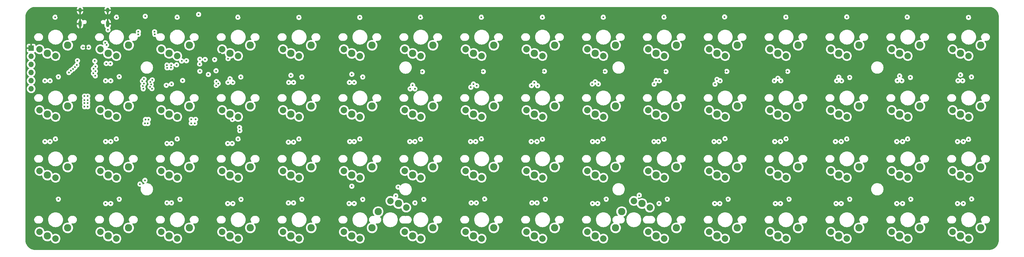
<source format=gbr>
%TF.GenerationSoftware,KiCad,Pcbnew,7.0.2*%
%TF.CreationDate,2023-09-13T20:03:04-04:00*%
%TF.ProjectId,QuicksilverStorm,51756963-6b73-4696-9c76-657253746f72,Mark 2 Rev F*%
%TF.SameCoordinates,Original*%
%TF.FileFunction,Copper,L3,Inr*%
%TF.FilePolarity,Positive*%
%FSLAX46Y46*%
G04 Gerber Fmt 4.6, Leading zero omitted, Abs format (unit mm)*
G04 Created by KiCad (PCBNEW 7.0.2) date 2023-09-13 20:03:04*
%MOMM*%
%LPD*%
G01*
G04 APERTURE LIST*
%TA.AperFunction,ComponentPad*%
%ADD10C,2.286000*%
%TD*%
%TA.AperFunction,ComponentPad*%
%ADD11C,2.032000*%
%TD*%
%TA.AperFunction,ComponentPad*%
%ADD12O,1.000000X1.600000*%
%TD*%
%TA.AperFunction,ComponentPad*%
%ADD13O,1.000000X2.100000*%
%TD*%
%TA.AperFunction,ComponentPad*%
%ADD14R,1.700000X1.700000*%
%TD*%
%TA.AperFunction,ComponentPad*%
%ADD15O,1.700000X1.700000*%
%TD*%
%TA.AperFunction,ViaPad*%
%ADD16C,0.600000*%
%TD*%
%TA.AperFunction,ViaPad*%
%ADD17C,0.800000*%
%TD*%
G04 APERTURE END LIST*
D10*
%TO.N,14*%
%TO.C,K2*%
X55403750Y-86042500D03*
D11*
X52943750Y-84762500D03*
D10*
%TO.N,Net-(D2-A)*%
X61753750Y-83502500D03*
D11*
X57943750Y-86862500D03*
%TD*%
D10*
%TO.N,13*%
%TO.C,K3*%
X74453750Y-86029800D03*
D11*
X71993750Y-84749800D03*
D10*
%TO.N,Net-(D3-A)*%
X80803750Y-83489800D03*
D11*
X76993750Y-86849800D03*
%TD*%
D10*
%TO.N,10*%
%TO.C,K6*%
X131603750Y-86042500D03*
D11*
X129143750Y-84762500D03*
D10*
%TO.N,Net-(D6-A)*%
X137953750Y-83502500D03*
D11*
X134143750Y-86862500D03*
%TD*%
D10*
%TO.N,9*%
%TO.C,K7*%
X150653750Y-86042500D03*
D11*
X148193750Y-84762500D03*
D10*
%TO.N,Net-(D7-A)*%
X157003750Y-83502500D03*
D11*
X153193750Y-86862500D03*
%TD*%
D10*
%TO.N,8*%
%TO.C,K8*%
X169703750Y-86042500D03*
D11*
X167243750Y-84762500D03*
D10*
%TO.N,Net-(D8-A)*%
X176053750Y-83502500D03*
D11*
X172243750Y-86862500D03*
%TD*%
D10*
%TO.N,7*%
%TO.C,K9*%
X188753750Y-86042500D03*
D11*
X186293750Y-84762500D03*
D10*
%TO.N,Net-(D9-A)*%
X195103750Y-83502500D03*
D11*
X191293750Y-86862500D03*
%TD*%
D10*
%TO.N,6*%
%TO.C,K10*%
X207803750Y-86042500D03*
D11*
X205343750Y-84762500D03*
D10*
%TO.N,Net-(D10-A)*%
X214153750Y-83502500D03*
D11*
X210343750Y-86862500D03*
%TD*%
D10*
%TO.N,5*%
%TO.C,K11*%
X226853750Y-86042500D03*
D11*
X224393750Y-84762500D03*
D10*
%TO.N,Net-(D11-A)*%
X233203750Y-83502500D03*
D11*
X229393750Y-86862500D03*
%TD*%
D10*
%TO.N,4*%
%TO.C,K12*%
X245903750Y-86042500D03*
D11*
X243443750Y-84762500D03*
D10*
%TO.N,Net-(D12-A)*%
X252253750Y-83502500D03*
D11*
X248443750Y-86862500D03*
%TD*%
D10*
%TO.N,3*%
%TO.C,K13*%
X264953750Y-86042500D03*
D11*
X262493750Y-84762500D03*
D10*
%TO.N,Net-(D13-A)*%
X271303750Y-83502500D03*
D11*
X267493750Y-86862500D03*
%TD*%
D10*
%TO.N,2*%
%TO.C,K14*%
X284003750Y-86042500D03*
D11*
X281543750Y-84762500D03*
D10*
%TO.N,Net-(D14-A)*%
X290353750Y-83502500D03*
D11*
X286543750Y-86862500D03*
%TD*%
D10*
%TO.N,1*%
%TO.C,K15*%
X303053750Y-86042500D03*
D11*
X300593750Y-84762500D03*
D10*
%TO.N,Net-(D15-A)*%
X309403750Y-83502500D03*
D11*
X305593750Y-86862500D03*
%TD*%
D10*
%TO.N,0*%
%TO.C,K16*%
X322103750Y-86042500D03*
D11*
X319643750Y-84762500D03*
D10*
%TO.N,Net-(D16-A)*%
X328453750Y-83502500D03*
D11*
X324643750Y-86862500D03*
%TD*%
D10*
%TO.N,15*%
%TO.C,K17*%
X36353750Y-105092500D03*
D11*
X33893750Y-103812500D03*
D10*
%TO.N,Net-(D17-A)*%
X42703750Y-102552500D03*
D11*
X38893750Y-105912500D03*
%TD*%
D10*
%TO.N,14*%
%TO.C,K18*%
X55403750Y-105092500D03*
D11*
X52943750Y-103812500D03*
D10*
%TO.N,Net-(D18-A)*%
X61753750Y-102552500D03*
D11*
X57943750Y-105912500D03*
%TD*%
D10*
%TO.N,13*%
%TO.C,K19*%
X74453750Y-105092500D03*
D11*
X71993750Y-103812500D03*
D10*
%TO.N,Net-(D19-A)*%
X80803750Y-102552500D03*
D11*
X76993750Y-105912500D03*
%TD*%
D10*
%TO.N,10*%
%TO.C,K22*%
X131603750Y-105092500D03*
D11*
X129143750Y-103812500D03*
D10*
%TO.N,Net-(D22-A)*%
X137953750Y-102552500D03*
D11*
X134143750Y-105912500D03*
%TD*%
D10*
%TO.N,9*%
%TO.C,K23*%
X150653750Y-105092500D03*
D11*
X148193750Y-103812500D03*
D10*
%TO.N,Net-(D23-A)*%
X157003750Y-102552500D03*
D11*
X153193750Y-105912500D03*
%TD*%
D10*
%TO.N,8*%
%TO.C,K24*%
X169703750Y-105092500D03*
D11*
X167243750Y-103812500D03*
D10*
%TO.N,Net-(D24-A)*%
X176053750Y-102552500D03*
D11*
X172243750Y-105912500D03*
%TD*%
D10*
%TO.N,7*%
%TO.C,K25*%
X188753750Y-105092500D03*
D11*
X186293750Y-103812500D03*
D10*
%TO.N,Net-(D25-A)*%
X195103750Y-102552500D03*
D11*
X191293750Y-105912500D03*
%TD*%
D10*
%TO.N,6*%
%TO.C,K26*%
X207803750Y-105092500D03*
D11*
X205343750Y-103812500D03*
D10*
%TO.N,Net-(D26-A)*%
X214153750Y-102552500D03*
D11*
X210343750Y-105912500D03*
%TD*%
D10*
%TO.N,5*%
%TO.C,K27*%
X226853750Y-105092500D03*
D11*
X224393750Y-103812500D03*
D10*
%TO.N,Net-(D27-A)*%
X233203750Y-102552500D03*
D11*
X229393750Y-105912500D03*
%TD*%
D10*
%TO.N,4*%
%TO.C,K28*%
X245903750Y-105092500D03*
D11*
X243443750Y-103812500D03*
D10*
%TO.N,Net-(D28-A)*%
X252253750Y-102552500D03*
D11*
X248443750Y-105912500D03*
%TD*%
D10*
%TO.N,3*%
%TO.C,K29*%
X264953750Y-105092500D03*
D11*
X262493750Y-103812500D03*
D10*
%TO.N,Net-(D29-A)*%
X271303750Y-102552500D03*
D11*
X267493750Y-105912500D03*
%TD*%
D10*
%TO.N,2*%
%TO.C,K30*%
X284003750Y-105092500D03*
D11*
X281543750Y-103812500D03*
D10*
%TO.N,Net-(D30-A)*%
X290353750Y-102552500D03*
D11*
X286543750Y-105912500D03*
%TD*%
D10*
%TO.N,1*%
%TO.C,K31*%
X303053750Y-105092500D03*
D11*
X300593750Y-103812500D03*
D10*
%TO.N,Net-(D31-A)*%
X309403750Y-102552500D03*
D11*
X305593750Y-105912500D03*
%TD*%
D10*
%TO.N,0*%
%TO.C,K32*%
X322103750Y-105092500D03*
D11*
X319643750Y-103812500D03*
D10*
%TO.N,Net-(D32-A)*%
X328453750Y-102552500D03*
D11*
X324643750Y-105912500D03*
%TD*%
D10*
%TO.N,15*%
%TO.C,K33*%
X36353750Y-124142500D03*
D11*
X33893750Y-122862500D03*
D10*
%TO.N,Net-(D33-A)*%
X42703750Y-121602500D03*
D11*
X38893750Y-124962500D03*
%TD*%
D10*
%TO.N,14*%
%TO.C,K34*%
X55403750Y-124142500D03*
D11*
X52943750Y-122862500D03*
D10*
%TO.N,Net-(D34-A)*%
X61753750Y-121602500D03*
D11*
X57943750Y-124962500D03*
%TD*%
D10*
%TO.N,13*%
%TO.C,K35*%
X74453750Y-124142500D03*
D11*
X71993750Y-122862500D03*
D10*
%TO.N,Net-(D35-A)*%
X80803750Y-121602500D03*
D11*
X76993750Y-124962500D03*
%TD*%
D10*
%TO.N,12*%
%TO.C,K36*%
X93503750Y-124142500D03*
D11*
X91043750Y-122862500D03*
D10*
%TO.N,Net-(D36-A)*%
X99853750Y-121602500D03*
D11*
X96043750Y-124962500D03*
%TD*%
D10*
%TO.N,11*%
%TO.C,K37*%
X112553750Y-124142500D03*
D11*
X110093750Y-122862500D03*
D10*
%TO.N,Net-(D37-A)*%
X118903750Y-121602500D03*
D11*
X115093750Y-124962500D03*
%TD*%
D10*
%TO.N,10*%
%TO.C,K38*%
X131603750Y-124142500D03*
D11*
X129143750Y-122862500D03*
D10*
%TO.N,Net-(D38-A)*%
X137953750Y-121602500D03*
D11*
X134143750Y-124962500D03*
%TD*%
D10*
%TO.N,9*%
%TO.C,K39*%
X150653750Y-124142500D03*
D11*
X148193750Y-122862500D03*
D10*
%TO.N,Net-(D39-A)*%
X157003750Y-121602500D03*
D11*
X153193750Y-124962500D03*
%TD*%
D10*
%TO.N,8*%
%TO.C,K40*%
X169703750Y-124142500D03*
D11*
X167243750Y-122862500D03*
D10*
%TO.N,Net-(D40-A)*%
X176053750Y-121602500D03*
D11*
X172243750Y-124962500D03*
%TD*%
D10*
%TO.N,7*%
%TO.C,K41*%
X188753750Y-124142500D03*
D11*
X186293750Y-122862500D03*
D10*
%TO.N,Net-(D41-A)*%
X195103750Y-121602500D03*
D11*
X191293750Y-124962500D03*
%TD*%
D10*
%TO.N,6*%
%TO.C,K42*%
X207803750Y-124142500D03*
D11*
X205343750Y-122862500D03*
D10*
%TO.N,Net-(D42-A)*%
X214153750Y-121602500D03*
D11*
X210343750Y-124962500D03*
%TD*%
D10*
%TO.N,5*%
%TO.C,K43*%
X226853750Y-124142500D03*
D11*
X224393750Y-122862500D03*
D10*
%TO.N,Net-(D43-A)*%
X233203750Y-121602500D03*
D11*
X229393750Y-124962500D03*
%TD*%
D10*
%TO.N,4*%
%TO.C,K44*%
X245903750Y-124142500D03*
D11*
X243443750Y-122862500D03*
D10*
%TO.N,Net-(D44-A)*%
X252253750Y-121602500D03*
D11*
X248443750Y-124962500D03*
%TD*%
D10*
%TO.N,3*%
%TO.C,K45*%
X264953750Y-124142500D03*
D11*
X262493750Y-122862500D03*
D10*
%TO.N,Net-(D45-A)*%
X271303750Y-121602500D03*
D11*
X267493750Y-124962500D03*
%TD*%
D10*
%TO.N,2*%
%TO.C,K46*%
X284003750Y-124142500D03*
D11*
X281543750Y-122862500D03*
D10*
%TO.N,Net-(D46-A)*%
X290353750Y-121602500D03*
D11*
X286543750Y-124962500D03*
%TD*%
D10*
%TO.N,1*%
%TO.C,K47*%
X303053750Y-124142500D03*
D11*
X300593750Y-122862500D03*
D10*
%TO.N,Net-(D47-A)*%
X309403750Y-121602500D03*
D11*
X305593750Y-124962500D03*
%TD*%
D10*
%TO.N,0*%
%TO.C,K48*%
X322103750Y-124142500D03*
D11*
X319643750Y-122862500D03*
D10*
%TO.N,Net-(D48-A)*%
X328453750Y-121602500D03*
D11*
X324643750Y-124962500D03*
%TD*%
D10*
%TO.N,15*%
%TO.C,K49*%
X36353750Y-143192500D03*
D11*
X33893750Y-141912500D03*
D10*
%TO.N,Net-(D49-A)*%
X42703750Y-140652500D03*
D11*
X38893750Y-144012500D03*
%TD*%
D10*
%TO.N,14*%
%TO.C,K50*%
X55403750Y-143192500D03*
D11*
X52943750Y-141912500D03*
D10*
%TO.N,Net-(D50-A)*%
X61753750Y-140652500D03*
D11*
X57943750Y-144012500D03*
%TD*%
D10*
%TO.N,13*%
%TO.C,K51*%
X74453750Y-143192500D03*
D11*
X71993750Y-141912500D03*
D10*
%TO.N,Net-(D51-A)*%
X80803750Y-140652500D03*
D11*
X76993750Y-144012500D03*
%TD*%
D10*
%TO.N,12*%
%TO.C,K52*%
X93503750Y-143192500D03*
D11*
X91043750Y-141912500D03*
D10*
%TO.N,Net-(D52-A)*%
X99853750Y-140652500D03*
D11*
X96043750Y-144012500D03*
%TD*%
D10*
%TO.N,11*%
%TO.C,K53*%
X112553750Y-143192500D03*
D11*
X110093750Y-141912500D03*
D10*
%TO.N,Net-(D53-A)*%
X118903750Y-140652500D03*
D11*
X115093750Y-144012500D03*
%TD*%
D10*
%TO.N,10*%
%TO.C,K54*%
X131603750Y-143192500D03*
D11*
X129143750Y-141912500D03*
D10*
%TO.N,Net-(D54-A)*%
X137953750Y-140652500D03*
D11*
X134143750Y-144012500D03*
%TD*%
D10*
%TO.N,9*%
%TO.C,K55*%
X150653750Y-143192500D03*
D11*
X148193750Y-141912500D03*
D10*
%TO.N,Net-(D55-A)*%
X157003750Y-140652500D03*
D11*
X153193750Y-144012500D03*
%TD*%
D10*
%TO.N,8*%
%TO.C,K56*%
X169703750Y-143192500D03*
D11*
X167243750Y-141912500D03*
D10*
%TO.N,Net-(D56-A)*%
X176053750Y-140652500D03*
D11*
X172243750Y-144012500D03*
%TD*%
D10*
%TO.N,7*%
%TO.C,K57*%
X188753750Y-143192500D03*
D11*
X186293750Y-141912500D03*
D10*
%TO.N,Net-(D57-A)*%
X195103750Y-140652500D03*
D11*
X191293750Y-144012500D03*
%TD*%
D10*
%TO.N,6*%
%TO.C,K58*%
X207803750Y-143192500D03*
D11*
X205343750Y-141912500D03*
D10*
%TO.N,Net-(D58-A)*%
X214153750Y-140652500D03*
D11*
X210343750Y-144012500D03*
%TD*%
D10*
%TO.N,5*%
%TO.C,K59*%
X226853750Y-143192500D03*
D11*
X224393750Y-141912500D03*
D10*
%TO.N,Net-(D59-A)*%
X233203750Y-140652500D03*
D11*
X229393750Y-144012500D03*
%TD*%
D10*
%TO.N,4*%
%TO.C,K60*%
X245903750Y-143192500D03*
D11*
X243443750Y-141912500D03*
D10*
%TO.N,Net-(D60-A)*%
X252253750Y-140652500D03*
D11*
X248443750Y-144012500D03*
%TD*%
D10*
%TO.N,3*%
%TO.C,K61*%
X264953750Y-143192500D03*
D11*
X262493750Y-141912500D03*
D10*
%TO.N,Net-(D61-A)*%
X271303750Y-140652500D03*
D11*
X267493750Y-144012500D03*
%TD*%
D10*
%TO.N,2*%
%TO.C,K62*%
X284003750Y-143192500D03*
D11*
X281543750Y-141912500D03*
D10*
%TO.N,Net-(D62-A)*%
X290353750Y-140652500D03*
D11*
X286543750Y-144012500D03*
%TD*%
D10*
%TO.N,1*%
%TO.C,K63*%
X303053750Y-143192500D03*
D11*
X300593750Y-141912500D03*
D10*
%TO.N,Net-(D63-A)*%
X309403750Y-140652500D03*
D11*
X305593750Y-144012500D03*
%TD*%
D10*
%TO.N,0*%
%TO.C,K64*%
X322103750Y-143192500D03*
D11*
X319643750Y-141912500D03*
D10*
%TO.N,Net-(D64-A)*%
X328453750Y-140652500D03*
D11*
X324643750Y-144012500D03*
%TD*%
D10*
%TO.N,15*%
%TO.C,K1*%
X36353750Y-86042500D03*
D11*
X33893750Y-84762500D03*
D10*
%TO.N,Net-(D1-A)*%
X42703750Y-83502500D03*
D11*
X38893750Y-86862500D03*
%TD*%
D10*
%TO.N,12*%
%TO.C,K4*%
X93503750Y-86042500D03*
D11*
X91043750Y-84762500D03*
D10*
%TO.N,Net-(D4-A)*%
X99853750Y-83502500D03*
D11*
X96043750Y-86862500D03*
%TD*%
D10*
%TO.N,11*%
%TO.C,K5*%
X112553750Y-86042500D03*
D11*
X110093750Y-84762500D03*
D10*
%TO.N,Net-(D5-A)*%
X118903750Y-83502500D03*
D11*
X115093750Y-86862500D03*
%TD*%
D10*
%TO.N,11*%
%TO.C,K21*%
X112553750Y-105092500D03*
D11*
X110093750Y-103812500D03*
D10*
%TO.N,Net-(D21-A)*%
X118903750Y-102552500D03*
D11*
X115093750Y-105912500D03*
%TD*%
D10*
%TO.N,12*%
%TO.C,K20*%
X93503750Y-105092500D03*
D11*
X91043750Y-103812500D03*
D10*
%TO.N,Net-(D20-A)*%
X99853750Y-102552500D03*
D11*
X96043750Y-105912500D03*
%TD*%
D10*
%TO.N,10*%
%TO.C,K54.1*%
X146208750Y-133032500D03*
D11*
X148668750Y-134312500D03*
D10*
%TO.N,Net-(D54-A)*%
X139858750Y-135572500D03*
D11*
X143668750Y-132212500D03*
%TD*%
D10*
%TO.N,6*%
%TO.C,K58.1*%
X222408750Y-133032500D03*
D11*
X224868750Y-134312500D03*
D10*
%TO.N,Net-(D58-A)*%
X216058750Y-135572500D03*
D11*
X219868750Y-132212500D03*
%TD*%
D12*
%TO.N,GND*%
%TO.C,J0*%
X46548750Y-72587500D03*
D13*
X46548750Y-76767500D03*
D12*
X55188750Y-72587500D03*
D13*
X55188750Y-76767500D03*
%TD*%
D14*
%TO.N,GND*%
%TO.C,J2*%
X31268750Y-84417500D03*
D15*
%TO.N,22*%
X31268750Y-86957500D03*
%TO.N,21*%
X31268750Y-89497500D03*
%TO.N,20*%
X31268750Y-92037500D03*
%TO.N,19*%
X31268750Y-94577500D03*
%TO.N,18*%
X31268750Y-97117500D03*
%TD*%
D16*
%TO.N,GND*%
X49968750Y-86637500D03*
X39668750Y-74387500D03*
X49968750Y-100637500D03*
X39768750Y-112487500D03*
X192168750Y-74387500D03*
X154018750Y-112537500D03*
X287418750Y-112487500D03*
X49968750Y-87737500D03*
X46968750Y-101737500D03*
D17*
X190918750Y-91587500D03*
D16*
X86868750Y-74837500D03*
D17*
X84268750Y-97912500D03*
D16*
X135018750Y-112487500D03*
X96868750Y-74387500D03*
X267518750Y-132037500D03*
X306468750Y-112487500D03*
D17*
X89498750Y-97887500D03*
X52872684Y-79342810D03*
D16*
X96918750Y-112487500D03*
X287418750Y-74287500D03*
X324668750Y-131987500D03*
X86518750Y-90487500D03*
X230268750Y-112537500D03*
X249318750Y-112387500D03*
X211218750Y-112487500D03*
X46968750Y-86637500D03*
D17*
X90168750Y-111337500D03*
D16*
X286518750Y-93787500D03*
D17*
X86768750Y-100437500D03*
D16*
X154018750Y-74387500D03*
X57918750Y-93687500D03*
D17*
X45857169Y-81624178D03*
X48368750Y-84137500D03*
X65968750Y-73862500D03*
D16*
X49968750Y-88837500D03*
X49968750Y-101737500D03*
D17*
X86868750Y-83037500D03*
D16*
X192168750Y-112537500D03*
D17*
X267018750Y-91687500D03*
D16*
X57918750Y-132037500D03*
X173068750Y-112437500D03*
X135018750Y-74437500D03*
X58818750Y-112487500D03*
X153218750Y-132087500D03*
D17*
X94203250Y-91637500D03*
X66428750Y-111337500D03*
D16*
X49968750Y-102837500D03*
X305518750Y-93787500D03*
X115068750Y-93787500D03*
X134118750Y-132087500D03*
X305618750Y-132037500D03*
X249318750Y-74287500D03*
X191268750Y-132037500D03*
X134118750Y-93787500D03*
D17*
X171768750Y-91687500D03*
X152718750Y-91787500D03*
D16*
X230218750Y-74337500D03*
X210318750Y-132037500D03*
X306468750Y-74337500D03*
D17*
X78518750Y-91837000D03*
D16*
X115068750Y-132037500D03*
D17*
X102508750Y-112567500D03*
D16*
X46968750Y-102837500D03*
X115968750Y-74437500D03*
X38868750Y-93737500D03*
D17*
X209868750Y-91687500D03*
D16*
X58868750Y-74387500D03*
X48468750Y-92337500D03*
X77868750Y-112487500D03*
X115968750Y-112487500D03*
X38868750Y-132037500D03*
D17*
X83693000Y-83137500D03*
X76268750Y-96487500D03*
D16*
X86868750Y-76237500D03*
X76918750Y-132087500D03*
X229418750Y-132037500D03*
X173068750Y-74387500D03*
X286518750Y-132037500D03*
X86868750Y-77637500D03*
X248468750Y-132037500D03*
X96018750Y-132087500D03*
X46968750Y-87737500D03*
X46968750Y-88837500D03*
X325518750Y-74437500D03*
D17*
X247989250Y-91687500D03*
D16*
X325518750Y-112587500D03*
X268418750Y-74387500D03*
D17*
X80868750Y-86637500D03*
D16*
X268418750Y-112437500D03*
X77868750Y-74387500D03*
X172268750Y-131987500D03*
D17*
X90394290Y-86298816D03*
D16*
X46968750Y-100637500D03*
X211218750Y-74387500D03*
D17*
X228918750Y-91737500D03*
D16*
X324618750Y-93787500D03*
X95968750Y-93787500D03*
%TO.N,~{RESET}*%
X94268750Y-106747500D03*
X96458750Y-109227500D03*
%TO.N,DB+*%
X69868750Y-79287500D03*
X49268750Y-84137500D03*
X64818750Y-79287500D03*
X54468750Y-82737500D03*
%TO.N,DB-*%
X69968750Y-80087500D03*
X47468750Y-84137500D03*
X64768750Y-80087500D03*
X54868750Y-83437500D03*
%TO.N,0*%
X322093750Y-92762500D03*
%TO.N,1*%
X303053750Y-93112500D03*
%TO.N,2*%
X284003750Y-93487500D03*
%TO.N,3*%
X264953750Y-93837500D03*
%TO.N,4*%
X245903750Y-94187500D03*
%TO.N,5*%
X226853750Y-94537500D03*
%TO.N,6*%
X207803750Y-94937500D03*
%TO.N,7*%
X188753750Y-95287500D03*
%TO.N,8*%
X169703750Y-95637500D03*
%TO.N,9*%
X150653750Y-95987500D03*
%TO.N,10*%
X146118750Y-127887500D03*
X131618750Y-127637500D03*
X131603750Y-92587500D03*
%TO.N,11*%
X112553750Y-92937500D03*
%TO.N,12*%
X93503750Y-93987500D03*
%TO.N,13*%
X89248750Y-94857500D03*
%TO.N,14*%
X75118750Y-89737997D03*
X89818750Y-95487500D03*
X73768750Y-89710389D03*
%TO.N,15*%
X56068750Y-89237500D03*
X89199718Y-96072857D03*
X54768750Y-89227500D03*
X73818750Y-90587500D03*
X75061000Y-90545250D03*
%TO.N,18*%
X69068750Y-97087500D03*
X43068750Y-92037500D03*
X51318750Y-93087500D03*
X66368750Y-97137500D03*
%TO.N,19*%
X50748660Y-92330130D03*
X43668750Y-91437500D03*
X66216665Y-96281662D03*
X68468750Y-96487500D03*
%TO.N,20*%
X68818750Y-95737500D03*
X44368750Y-90937500D03*
X66568750Y-95487500D03*
X51368750Y-91615823D03*
%TO.N,23*%
X67768750Y-107987500D03*
X65318750Y-126987500D03*
X67968750Y-106737500D03*
X66868750Y-125787500D03*
%TO.N,24*%
X67068750Y-106737500D03*
X66868750Y-107987500D03*
%TO.N,26{slash}A0*%
X51168750Y-88437500D03*
X45768750Y-88337500D03*
X78368750Y-88437500D03*
X79868750Y-88337500D03*
X83993750Y-89387500D03*
X92880971Y-87699721D03*
X76768750Y-89637500D03*
%TO.N,27{slash}A1*%
X55318750Y-78687500D03*
%TO.N,+3V3*%
X229918750Y-91737500D03*
X84058750Y-87887500D03*
X47968750Y-102737500D03*
X306418750Y-93587500D03*
X115068750Y-74787500D03*
X248418750Y-112737500D03*
X39768750Y-93387500D03*
X287418750Y-131687500D03*
X76968750Y-74737500D03*
X286518750Y-74637500D03*
X153118750Y-112887500D03*
X135018750Y-93437500D03*
X47968750Y-100637500D03*
X154118750Y-131737500D03*
X96918750Y-131737500D03*
X77818750Y-131737500D03*
X210868750Y-91687500D03*
X38768750Y-74737500D03*
X248268750Y-74637500D03*
X248959250Y-91687500D03*
X48968750Y-102737500D03*
X268418750Y-131687500D03*
X58818750Y-131687500D03*
X134118750Y-112837500D03*
X85728750Y-87967500D03*
X83668750Y-73837500D03*
X48968750Y-99437500D03*
X306518750Y-131687500D03*
X66968750Y-74437500D03*
X96868750Y-93437500D03*
X172168750Y-112787500D03*
X153118750Y-74737500D03*
X325568750Y-131637500D03*
X76968750Y-112837500D03*
X38868750Y-112837500D03*
X48968750Y-101637500D03*
X115968750Y-131687500D03*
X325518750Y-93437500D03*
X57968750Y-74737500D03*
X192168750Y-131687500D03*
X39768750Y-131687500D03*
X95968750Y-74737500D03*
X324618750Y-112937500D03*
X135018750Y-131737500D03*
X58818750Y-93337500D03*
X229368750Y-112887500D03*
X172168750Y-74737500D03*
X96558750Y-110227500D03*
X287418750Y-93587500D03*
X57918750Y-112837500D03*
X229318750Y-74687500D03*
X324618750Y-74787500D03*
X89138750Y-91487500D03*
X48968750Y-100637500D03*
X305568750Y-112837500D03*
X249368750Y-131687500D03*
X230318750Y-131687500D03*
X96018750Y-112837500D03*
X134118750Y-74787500D03*
X286518750Y-112837500D03*
X88668750Y-87987500D03*
X267468750Y-74687500D03*
X47968750Y-101637500D03*
X210318750Y-74737500D03*
X115068750Y-112837500D03*
X210318750Y-112837500D03*
X211218750Y-131687500D03*
X173168750Y-131637500D03*
X305418750Y-74687500D03*
X267518750Y-112787500D03*
X78668750Y-94537500D03*
X172768750Y-91737500D03*
X191868750Y-91637500D03*
X153718750Y-91787500D03*
X84068750Y-91637500D03*
X191268750Y-112887500D03*
X86718750Y-92637500D03*
X115968750Y-93437500D03*
X268018750Y-91687500D03*
X47968750Y-99437500D03*
X191268750Y-74737500D03*
%TO.N,17*%
X81368750Y-107917500D03*
X81368750Y-106687500D03*
%TO.N,16*%
X82468750Y-107917500D03*
X82718750Y-106687500D03*
%TO.N,21*%
X68553001Y-94961124D03*
X44968750Y-90337500D03*
X66068750Y-94737500D03*
X50771543Y-90860593D03*
%TO.N,22*%
X69168750Y-94337500D03*
X51368750Y-90137500D03*
X66568750Y-94087500D03*
X45568750Y-89675933D03*
%TO.N,Net-(LD17-DOUT)*%
X37168750Y-94637500D03*
X35568750Y-94637500D03*
X37168750Y-113637500D03*
X35568750Y-113637500D03*
%TO.N,Net-(LD17-DIN)*%
X54568750Y-94637500D03*
X56168750Y-94637500D03*
%TO.N,Net-(LD18-DIN)*%
X75168750Y-95637500D03*
X73568750Y-96037500D03*
%TO.N,Net-(LD19-DIN)*%
X92868750Y-95137500D03*
X94368750Y-95137500D03*
%TO.N,Net-(LD20-DIN)*%
X111868750Y-95137500D03*
X113368750Y-95137500D03*
%TO.N,Net-(LD21-DIN)*%
X130868750Y-95137500D03*
X132368750Y-95137500D03*
%TO.N,Net-(LD22-DIN)*%
X151368750Y-97137500D03*
X149868750Y-97137500D03*
%TO.N,Net-(LD23-DIN)*%
X168868750Y-96637500D03*
X170694881Y-96195456D03*
%TO.N,Net-(LD24-DIN)*%
X187868750Y-96137500D03*
X189738467Y-96174724D03*
%TO.N,Net-(LD25-DIN)*%
X208769248Y-95637500D03*
X206868750Y-95637500D03*
%TO.N,Net-(LD26-DIN)*%
X226229250Y-95687500D03*
X227868750Y-94637500D03*
%TO.N,Net-(LD27-DIN)*%
X246868750Y-94637500D03*
X245279250Y-95687500D03*
%TO.N,Net-(LD28-DIN)*%
X265868750Y-94637500D03*
X263868750Y-94637500D03*
%TO.N,Net-(LD29-DIN)*%
X284868750Y-94637500D03*
X283368750Y-94637500D03*
%TO.N,Net-(LD30-DIN)*%
X302318750Y-94587500D03*
X303718750Y-94587500D03*
%TO.N,Net-(LD31-DIN)*%
X321318750Y-94587500D03*
X322768750Y-94587500D03*
%TO.N,Net-(LD33-DOUT)*%
X56168750Y-113637500D03*
X54568750Y-113637500D03*
%TO.N,Net-(LD34-DOUT)*%
X73768750Y-114237500D03*
X75168750Y-114237500D03*
%TO.N,Net-(LD35-DOUT)*%
X92768750Y-114237500D03*
X94168750Y-114237500D03*
%TO.N,Net-(LD36-DOUT)*%
X111768750Y-113837500D03*
X113368750Y-113837500D03*
%TO.N,Net-(LD37-DOUT)*%
X130968750Y-113637500D03*
X132368750Y-113637500D03*
%TO.N,Net-(LD38-DOUT)*%
X151368750Y-113637500D03*
X149768750Y-113637500D03*
%TO.N,Net-(LD39-DOUT)*%
X168768750Y-113637500D03*
X170368750Y-113637500D03*
%TO.N,Net-(LD40-DOUT)*%
X189568750Y-113637500D03*
X187768750Y-113637500D03*
%TO.N,Net-(LD41-DOUT)*%
X208568750Y-113637500D03*
X206968750Y-113637500D03*
%TO.N,Net-(LD42-DOUT)*%
X227568750Y-113637500D03*
X226168750Y-113637500D03*
%TO.N,Net-(LD43-DOUT)*%
X246568750Y-113637500D03*
X244968750Y-113637500D03*
%TO.N,Net-(LD44-DOUT)*%
X263968750Y-113637500D03*
X265768750Y-113637500D03*
%TO.N,Net-(LD45-DOUT)*%
X284768750Y-113637500D03*
X282968750Y-113637500D03*
%TO.N,Net-(LD46-DOUT)*%
X302168750Y-113637500D03*
X303968750Y-113637500D03*
%TO.N,Net-(LD47-DOUT)*%
X321168750Y-113637500D03*
X322968750Y-113637500D03*
%TO.N,Net-(LD49-DIN)*%
X56168750Y-133037500D03*
X54568750Y-133037500D03*
%TO.N,Net-(LD50-DIN)*%
X73768750Y-132837500D03*
X75168750Y-132837500D03*
%TO.N,Net-(LD51-DIN)*%
X94368750Y-133037500D03*
X92768750Y-133037500D03*
%TO.N,Net-(LD52-DIN)*%
X111768750Y-132837500D03*
X113368750Y-132837500D03*
%TO.N,Net-(LD53-DIN)*%
X132368750Y-133037500D03*
X130768750Y-133037500D03*
%TO.N,Net-(LD54-DIN)*%
X151368750Y-132837500D03*
X145368750Y-130637500D03*
%TO.N,Net-(LD55-DIN)*%
X168968750Y-132837500D03*
X170568750Y-132837500D03*
%TO.N,Net-(LD56-DIN)*%
X189568750Y-132837500D03*
X187968750Y-132837500D03*
%TO.N,Net-(LD57-DIN)*%
X208568750Y-133037500D03*
X206968750Y-133037500D03*
%TO.N,Net-(LD58-DIN)*%
X227768750Y-133037500D03*
X221568750Y-130437500D03*
%TO.N,Net-(LD59-DIN)*%
X245168750Y-133037500D03*
X246768750Y-133037500D03*
%TO.N,Net-(LD60-DIN)*%
X264168750Y-133037500D03*
X265768750Y-133037500D03*
%TO.N,Net-(LD61-DIN)*%
X284768750Y-133037500D03*
X283168750Y-133037500D03*
%TO.N,Net-(LD62-DIN)*%
X302168750Y-133037500D03*
X303968750Y-133037500D03*
%TO.N,Net-(LD63-DIN)*%
X321168750Y-133037500D03*
X322968750Y-133037500D03*
%TD*%
%TA.AperFunction,Conductor*%
%TO.N,GND*%
G36*
X45682090Y-71533002D02*
G01*
X45728583Y-71586658D01*
X45738687Y-71656932D01*
X45711369Y-71718933D01*
X45706573Y-71724776D01*
X45612973Y-71899890D01*
X45555334Y-72089896D01*
X45541053Y-72234901D01*
X45540750Y-72241074D01*
X45540750Y-72333500D01*
X46248750Y-72333500D01*
X46248750Y-72841500D01*
X45540750Y-72841500D01*
X45540750Y-72933925D01*
X45541053Y-72940098D01*
X45555334Y-73085103D01*
X45612973Y-73275109D01*
X45706573Y-73450223D01*
X45832537Y-73603712D01*
X45986026Y-73729676D01*
X46161137Y-73823275D01*
X46294750Y-73863805D01*
X46294750Y-73047150D01*
X46323207Y-73093110D01*
X46412712Y-73160701D01*
X46520590Y-73191395D01*
X46632271Y-73181046D01*
X46732672Y-73131052D01*
X46802750Y-73054181D01*
X46802750Y-73863805D01*
X46936362Y-73823275D01*
X47111473Y-73729676D01*
X47264962Y-73603712D01*
X47390926Y-73450223D01*
X47484526Y-73275109D01*
X47542165Y-73085103D01*
X47556446Y-72940098D01*
X47556750Y-72933925D01*
X47556750Y-72841500D01*
X46848750Y-72841500D01*
X46848750Y-72333500D01*
X47556750Y-72333500D01*
X47556750Y-72241074D01*
X47556446Y-72234901D01*
X47542165Y-72089896D01*
X47484526Y-71899890D01*
X47390926Y-71724776D01*
X47386131Y-71718933D01*
X47358378Y-71653585D01*
X47370360Y-71583607D01*
X47418273Y-71531216D01*
X47483531Y-71513000D01*
X54253969Y-71513000D01*
X54322090Y-71533002D01*
X54368583Y-71586658D01*
X54378687Y-71656932D01*
X54351369Y-71718933D01*
X54346573Y-71724776D01*
X54252973Y-71899890D01*
X54195334Y-72089896D01*
X54181053Y-72234901D01*
X54180750Y-72241074D01*
X54180750Y-72333500D01*
X54888750Y-72333500D01*
X54888750Y-72841500D01*
X54180750Y-72841500D01*
X54180750Y-72933925D01*
X54181053Y-72940098D01*
X54195334Y-73085103D01*
X54252973Y-73275109D01*
X54346573Y-73450223D01*
X54472537Y-73603712D01*
X54626026Y-73729676D01*
X54801137Y-73823275D01*
X54934750Y-73863805D01*
X54934750Y-73047150D01*
X54963207Y-73093110D01*
X55052712Y-73160701D01*
X55160590Y-73191395D01*
X55272271Y-73181046D01*
X55372672Y-73131052D01*
X55442750Y-73054181D01*
X55442750Y-73863805D01*
X55576362Y-73823275D01*
X55751473Y-73729676D01*
X55904962Y-73603712D01*
X56030926Y-73450223D01*
X56124526Y-73275109D01*
X56182165Y-73085103D01*
X56196446Y-72940098D01*
X56196750Y-72933925D01*
X56196750Y-72841500D01*
X55488750Y-72841500D01*
X55488750Y-72333500D01*
X56196750Y-72333500D01*
X56196750Y-72241074D01*
X56196446Y-72234901D01*
X56182165Y-72089896D01*
X56124526Y-71899890D01*
X56030926Y-71724776D01*
X56026131Y-71718933D01*
X55998378Y-71653585D01*
X56010360Y-71583607D01*
X56058273Y-71531216D01*
X56123531Y-71513000D01*
X330990453Y-71513000D01*
X330997049Y-71513173D01*
X331311147Y-71529638D01*
X331324247Y-71531016D01*
X331631643Y-71579707D01*
X331644534Y-71582446D01*
X331945156Y-71663002D01*
X331957688Y-71667074D01*
X332248265Y-71778620D01*
X332260291Y-71783975D01*
X332537606Y-71925279D01*
X332548992Y-71931852D01*
X332810002Y-72101357D01*
X332810024Y-72101371D01*
X332820693Y-72109123D01*
X333062558Y-72304984D01*
X333072359Y-72313809D01*
X333292422Y-72533876D01*
X333301247Y-72543677D01*
X333497104Y-72785543D01*
X333504856Y-72796213D01*
X333594286Y-72933925D01*
X333665952Y-73044283D01*
X333674359Y-73057228D01*
X333680953Y-73068650D01*
X333822241Y-73345949D01*
X333827605Y-73357997D01*
X333939134Y-73648541D01*
X333943210Y-73661084D01*
X334023760Y-73961705D01*
X334026502Y-73974605D01*
X334075188Y-74282000D01*
X334076566Y-74295116D01*
X334084272Y-74442149D01*
X334092502Y-74599188D01*
X334093077Y-74610149D01*
X334093250Y-74616744D01*
X334093250Y-144459207D01*
X334093077Y-144465802D01*
X334076616Y-144779888D01*
X334075238Y-144793004D01*
X334026551Y-145100404D01*
X334023809Y-145113304D01*
X333943257Y-145413930D01*
X333939181Y-145426473D01*
X333827651Y-145717024D01*
X333822287Y-145729072D01*
X333680996Y-146006374D01*
X333674402Y-146017796D01*
X333504896Y-146278815D01*
X333497144Y-146289485D01*
X333301284Y-146531356D01*
X333292459Y-146541157D01*
X333072392Y-146761227D01*
X333062591Y-146770052D01*
X332820726Y-146965913D01*
X332810057Y-146973665D01*
X332549036Y-147143179D01*
X332537614Y-147149773D01*
X332260322Y-147291064D01*
X332248274Y-147296429D01*
X331957710Y-147407970D01*
X331945167Y-147412045D01*
X331644550Y-147492600D01*
X331631649Y-147495342D01*
X331324259Y-147544032D01*
X331311143Y-147545411D01*
X330998003Y-147561827D01*
X330991407Y-147562000D01*
X32547043Y-147562000D01*
X32540449Y-147561827D01*
X32523789Y-147560953D01*
X32226363Y-147545366D01*
X32213247Y-147543988D01*
X31905849Y-147495300D01*
X31892949Y-147492558D01*
X31592328Y-147412008D01*
X31579784Y-147407932D01*
X31289235Y-147296400D01*
X31277188Y-147291036D01*
X30999881Y-147149742D01*
X30988458Y-147143147D01*
X30755836Y-146992080D01*
X30727441Y-146973640D01*
X30716775Y-146965890D01*
X30474911Y-146770032D01*
X30465110Y-146761207D01*
X30245042Y-146541139D01*
X30236217Y-146531338D01*
X30040359Y-146289474D01*
X30032611Y-146278811D01*
X29863098Y-146017785D01*
X29856507Y-146006368D01*
X29715213Y-145729061D01*
X29709849Y-145717014D01*
X29676056Y-145628980D01*
X29598315Y-145426459D01*
X29594241Y-145413921D01*
X29583822Y-145375038D01*
X29513691Y-145113300D01*
X29510949Y-145100400D01*
X29462261Y-144793002D01*
X29460883Y-144779885D01*
X29453177Y-144632851D01*
X29444423Y-144465801D01*
X29444250Y-144459207D01*
X29444250Y-141912500D01*
X32364536Y-141912500D01*
X32383363Y-142151722D01*
X32439381Y-142385053D01*
X32531211Y-142606752D01*
X32559913Y-142653588D01*
X32656590Y-142811349D01*
X32812432Y-142993818D01*
X32994901Y-143149660D01*
X33089181Y-143207435D01*
X33199497Y-143275038D01*
X33199499Y-143275038D01*
X33199501Y-143275040D01*
X33421197Y-143366869D01*
X33654528Y-143422887D01*
X33893750Y-143441714D01*
X34132972Y-143422887D01*
X34366303Y-143366869D01*
X34539768Y-143295017D01*
X34610354Y-143287429D01*
X34673841Y-143319208D01*
X34710069Y-143380266D01*
X34713595Y-143401541D01*
X34717538Y-143451650D01*
X34778223Y-143704420D01*
X34877703Y-143944587D01*
X35013526Y-144166228D01*
X35182351Y-144363898D01*
X35380021Y-144532723D01*
X35601662Y-144668546D01*
X35601664Y-144668546D01*
X35601666Y-144668548D01*
X35841830Y-144768027D01*
X36033915Y-144814141D01*
X36094599Y-144828711D01*
X36113506Y-144830199D01*
X36353750Y-144849107D01*
X36612900Y-144828711D01*
X36865670Y-144768027D01*
X37105834Y-144668548D01*
X37306689Y-144545463D01*
X37375220Y-144526925D01*
X37442897Y-144548381D01*
X37488230Y-144603020D01*
X37488931Y-144604678D01*
X37531211Y-144706752D01*
X37605949Y-144828711D01*
X37656590Y-144911349D01*
X37812432Y-145093818D01*
X37994901Y-145249660D01*
X38085119Y-145304946D01*
X38199497Y-145375038D01*
X38199499Y-145375038D01*
X38199501Y-145375040D01*
X38421197Y-145466869D01*
X38654528Y-145522887D01*
X38893750Y-145541714D01*
X39132972Y-145522887D01*
X39366303Y-145466869D01*
X39587999Y-145375040D01*
X39792599Y-145249660D01*
X39975068Y-145093818D01*
X40130910Y-144911349D01*
X40256290Y-144706749D01*
X40348119Y-144485053D01*
X40404137Y-144251722D01*
X40422964Y-144012500D01*
X40404137Y-143773278D01*
X40348119Y-143539947D01*
X40256290Y-143318251D01*
X40130910Y-143113651D01*
X39975068Y-142931182D01*
X39792599Y-142775340D01*
X39687845Y-142711146D01*
X39588002Y-142649961D01*
X39366303Y-142558131D01*
X39132972Y-142502113D01*
X39132972Y-142502112D01*
X38893750Y-142483286D01*
X38893749Y-142483286D01*
X38654527Y-142502113D01*
X38421196Y-142558131D01*
X38199498Y-142649960D01*
X38099653Y-142711146D01*
X38031120Y-142729684D01*
X37963443Y-142708227D01*
X37918110Y-142653588D01*
X37917410Y-142651931D01*
X37878557Y-142558131D01*
X37829798Y-142440416D01*
X37795871Y-142385053D01*
X37693973Y-142218771D01*
X37525148Y-142021101D01*
X37327478Y-141852276D01*
X37105837Y-141716453D01*
X36865670Y-141616973D01*
X36612900Y-141556288D01*
X36372656Y-141537381D01*
X36353750Y-141535893D01*
X36353749Y-141535893D01*
X36094599Y-141556288D01*
X35841829Y-141616973D01*
X35601663Y-141716453D01*
X35586371Y-141725824D01*
X35517837Y-141744360D01*
X35450161Y-141722901D01*
X35404830Y-141668260D01*
X35398021Y-141647803D01*
X35376050Y-141556288D01*
X35348119Y-141439947D01*
X35256290Y-141218251D01*
X35130910Y-141013651D01*
X34975068Y-140831182D01*
X34792599Y-140675340D01*
X34755328Y-140652500D01*
X41047143Y-140652500D01*
X41067538Y-140911650D01*
X41128223Y-141164420D01*
X41227703Y-141404587D01*
X41363526Y-141626228D01*
X41532351Y-141823898D01*
X41730021Y-141992723D01*
X41951662Y-142128546D01*
X41951664Y-142128546D01*
X41951666Y-142128548D01*
X42191830Y-142228027D01*
X42383915Y-142274141D01*
X42444599Y-142288711D01*
X42464994Y-142290316D01*
X42703750Y-142309107D01*
X42962900Y-142288711D01*
X43215670Y-142228027D01*
X43455834Y-142128548D01*
X43677479Y-141992723D01*
X43771408Y-141912500D01*
X51414536Y-141912500D01*
X51433363Y-142151722D01*
X51489381Y-142385053D01*
X51581211Y-142606752D01*
X51609913Y-142653588D01*
X51706590Y-142811349D01*
X51862432Y-142993818D01*
X52044901Y-143149660D01*
X52139181Y-143207435D01*
X52249497Y-143275038D01*
X52249499Y-143275038D01*
X52249501Y-143275040D01*
X52471197Y-143366869D01*
X52704528Y-143422887D01*
X52943750Y-143441714D01*
X53182972Y-143422887D01*
X53416303Y-143366869D01*
X53589768Y-143295017D01*
X53660354Y-143287429D01*
X53723841Y-143319208D01*
X53760069Y-143380266D01*
X53763595Y-143401541D01*
X53767538Y-143451650D01*
X53828223Y-143704420D01*
X53927703Y-143944587D01*
X54063526Y-144166228D01*
X54232351Y-144363898D01*
X54430021Y-144532723D01*
X54651662Y-144668546D01*
X54651664Y-144668546D01*
X54651666Y-144668548D01*
X54891830Y-144768027D01*
X55083914Y-144814141D01*
X55144599Y-144828711D01*
X55163506Y-144830199D01*
X55403750Y-144849107D01*
X55662900Y-144828711D01*
X55915670Y-144768027D01*
X56155834Y-144668548D01*
X56356689Y-144545463D01*
X56425220Y-144526925D01*
X56492897Y-144548381D01*
X56538230Y-144603020D01*
X56538931Y-144604678D01*
X56581211Y-144706752D01*
X56655949Y-144828711D01*
X56706590Y-144911349D01*
X56862432Y-145093818D01*
X57044901Y-145249660D01*
X57135119Y-145304946D01*
X57249497Y-145375038D01*
X57249499Y-145375038D01*
X57249501Y-145375040D01*
X57471197Y-145466869D01*
X57704528Y-145522887D01*
X57943750Y-145541714D01*
X58182972Y-145522887D01*
X58416303Y-145466869D01*
X58637999Y-145375040D01*
X58842599Y-145249660D01*
X59025068Y-145093818D01*
X59180910Y-144911349D01*
X59306290Y-144706749D01*
X59398119Y-144485053D01*
X59454137Y-144251722D01*
X59472964Y-144012500D01*
X59454137Y-143773278D01*
X59398119Y-143539947D01*
X59306290Y-143318251D01*
X59180910Y-143113651D01*
X59025068Y-142931182D01*
X58842599Y-142775340D01*
X58737845Y-142711146D01*
X58638002Y-142649961D01*
X58416303Y-142558131D01*
X58182972Y-142502113D01*
X57943750Y-142483286D01*
X57704527Y-142502113D01*
X57471196Y-142558131D01*
X57249498Y-142649960D01*
X57149653Y-142711146D01*
X57081120Y-142729684D01*
X57013443Y-142708227D01*
X56968110Y-142653588D01*
X56967410Y-142651931D01*
X56928557Y-142558131D01*
X56879798Y-142440416D01*
X56845871Y-142385053D01*
X56743973Y-142218771D01*
X56575148Y-142021101D01*
X56377478Y-141852276D01*
X56155837Y-141716453D01*
X55915670Y-141616973D01*
X55662900Y-141556288D01*
X55422656Y-141537381D01*
X55403750Y-141535893D01*
X55403749Y-141535893D01*
X55144599Y-141556288D01*
X54891829Y-141616973D01*
X54651663Y-141716453D01*
X54636371Y-141725824D01*
X54567837Y-141744360D01*
X54500161Y-141722901D01*
X54454830Y-141668260D01*
X54448021Y-141647803D01*
X54426050Y-141556288D01*
X54398119Y-141439947D01*
X54306290Y-141218251D01*
X54180910Y-141013651D01*
X54025068Y-140831182D01*
X53842599Y-140675340D01*
X53805328Y-140652500D01*
X60097143Y-140652500D01*
X60117538Y-140911650D01*
X60178223Y-141164420D01*
X60277703Y-141404587D01*
X60413526Y-141626228D01*
X60582351Y-141823898D01*
X60780021Y-141992723D01*
X61001662Y-142128546D01*
X61001664Y-142128546D01*
X61001666Y-142128548D01*
X61241830Y-142228027D01*
X61433915Y-142274141D01*
X61494599Y-142288711D01*
X61514995Y-142290316D01*
X61753750Y-142309107D01*
X62012900Y-142288711D01*
X62265670Y-142228027D01*
X62505834Y-142128548D01*
X62727479Y-141992723D01*
X62821408Y-141912500D01*
X70464536Y-141912500D01*
X70483363Y-142151722D01*
X70539381Y-142385053D01*
X70631211Y-142606752D01*
X70659913Y-142653588D01*
X70756590Y-142811349D01*
X70912432Y-142993818D01*
X71094901Y-143149660D01*
X71189181Y-143207435D01*
X71299497Y-143275038D01*
X71299499Y-143275038D01*
X71299501Y-143275040D01*
X71521197Y-143366869D01*
X71754528Y-143422887D01*
X71993750Y-143441714D01*
X72232972Y-143422887D01*
X72466303Y-143366869D01*
X72639768Y-143295017D01*
X72710354Y-143287429D01*
X72773841Y-143319208D01*
X72810069Y-143380266D01*
X72813595Y-143401541D01*
X72817538Y-143451650D01*
X72878223Y-143704420D01*
X72977703Y-143944587D01*
X73113526Y-144166228D01*
X73282351Y-144363898D01*
X73480021Y-144532723D01*
X73701662Y-144668546D01*
X73701664Y-144668546D01*
X73701666Y-144668548D01*
X73941830Y-144768027D01*
X74133915Y-144814141D01*
X74194599Y-144828711D01*
X74213506Y-144830199D01*
X74453750Y-144849107D01*
X74712900Y-144828711D01*
X74965670Y-144768027D01*
X75205834Y-144668548D01*
X75406689Y-144545463D01*
X75475220Y-144526925D01*
X75542897Y-144548381D01*
X75588230Y-144603020D01*
X75588931Y-144604678D01*
X75631211Y-144706752D01*
X75705949Y-144828711D01*
X75756590Y-144911349D01*
X75912432Y-145093818D01*
X76094901Y-145249660D01*
X76185119Y-145304946D01*
X76299497Y-145375038D01*
X76299499Y-145375038D01*
X76299501Y-145375040D01*
X76521197Y-145466869D01*
X76754528Y-145522887D01*
X76993750Y-145541714D01*
X77232972Y-145522887D01*
X77466303Y-145466869D01*
X77687999Y-145375040D01*
X77892599Y-145249660D01*
X78075068Y-145093818D01*
X78230910Y-144911349D01*
X78356290Y-144706749D01*
X78448119Y-144485053D01*
X78504137Y-144251722D01*
X78522964Y-144012500D01*
X78504137Y-143773278D01*
X78448119Y-143539947D01*
X78356290Y-143318251D01*
X78230910Y-143113651D01*
X78075068Y-142931182D01*
X77892599Y-142775340D01*
X77787845Y-142711146D01*
X77688002Y-142649961D01*
X77466303Y-142558131D01*
X77232972Y-142502113D01*
X76993750Y-142483286D01*
X76754527Y-142502113D01*
X76521196Y-142558131D01*
X76299498Y-142649960D01*
X76199653Y-142711146D01*
X76131120Y-142729684D01*
X76063443Y-142708227D01*
X76018110Y-142653588D01*
X76017410Y-142651931D01*
X75978557Y-142558131D01*
X75929798Y-142440416D01*
X75895871Y-142385053D01*
X75793973Y-142218771D01*
X75625148Y-142021101D01*
X75427478Y-141852276D01*
X75205837Y-141716453D01*
X74965670Y-141616973D01*
X74712900Y-141556288D01*
X74472656Y-141537381D01*
X74453750Y-141535893D01*
X74453749Y-141535893D01*
X74194599Y-141556288D01*
X73941829Y-141616973D01*
X73701663Y-141716453D01*
X73686371Y-141725824D01*
X73617837Y-141744360D01*
X73550161Y-141722901D01*
X73504830Y-141668260D01*
X73498021Y-141647803D01*
X73476050Y-141556288D01*
X73448119Y-141439947D01*
X73356290Y-141218251D01*
X73230910Y-141013651D01*
X73075068Y-140831182D01*
X72892599Y-140675340D01*
X72855328Y-140652500D01*
X79147143Y-140652500D01*
X79167538Y-140911650D01*
X79228223Y-141164420D01*
X79327703Y-141404587D01*
X79463526Y-141626228D01*
X79632351Y-141823898D01*
X79830021Y-141992723D01*
X80051662Y-142128546D01*
X80051664Y-142128546D01*
X80051666Y-142128548D01*
X80291830Y-142228027D01*
X80483915Y-142274141D01*
X80544599Y-142288711D01*
X80564995Y-142290316D01*
X80803750Y-142309107D01*
X81062900Y-142288711D01*
X81315670Y-142228027D01*
X81555834Y-142128548D01*
X81777479Y-141992723D01*
X81871408Y-141912500D01*
X89514536Y-141912500D01*
X89533363Y-142151722D01*
X89589381Y-142385053D01*
X89681211Y-142606752D01*
X89709913Y-142653588D01*
X89806590Y-142811349D01*
X89962432Y-142993818D01*
X90144901Y-143149660D01*
X90239181Y-143207435D01*
X90349497Y-143275038D01*
X90349499Y-143275038D01*
X90349501Y-143275040D01*
X90571197Y-143366869D01*
X90804528Y-143422887D01*
X91043750Y-143441714D01*
X91282972Y-143422887D01*
X91516303Y-143366869D01*
X91689768Y-143295017D01*
X91760354Y-143287429D01*
X91823841Y-143319208D01*
X91860069Y-143380266D01*
X91863595Y-143401541D01*
X91867538Y-143451650D01*
X91928223Y-143704420D01*
X92027703Y-143944587D01*
X92163526Y-144166228D01*
X92332351Y-144363898D01*
X92530021Y-144532723D01*
X92751662Y-144668546D01*
X92751664Y-144668546D01*
X92751666Y-144668548D01*
X92991830Y-144768027D01*
X93183914Y-144814141D01*
X93244599Y-144828711D01*
X93263506Y-144830199D01*
X93503750Y-144849107D01*
X93762900Y-144828711D01*
X94015670Y-144768027D01*
X94255834Y-144668548D01*
X94456689Y-144545463D01*
X94525220Y-144526925D01*
X94592897Y-144548381D01*
X94638230Y-144603020D01*
X94638931Y-144604678D01*
X94681211Y-144706752D01*
X94755949Y-144828711D01*
X94806590Y-144911349D01*
X94962432Y-145093818D01*
X95144901Y-145249660D01*
X95235119Y-145304946D01*
X95349497Y-145375038D01*
X95349499Y-145375038D01*
X95349501Y-145375040D01*
X95571197Y-145466869D01*
X95804528Y-145522887D01*
X96043750Y-145541714D01*
X96282972Y-145522887D01*
X96516303Y-145466869D01*
X96737999Y-145375040D01*
X96942599Y-145249660D01*
X97125068Y-145093818D01*
X97280910Y-144911349D01*
X97406290Y-144706749D01*
X97498119Y-144485053D01*
X97554137Y-144251722D01*
X97572964Y-144012500D01*
X97554137Y-143773278D01*
X97498119Y-143539947D01*
X97406290Y-143318251D01*
X97280910Y-143113651D01*
X97125068Y-142931182D01*
X96942599Y-142775340D01*
X96837845Y-142711146D01*
X96738002Y-142649961D01*
X96516303Y-142558131D01*
X96282972Y-142502113D01*
X96282971Y-142502112D01*
X96043750Y-142483286D01*
X96043749Y-142483286D01*
X95804527Y-142502113D01*
X95571196Y-142558131D01*
X95349498Y-142649960D01*
X95249653Y-142711146D01*
X95181120Y-142729684D01*
X95113443Y-142708227D01*
X95068110Y-142653588D01*
X95067410Y-142651931D01*
X95028557Y-142558131D01*
X94979798Y-142440416D01*
X94945871Y-142385053D01*
X94843973Y-142218771D01*
X94675148Y-142021101D01*
X94477478Y-141852276D01*
X94255837Y-141716453D01*
X94015670Y-141616973D01*
X93762900Y-141556288D01*
X93522656Y-141537381D01*
X93503750Y-141535893D01*
X93503749Y-141535893D01*
X93244599Y-141556288D01*
X92991829Y-141616973D01*
X92751663Y-141716453D01*
X92736371Y-141725824D01*
X92667837Y-141744360D01*
X92600161Y-141722901D01*
X92554830Y-141668260D01*
X92548021Y-141647803D01*
X92526050Y-141556288D01*
X92498119Y-141439947D01*
X92406290Y-141218251D01*
X92280910Y-141013651D01*
X92125068Y-140831182D01*
X91942599Y-140675340D01*
X91905328Y-140652500D01*
X98197143Y-140652500D01*
X98217538Y-140911650D01*
X98278223Y-141164420D01*
X98377703Y-141404587D01*
X98513526Y-141626228D01*
X98682351Y-141823898D01*
X98880021Y-141992723D01*
X99101662Y-142128546D01*
X99101664Y-142128546D01*
X99101666Y-142128548D01*
X99341830Y-142228027D01*
X99533914Y-142274141D01*
X99594599Y-142288711D01*
X99614995Y-142290316D01*
X99853750Y-142309107D01*
X100112900Y-142288711D01*
X100365670Y-142228027D01*
X100605834Y-142128548D01*
X100827479Y-141992723D01*
X100921408Y-141912500D01*
X108564536Y-141912500D01*
X108583363Y-142151722D01*
X108639381Y-142385053D01*
X108731211Y-142606752D01*
X108759913Y-142653588D01*
X108856590Y-142811349D01*
X109012432Y-142993818D01*
X109194901Y-143149660D01*
X109289181Y-143207435D01*
X109399497Y-143275038D01*
X109399499Y-143275038D01*
X109399501Y-143275040D01*
X109621197Y-143366869D01*
X109854528Y-143422887D01*
X110093750Y-143441714D01*
X110332972Y-143422887D01*
X110566303Y-143366869D01*
X110739768Y-143295017D01*
X110810354Y-143287429D01*
X110873841Y-143319208D01*
X110910069Y-143380266D01*
X110913595Y-143401541D01*
X110917538Y-143451650D01*
X110978223Y-143704420D01*
X111077703Y-143944587D01*
X111213526Y-144166228D01*
X111382351Y-144363898D01*
X111580021Y-144532723D01*
X111801662Y-144668546D01*
X111801664Y-144668546D01*
X111801666Y-144668548D01*
X112041830Y-144768027D01*
X112233915Y-144814141D01*
X112294599Y-144828711D01*
X112313506Y-144830199D01*
X112553750Y-144849107D01*
X112812900Y-144828711D01*
X113065670Y-144768027D01*
X113305834Y-144668548D01*
X113506689Y-144545463D01*
X113575220Y-144526925D01*
X113642897Y-144548381D01*
X113688230Y-144603020D01*
X113688931Y-144604678D01*
X113731211Y-144706752D01*
X113805949Y-144828711D01*
X113856590Y-144911349D01*
X114012432Y-145093818D01*
X114194901Y-145249660D01*
X114285119Y-145304946D01*
X114399497Y-145375038D01*
X114399499Y-145375038D01*
X114399501Y-145375040D01*
X114621197Y-145466869D01*
X114854528Y-145522887D01*
X115093750Y-145541714D01*
X115332972Y-145522887D01*
X115566303Y-145466869D01*
X115787999Y-145375040D01*
X115992599Y-145249660D01*
X116175068Y-145093818D01*
X116330910Y-144911349D01*
X116456290Y-144706749D01*
X116548119Y-144485053D01*
X116604137Y-144251722D01*
X116622964Y-144012500D01*
X116604137Y-143773278D01*
X116548119Y-143539947D01*
X116456290Y-143318251D01*
X116330910Y-143113651D01*
X116175068Y-142931182D01*
X115992599Y-142775340D01*
X115887845Y-142711146D01*
X115788002Y-142649961D01*
X115566303Y-142558131D01*
X115332972Y-142502113D01*
X115093750Y-142483286D01*
X114854527Y-142502113D01*
X114621196Y-142558131D01*
X114399498Y-142649960D01*
X114299653Y-142711146D01*
X114231120Y-142729684D01*
X114163443Y-142708227D01*
X114118110Y-142653588D01*
X114117410Y-142651931D01*
X114078557Y-142558131D01*
X114029798Y-142440416D01*
X113995871Y-142385053D01*
X113893973Y-142218771D01*
X113725148Y-142021101D01*
X113527478Y-141852276D01*
X113305837Y-141716453D01*
X113065670Y-141616973D01*
X112812900Y-141556288D01*
X112572656Y-141537381D01*
X112553750Y-141535893D01*
X112553749Y-141535893D01*
X112294599Y-141556288D01*
X112041829Y-141616973D01*
X111801663Y-141716453D01*
X111786371Y-141725824D01*
X111717837Y-141744360D01*
X111650161Y-141722901D01*
X111604830Y-141668260D01*
X111598021Y-141647803D01*
X111576050Y-141556288D01*
X111548119Y-141439947D01*
X111456290Y-141218251D01*
X111330910Y-141013651D01*
X111175068Y-140831182D01*
X110992599Y-140675340D01*
X110955326Y-140652499D01*
X117247143Y-140652499D01*
X117267538Y-140911650D01*
X117328223Y-141164420D01*
X117427703Y-141404587D01*
X117563526Y-141626228D01*
X117732351Y-141823898D01*
X117930021Y-141992723D01*
X118151662Y-142128546D01*
X118151664Y-142128546D01*
X118151666Y-142128548D01*
X118391830Y-142228027D01*
X118583914Y-142274141D01*
X118644599Y-142288711D01*
X118664994Y-142290316D01*
X118903750Y-142309107D01*
X119162900Y-142288711D01*
X119415670Y-142228027D01*
X119655834Y-142128548D01*
X119877479Y-141992723D01*
X119971408Y-141912500D01*
X127614536Y-141912500D01*
X127633363Y-142151722D01*
X127689381Y-142385053D01*
X127781211Y-142606752D01*
X127809913Y-142653588D01*
X127906590Y-142811349D01*
X128062432Y-142993818D01*
X128244901Y-143149660D01*
X128339181Y-143207435D01*
X128449497Y-143275038D01*
X128449499Y-143275038D01*
X128449501Y-143275040D01*
X128671197Y-143366869D01*
X128904528Y-143422887D01*
X129143750Y-143441714D01*
X129382972Y-143422887D01*
X129616303Y-143366869D01*
X129789768Y-143295017D01*
X129860354Y-143287429D01*
X129923841Y-143319208D01*
X129960069Y-143380266D01*
X129963595Y-143401541D01*
X129967538Y-143451650D01*
X130028223Y-143704420D01*
X130127703Y-143944587D01*
X130263526Y-144166228D01*
X130432351Y-144363898D01*
X130630021Y-144532723D01*
X130851662Y-144668546D01*
X130851664Y-144668546D01*
X130851666Y-144668548D01*
X131091830Y-144768027D01*
X131283914Y-144814141D01*
X131344599Y-144828711D01*
X131363506Y-144830199D01*
X131603750Y-144849107D01*
X131862900Y-144828711D01*
X132115670Y-144768027D01*
X132355834Y-144668548D01*
X132556689Y-144545463D01*
X132625220Y-144526925D01*
X132692897Y-144548381D01*
X132738230Y-144603020D01*
X132738931Y-144604678D01*
X132781211Y-144706752D01*
X132855949Y-144828711D01*
X132906590Y-144911349D01*
X133062432Y-145093818D01*
X133244901Y-145249660D01*
X133335119Y-145304946D01*
X133449497Y-145375038D01*
X133449499Y-145375038D01*
X133449501Y-145375040D01*
X133671197Y-145466869D01*
X133904528Y-145522887D01*
X134143750Y-145541714D01*
X134382972Y-145522887D01*
X134616303Y-145466869D01*
X134837999Y-145375040D01*
X135042599Y-145249660D01*
X135225068Y-145093818D01*
X135380910Y-144911349D01*
X135506290Y-144706749D01*
X135598119Y-144485053D01*
X135654137Y-144251722D01*
X135672964Y-144012500D01*
X135654137Y-143773278D01*
X135598119Y-143539947D01*
X135506290Y-143318251D01*
X135380910Y-143113651D01*
X135225068Y-142931182D01*
X135042599Y-142775340D01*
X134937845Y-142711146D01*
X134838002Y-142649961D01*
X134616303Y-142558131D01*
X134382972Y-142502113D01*
X134382971Y-142502113D01*
X134143750Y-142483286D01*
X134143749Y-142483286D01*
X133904527Y-142502113D01*
X133671196Y-142558131D01*
X133449498Y-142649960D01*
X133349653Y-142711146D01*
X133281120Y-142729684D01*
X133213443Y-142708227D01*
X133168110Y-142653588D01*
X133167410Y-142651931D01*
X133128557Y-142558131D01*
X133079798Y-142440416D01*
X133045871Y-142385053D01*
X132943973Y-142218771D01*
X132775148Y-142021101D01*
X132577478Y-141852276D01*
X132355837Y-141716453D01*
X132115670Y-141616973D01*
X131862900Y-141556288D01*
X131622656Y-141537381D01*
X131603750Y-141535893D01*
X131603749Y-141535893D01*
X131344599Y-141556288D01*
X131091829Y-141616973D01*
X130851663Y-141716453D01*
X130836371Y-141725824D01*
X130767837Y-141744360D01*
X130700161Y-141722901D01*
X130654830Y-141668260D01*
X130648021Y-141647803D01*
X130626050Y-141556288D01*
X130598119Y-141439947D01*
X130506290Y-141218251D01*
X130380910Y-141013651D01*
X130225068Y-140831182D01*
X130042599Y-140675340D01*
X130005326Y-140652499D01*
X136297143Y-140652499D01*
X136317538Y-140911650D01*
X136378223Y-141164420D01*
X136477703Y-141404587D01*
X136613526Y-141626228D01*
X136782351Y-141823898D01*
X136980021Y-141992723D01*
X137201662Y-142128546D01*
X137201664Y-142128546D01*
X137201666Y-142128548D01*
X137441830Y-142228027D01*
X137633914Y-142274141D01*
X137694599Y-142288711D01*
X137714994Y-142290316D01*
X137953750Y-142309107D01*
X138212900Y-142288711D01*
X138465670Y-142228027D01*
X138705834Y-142128548D01*
X138927479Y-141992723D01*
X139021408Y-141912500D01*
X146664536Y-141912500D01*
X146683363Y-142151722D01*
X146739381Y-142385053D01*
X146831211Y-142606752D01*
X146859913Y-142653588D01*
X146956590Y-142811349D01*
X147112432Y-142993818D01*
X147294901Y-143149660D01*
X147389181Y-143207435D01*
X147499497Y-143275038D01*
X147499499Y-143275038D01*
X147499501Y-143275040D01*
X147721197Y-143366869D01*
X147954528Y-143422887D01*
X148193750Y-143441714D01*
X148432972Y-143422887D01*
X148666303Y-143366869D01*
X148839768Y-143295017D01*
X148910354Y-143287429D01*
X148973841Y-143319208D01*
X149010069Y-143380266D01*
X149013595Y-143401541D01*
X149017538Y-143451650D01*
X149078223Y-143704420D01*
X149177703Y-143944587D01*
X149313526Y-144166228D01*
X149482351Y-144363898D01*
X149680021Y-144532723D01*
X149901662Y-144668546D01*
X149901664Y-144668546D01*
X149901666Y-144668548D01*
X150141830Y-144768027D01*
X150333914Y-144814141D01*
X150394599Y-144828711D01*
X150413506Y-144830199D01*
X150653750Y-144849107D01*
X150912900Y-144828711D01*
X151165670Y-144768027D01*
X151405834Y-144668548D01*
X151606689Y-144545463D01*
X151675220Y-144526925D01*
X151742897Y-144548381D01*
X151788230Y-144603020D01*
X151788931Y-144604678D01*
X151831211Y-144706752D01*
X151905949Y-144828711D01*
X151956590Y-144911349D01*
X152112432Y-145093818D01*
X152294901Y-145249660D01*
X152385119Y-145304946D01*
X152499497Y-145375038D01*
X152499499Y-145375038D01*
X152499501Y-145375040D01*
X152721197Y-145466869D01*
X152954528Y-145522887D01*
X153193750Y-145541714D01*
X153432972Y-145522887D01*
X153666303Y-145466869D01*
X153887999Y-145375040D01*
X154092599Y-145249660D01*
X154275068Y-145093818D01*
X154430910Y-144911349D01*
X154556290Y-144706749D01*
X154648119Y-144485053D01*
X154704137Y-144251722D01*
X154722964Y-144012500D01*
X154704137Y-143773278D01*
X154648119Y-143539947D01*
X154556290Y-143318251D01*
X154430910Y-143113651D01*
X154275068Y-142931182D01*
X154092599Y-142775340D01*
X153987845Y-142711146D01*
X153888002Y-142649961D01*
X153666303Y-142558131D01*
X153432972Y-142502113D01*
X153193750Y-142483286D01*
X152954527Y-142502113D01*
X152721196Y-142558131D01*
X152499498Y-142649960D01*
X152399653Y-142711146D01*
X152331120Y-142729684D01*
X152263443Y-142708227D01*
X152218110Y-142653588D01*
X152217410Y-142651931D01*
X152178557Y-142558131D01*
X152129798Y-142440416D01*
X152095871Y-142385053D01*
X151993973Y-142218771D01*
X151825148Y-142021101D01*
X151627478Y-141852276D01*
X151405837Y-141716453D01*
X151165670Y-141616973D01*
X150912900Y-141556288D01*
X150672656Y-141537381D01*
X150653750Y-141535893D01*
X150653749Y-141535893D01*
X150394599Y-141556288D01*
X150141829Y-141616973D01*
X149901663Y-141716453D01*
X149886371Y-141725824D01*
X149817837Y-141744360D01*
X149750161Y-141722901D01*
X149704830Y-141668260D01*
X149698021Y-141647803D01*
X149676050Y-141556288D01*
X149648119Y-141439947D01*
X149556290Y-141218251D01*
X149430910Y-141013651D01*
X149275068Y-140831182D01*
X149092599Y-140675340D01*
X149055328Y-140652500D01*
X155347143Y-140652500D01*
X155367538Y-140911650D01*
X155428223Y-141164420D01*
X155527703Y-141404587D01*
X155663526Y-141626228D01*
X155832351Y-141823898D01*
X156030021Y-141992723D01*
X156251662Y-142128546D01*
X156251664Y-142128546D01*
X156251666Y-142128548D01*
X156491830Y-142228027D01*
X156683914Y-142274141D01*
X156744599Y-142288711D01*
X156764995Y-142290316D01*
X157003750Y-142309107D01*
X157262900Y-142288711D01*
X157515670Y-142228027D01*
X157755834Y-142128548D01*
X157977479Y-141992723D01*
X158071408Y-141912500D01*
X165714536Y-141912500D01*
X165733363Y-142151722D01*
X165789381Y-142385053D01*
X165881211Y-142606752D01*
X165909913Y-142653588D01*
X166006590Y-142811349D01*
X166162432Y-142993818D01*
X166344901Y-143149660D01*
X166439181Y-143207435D01*
X166549497Y-143275038D01*
X166549499Y-143275038D01*
X166549501Y-143275040D01*
X166771197Y-143366869D01*
X167004528Y-143422887D01*
X167243750Y-143441714D01*
X167482972Y-143422887D01*
X167716303Y-143366869D01*
X167889768Y-143295017D01*
X167960354Y-143287429D01*
X168023841Y-143319208D01*
X168060069Y-143380266D01*
X168063595Y-143401541D01*
X168067538Y-143451650D01*
X168128223Y-143704420D01*
X168227703Y-143944587D01*
X168363526Y-144166228D01*
X168532351Y-144363898D01*
X168730021Y-144532723D01*
X168951662Y-144668546D01*
X168951664Y-144668546D01*
X168951666Y-144668548D01*
X169191830Y-144768027D01*
X169383914Y-144814141D01*
X169444599Y-144828711D01*
X169463506Y-144830199D01*
X169703750Y-144849107D01*
X169962900Y-144828711D01*
X170215670Y-144768027D01*
X170455834Y-144668548D01*
X170656689Y-144545463D01*
X170725220Y-144526925D01*
X170792897Y-144548381D01*
X170838230Y-144603020D01*
X170838931Y-144604678D01*
X170881211Y-144706752D01*
X170955949Y-144828711D01*
X171006590Y-144911349D01*
X171162432Y-145093818D01*
X171344901Y-145249660D01*
X171435119Y-145304946D01*
X171549497Y-145375038D01*
X171549499Y-145375038D01*
X171549501Y-145375040D01*
X171771197Y-145466869D01*
X172004528Y-145522887D01*
X172243750Y-145541714D01*
X172482972Y-145522887D01*
X172716303Y-145466869D01*
X172937999Y-145375040D01*
X173142599Y-145249660D01*
X173325068Y-145093818D01*
X173480910Y-144911349D01*
X173606290Y-144706749D01*
X173698119Y-144485053D01*
X173754137Y-144251722D01*
X173772964Y-144012500D01*
X173754137Y-143773278D01*
X173698119Y-143539947D01*
X173606290Y-143318251D01*
X173480910Y-143113651D01*
X173325068Y-142931182D01*
X173142599Y-142775340D01*
X173037845Y-142711146D01*
X172938002Y-142649961D01*
X172716303Y-142558131D01*
X172482972Y-142502113D01*
X172243750Y-142483286D01*
X172004527Y-142502113D01*
X171771196Y-142558131D01*
X171549498Y-142649960D01*
X171449653Y-142711146D01*
X171381120Y-142729684D01*
X171313443Y-142708227D01*
X171268110Y-142653588D01*
X171267410Y-142651931D01*
X171228557Y-142558131D01*
X171179798Y-142440416D01*
X171145871Y-142385053D01*
X171043973Y-142218771D01*
X170875148Y-142021101D01*
X170677478Y-141852276D01*
X170455837Y-141716453D01*
X170215670Y-141616973D01*
X169962900Y-141556288D01*
X169722656Y-141537381D01*
X169703750Y-141535893D01*
X169703749Y-141535893D01*
X169444599Y-141556288D01*
X169191829Y-141616973D01*
X168951663Y-141716453D01*
X168936371Y-141725824D01*
X168867837Y-141744360D01*
X168800161Y-141722901D01*
X168754830Y-141668260D01*
X168748021Y-141647803D01*
X168726050Y-141556288D01*
X168698119Y-141439947D01*
X168606290Y-141218251D01*
X168480910Y-141013651D01*
X168325068Y-140831182D01*
X168142599Y-140675340D01*
X168105328Y-140652500D01*
X174397143Y-140652500D01*
X174417538Y-140911650D01*
X174478223Y-141164420D01*
X174577703Y-141404587D01*
X174713526Y-141626228D01*
X174882351Y-141823898D01*
X175080021Y-141992723D01*
X175301662Y-142128546D01*
X175301664Y-142128546D01*
X175301666Y-142128548D01*
X175541830Y-142228027D01*
X175733914Y-142274141D01*
X175794599Y-142288711D01*
X175814995Y-142290316D01*
X176053750Y-142309107D01*
X176312900Y-142288711D01*
X176565670Y-142228027D01*
X176805834Y-142128548D01*
X177027479Y-141992723D01*
X177121409Y-141912499D01*
X184764536Y-141912499D01*
X184783363Y-142151722D01*
X184839381Y-142385053D01*
X184931211Y-142606752D01*
X184959913Y-142653588D01*
X185056590Y-142811349D01*
X185212432Y-142993818D01*
X185394901Y-143149660D01*
X185489181Y-143207435D01*
X185599497Y-143275038D01*
X185599499Y-143275038D01*
X185599501Y-143275040D01*
X185821197Y-143366869D01*
X186054528Y-143422887D01*
X186293750Y-143441714D01*
X186532972Y-143422887D01*
X186766303Y-143366869D01*
X186939768Y-143295017D01*
X187010354Y-143287429D01*
X187073841Y-143319208D01*
X187110069Y-143380266D01*
X187113595Y-143401541D01*
X187117538Y-143451650D01*
X187178223Y-143704420D01*
X187277703Y-143944587D01*
X187413526Y-144166228D01*
X187582351Y-144363898D01*
X187780021Y-144532723D01*
X188001662Y-144668546D01*
X188001664Y-144668546D01*
X188001666Y-144668548D01*
X188241830Y-144768027D01*
X188433915Y-144814141D01*
X188494599Y-144828711D01*
X188513506Y-144830199D01*
X188753750Y-144849107D01*
X189012900Y-144828711D01*
X189265670Y-144768027D01*
X189505834Y-144668548D01*
X189706689Y-144545463D01*
X189775220Y-144526925D01*
X189842897Y-144548381D01*
X189888230Y-144603020D01*
X189888931Y-144604678D01*
X189931211Y-144706752D01*
X190005949Y-144828711D01*
X190056590Y-144911349D01*
X190212432Y-145093818D01*
X190394901Y-145249660D01*
X190485119Y-145304946D01*
X190599497Y-145375038D01*
X190599499Y-145375038D01*
X190599501Y-145375040D01*
X190821197Y-145466869D01*
X191054528Y-145522887D01*
X191293750Y-145541714D01*
X191532972Y-145522887D01*
X191766303Y-145466869D01*
X191987999Y-145375040D01*
X192192599Y-145249660D01*
X192375068Y-145093818D01*
X192530910Y-144911349D01*
X192656290Y-144706749D01*
X192748119Y-144485053D01*
X192804137Y-144251722D01*
X192822964Y-144012500D01*
X192804137Y-143773278D01*
X192748119Y-143539947D01*
X192656290Y-143318251D01*
X192530910Y-143113651D01*
X192375068Y-142931182D01*
X192192599Y-142775340D01*
X192087845Y-142711146D01*
X191988002Y-142649961D01*
X191766303Y-142558131D01*
X191532972Y-142502113D01*
X191293750Y-142483286D01*
X191054527Y-142502113D01*
X190821196Y-142558131D01*
X190599498Y-142649960D01*
X190499653Y-142711146D01*
X190431120Y-142729684D01*
X190363443Y-142708227D01*
X190318110Y-142653588D01*
X190317410Y-142651931D01*
X190278557Y-142558131D01*
X190229798Y-142440416D01*
X190195871Y-142385053D01*
X190093973Y-142218771D01*
X189925148Y-142021101D01*
X189727478Y-141852276D01*
X189505837Y-141716453D01*
X189265670Y-141616973D01*
X189012900Y-141556288D01*
X188772656Y-141537381D01*
X188753750Y-141535893D01*
X188753749Y-141535893D01*
X188494599Y-141556288D01*
X188241829Y-141616973D01*
X188001663Y-141716453D01*
X187986371Y-141725824D01*
X187917837Y-141744360D01*
X187850161Y-141722901D01*
X187804830Y-141668260D01*
X187798021Y-141647803D01*
X187776050Y-141556288D01*
X187748119Y-141439947D01*
X187656290Y-141218251D01*
X187530910Y-141013651D01*
X187375068Y-140831182D01*
X187192599Y-140675340D01*
X187155326Y-140652499D01*
X193447143Y-140652499D01*
X193467538Y-140911650D01*
X193528223Y-141164420D01*
X193627703Y-141404587D01*
X193763526Y-141626228D01*
X193932351Y-141823898D01*
X194130021Y-141992723D01*
X194351662Y-142128546D01*
X194351664Y-142128546D01*
X194351666Y-142128548D01*
X194591830Y-142228027D01*
X194783915Y-142274141D01*
X194844599Y-142288711D01*
X194864994Y-142290316D01*
X195103750Y-142309107D01*
X195362900Y-142288711D01*
X195615670Y-142228027D01*
X195855834Y-142128548D01*
X196077479Y-141992723D01*
X196171408Y-141912500D01*
X203814536Y-141912500D01*
X203833363Y-142151722D01*
X203889381Y-142385053D01*
X203981211Y-142606752D01*
X204009913Y-142653588D01*
X204106590Y-142811349D01*
X204262432Y-142993818D01*
X204444901Y-143149660D01*
X204539181Y-143207435D01*
X204649497Y-143275038D01*
X204649499Y-143275038D01*
X204649501Y-143275040D01*
X204871197Y-143366869D01*
X205104528Y-143422887D01*
X205343750Y-143441714D01*
X205582972Y-143422887D01*
X205816303Y-143366869D01*
X205989768Y-143295017D01*
X206060354Y-143287429D01*
X206123841Y-143319208D01*
X206160069Y-143380266D01*
X206163595Y-143401541D01*
X206167538Y-143451650D01*
X206228223Y-143704420D01*
X206327703Y-143944587D01*
X206463526Y-144166228D01*
X206632351Y-144363898D01*
X206830021Y-144532723D01*
X207051662Y-144668546D01*
X207051664Y-144668546D01*
X207051666Y-144668548D01*
X207291830Y-144768027D01*
X207483914Y-144814141D01*
X207544599Y-144828711D01*
X207563506Y-144830199D01*
X207803750Y-144849107D01*
X208062900Y-144828711D01*
X208315670Y-144768027D01*
X208555834Y-144668548D01*
X208756689Y-144545463D01*
X208825220Y-144526925D01*
X208892897Y-144548381D01*
X208938230Y-144603020D01*
X208938931Y-144604678D01*
X208981211Y-144706752D01*
X209055949Y-144828711D01*
X209106590Y-144911349D01*
X209262432Y-145093818D01*
X209444901Y-145249660D01*
X209535119Y-145304946D01*
X209649497Y-145375038D01*
X209649499Y-145375038D01*
X209649501Y-145375040D01*
X209871197Y-145466869D01*
X210104528Y-145522887D01*
X210343750Y-145541714D01*
X210582972Y-145522887D01*
X210816303Y-145466869D01*
X211037999Y-145375040D01*
X211242599Y-145249660D01*
X211425068Y-145093818D01*
X211580910Y-144911349D01*
X211706290Y-144706749D01*
X211798119Y-144485053D01*
X211854137Y-144251722D01*
X211872964Y-144012500D01*
X211854137Y-143773278D01*
X211798119Y-143539947D01*
X211706290Y-143318251D01*
X211580910Y-143113651D01*
X211425068Y-142931182D01*
X211242599Y-142775340D01*
X211137845Y-142711146D01*
X211038002Y-142649961D01*
X210816303Y-142558131D01*
X210582972Y-142502113D01*
X210343750Y-142483286D01*
X210104527Y-142502113D01*
X209871196Y-142558131D01*
X209649498Y-142649960D01*
X209549653Y-142711146D01*
X209481120Y-142729684D01*
X209413443Y-142708227D01*
X209368110Y-142653588D01*
X209367410Y-142651931D01*
X209328557Y-142558131D01*
X209279798Y-142440416D01*
X209245871Y-142385053D01*
X209143973Y-142218771D01*
X208975148Y-142021101D01*
X208777478Y-141852276D01*
X208555837Y-141716453D01*
X208315670Y-141616973D01*
X208062900Y-141556288D01*
X207822656Y-141537381D01*
X207803750Y-141535893D01*
X207803749Y-141535893D01*
X207544599Y-141556288D01*
X207291829Y-141616973D01*
X207051663Y-141716453D01*
X207036371Y-141725824D01*
X206967837Y-141744360D01*
X206900161Y-141722901D01*
X206854830Y-141668260D01*
X206848021Y-141647803D01*
X206826050Y-141556288D01*
X206798119Y-141439947D01*
X206706290Y-141218251D01*
X206580910Y-141013651D01*
X206425068Y-140831182D01*
X206242599Y-140675340D01*
X206205326Y-140652499D01*
X212497143Y-140652499D01*
X212517538Y-140911650D01*
X212578223Y-141164420D01*
X212677703Y-141404587D01*
X212813526Y-141626228D01*
X212982351Y-141823898D01*
X213180021Y-141992723D01*
X213401662Y-142128546D01*
X213401664Y-142128546D01*
X213401666Y-142128548D01*
X213641830Y-142228027D01*
X213833914Y-142274141D01*
X213894599Y-142288711D01*
X213914994Y-142290316D01*
X214153750Y-142309107D01*
X214412900Y-142288711D01*
X214665670Y-142228027D01*
X214905834Y-142128548D01*
X215127479Y-141992723D01*
X215221409Y-141912499D01*
X222864536Y-141912499D01*
X222883363Y-142151722D01*
X222939381Y-142385053D01*
X223031211Y-142606752D01*
X223059913Y-142653588D01*
X223156590Y-142811349D01*
X223312432Y-142993818D01*
X223494901Y-143149660D01*
X223589181Y-143207435D01*
X223699497Y-143275038D01*
X223699499Y-143275038D01*
X223699501Y-143275040D01*
X223921197Y-143366869D01*
X224154528Y-143422887D01*
X224393750Y-143441714D01*
X224632972Y-143422887D01*
X224866303Y-143366869D01*
X225039768Y-143295017D01*
X225110354Y-143287429D01*
X225173841Y-143319208D01*
X225210069Y-143380266D01*
X225213595Y-143401541D01*
X225217538Y-143451650D01*
X225278223Y-143704420D01*
X225377703Y-143944587D01*
X225513526Y-144166228D01*
X225682351Y-144363898D01*
X225880021Y-144532723D01*
X226101662Y-144668546D01*
X226101664Y-144668546D01*
X226101666Y-144668548D01*
X226341830Y-144768027D01*
X226533915Y-144814141D01*
X226594599Y-144828711D01*
X226613506Y-144830199D01*
X226853750Y-144849107D01*
X227112900Y-144828711D01*
X227365670Y-144768027D01*
X227605834Y-144668548D01*
X227806689Y-144545463D01*
X227875220Y-144526925D01*
X227942897Y-144548381D01*
X227988230Y-144603020D01*
X227988931Y-144604678D01*
X228031211Y-144706752D01*
X228105949Y-144828711D01*
X228156590Y-144911349D01*
X228312432Y-145093818D01*
X228494901Y-145249660D01*
X228585119Y-145304946D01*
X228699497Y-145375038D01*
X228699499Y-145375038D01*
X228699501Y-145375040D01*
X228921197Y-145466869D01*
X229154528Y-145522887D01*
X229393750Y-145541714D01*
X229632972Y-145522887D01*
X229866303Y-145466869D01*
X230087999Y-145375040D01*
X230292599Y-145249660D01*
X230475068Y-145093818D01*
X230630910Y-144911349D01*
X230756290Y-144706749D01*
X230848119Y-144485053D01*
X230904137Y-144251722D01*
X230922964Y-144012500D01*
X230904137Y-143773278D01*
X230848119Y-143539947D01*
X230756290Y-143318251D01*
X230630910Y-143113651D01*
X230475068Y-142931182D01*
X230292599Y-142775340D01*
X230187845Y-142711146D01*
X230088002Y-142649961D01*
X229866303Y-142558131D01*
X229632972Y-142502113D01*
X229632972Y-142502112D01*
X229393750Y-142483286D01*
X229393749Y-142483286D01*
X229154527Y-142502113D01*
X228921196Y-142558131D01*
X228699498Y-142649960D01*
X228599653Y-142711146D01*
X228531120Y-142729684D01*
X228463443Y-142708227D01*
X228418110Y-142653588D01*
X228417410Y-142651931D01*
X228378557Y-142558131D01*
X228329798Y-142440416D01*
X228295871Y-142385053D01*
X228193973Y-142218771D01*
X228025148Y-142021101D01*
X227827478Y-141852276D01*
X227605837Y-141716453D01*
X227365670Y-141616973D01*
X227112900Y-141556288D01*
X226872656Y-141537381D01*
X226853750Y-141535893D01*
X226853749Y-141535893D01*
X226594599Y-141556288D01*
X226341829Y-141616973D01*
X226101663Y-141716453D01*
X226086371Y-141725824D01*
X226017837Y-141744360D01*
X225950161Y-141722901D01*
X225904830Y-141668260D01*
X225898021Y-141647803D01*
X225876050Y-141556288D01*
X225848119Y-141439947D01*
X225756290Y-141218251D01*
X225630910Y-141013651D01*
X225475068Y-140831182D01*
X225292599Y-140675340D01*
X225255326Y-140652499D01*
X231547143Y-140652499D01*
X231567538Y-140911650D01*
X231628223Y-141164420D01*
X231727703Y-141404587D01*
X231863526Y-141626228D01*
X232032351Y-141823898D01*
X232230021Y-141992723D01*
X232451662Y-142128546D01*
X232451664Y-142128546D01*
X232451666Y-142128548D01*
X232691830Y-142228027D01*
X232883915Y-142274141D01*
X232944599Y-142288711D01*
X232964994Y-142290316D01*
X233203750Y-142309107D01*
X233462900Y-142288711D01*
X233715670Y-142228027D01*
X233955834Y-142128548D01*
X234177479Y-141992723D01*
X234271408Y-141912500D01*
X241914536Y-141912500D01*
X241933363Y-142151722D01*
X241989381Y-142385053D01*
X242081211Y-142606752D01*
X242109913Y-142653588D01*
X242206590Y-142811349D01*
X242362432Y-142993818D01*
X242544901Y-143149660D01*
X242639181Y-143207435D01*
X242749497Y-143275038D01*
X242749499Y-143275038D01*
X242749501Y-143275040D01*
X242971197Y-143366869D01*
X243204528Y-143422887D01*
X243443750Y-143441714D01*
X243682972Y-143422887D01*
X243916303Y-143366869D01*
X244089768Y-143295017D01*
X244160354Y-143287429D01*
X244223841Y-143319208D01*
X244260069Y-143380266D01*
X244263595Y-143401541D01*
X244267538Y-143451650D01*
X244328223Y-143704420D01*
X244427703Y-143944587D01*
X244563526Y-144166228D01*
X244732351Y-144363898D01*
X244930021Y-144532723D01*
X245151662Y-144668546D01*
X245151664Y-144668546D01*
X245151666Y-144668548D01*
X245391830Y-144768027D01*
X245583914Y-144814141D01*
X245644599Y-144828711D01*
X245663506Y-144830199D01*
X245903750Y-144849107D01*
X246162900Y-144828711D01*
X246415670Y-144768027D01*
X246655834Y-144668548D01*
X246856689Y-144545463D01*
X246925220Y-144526925D01*
X246992897Y-144548381D01*
X247038230Y-144603020D01*
X247038931Y-144604678D01*
X247081211Y-144706752D01*
X247155949Y-144828711D01*
X247206590Y-144911349D01*
X247362432Y-145093818D01*
X247544901Y-145249660D01*
X247635119Y-145304946D01*
X247749497Y-145375038D01*
X247749499Y-145375038D01*
X247749501Y-145375040D01*
X247971197Y-145466869D01*
X248204528Y-145522887D01*
X248443750Y-145541714D01*
X248682972Y-145522887D01*
X248916303Y-145466869D01*
X249137999Y-145375040D01*
X249342599Y-145249660D01*
X249525068Y-145093818D01*
X249680910Y-144911349D01*
X249806290Y-144706749D01*
X249898119Y-144485053D01*
X249954137Y-144251722D01*
X249972964Y-144012500D01*
X249954137Y-143773278D01*
X249898119Y-143539947D01*
X249806290Y-143318251D01*
X249680910Y-143113651D01*
X249525068Y-142931182D01*
X249342599Y-142775340D01*
X249237845Y-142711146D01*
X249138002Y-142649961D01*
X248916303Y-142558131D01*
X248682972Y-142502113D01*
X248443750Y-142483286D01*
X248443749Y-142483286D01*
X248204527Y-142502113D01*
X247971196Y-142558131D01*
X247749498Y-142649960D01*
X247649653Y-142711146D01*
X247581120Y-142729684D01*
X247513443Y-142708227D01*
X247468110Y-142653588D01*
X247467410Y-142651931D01*
X247428557Y-142558131D01*
X247379798Y-142440416D01*
X247345871Y-142385053D01*
X247243973Y-142218771D01*
X247075148Y-142021101D01*
X246877478Y-141852276D01*
X246655837Y-141716453D01*
X246415670Y-141616973D01*
X246162900Y-141556288D01*
X245922656Y-141537381D01*
X245903750Y-141535893D01*
X245903749Y-141535893D01*
X245644599Y-141556288D01*
X245391829Y-141616973D01*
X245151663Y-141716453D01*
X245136371Y-141725824D01*
X245067837Y-141744360D01*
X245000161Y-141722901D01*
X244954830Y-141668260D01*
X244948021Y-141647803D01*
X244926050Y-141556288D01*
X244898119Y-141439947D01*
X244806290Y-141218251D01*
X244680910Y-141013651D01*
X244525068Y-140831182D01*
X244342599Y-140675340D01*
X244305326Y-140652499D01*
X250597143Y-140652499D01*
X250617538Y-140911650D01*
X250678223Y-141164420D01*
X250777703Y-141404587D01*
X250913526Y-141626228D01*
X251082351Y-141823898D01*
X251280021Y-141992723D01*
X251501662Y-142128546D01*
X251501664Y-142128546D01*
X251501666Y-142128548D01*
X251741830Y-142228027D01*
X251933914Y-142274141D01*
X251994599Y-142288711D01*
X252014995Y-142290316D01*
X252253750Y-142309107D01*
X252512900Y-142288711D01*
X252765670Y-142228027D01*
X253005834Y-142128548D01*
X253227479Y-141992723D01*
X253321409Y-141912499D01*
X260964536Y-141912499D01*
X260983363Y-142151722D01*
X261039381Y-142385053D01*
X261131211Y-142606752D01*
X261159913Y-142653588D01*
X261256590Y-142811349D01*
X261412432Y-142993818D01*
X261594901Y-143149660D01*
X261689181Y-143207435D01*
X261799497Y-143275038D01*
X261799499Y-143275038D01*
X261799501Y-143275040D01*
X262021197Y-143366869D01*
X262254528Y-143422887D01*
X262493750Y-143441714D01*
X262732972Y-143422887D01*
X262966303Y-143366869D01*
X263139768Y-143295017D01*
X263210354Y-143287429D01*
X263273841Y-143319208D01*
X263310069Y-143380266D01*
X263313595Y-143401541D01*
X263317538Y-143451650D01*
X263378223Y-143704420D01*
X263477703Y-143944587D01*
X263613526Y-144166228D01*
X263782351Y-144363898D01*
X263980021Y-144532723D01*
X264201662Y-144668546D01*
X264201664Y-144668546D01*
X264201666Y-144668548D01*
X264441830Y-144768027D01*
X264633915Y-144814141D01*
X264694599Y-144828711D01*
X264713506Y-144830199D01*
X264953750Y-144849107D01*
X265212900Y-144828711D01*
X265465670Y-144768027D01*
X265705834Y-144668548D01*
X265906689Y-144545463D01*
X265975220Y-144526925D01*
X266042897Y-144548381D01*
X266088230Y-144603020D01*
X266088931Y-144604678D01*
X266131211Y-144706752D01*
X266205949Y-144828711D01*
X266256590Y-144911349D01*
X266412432Y-145093818D01*
X266594901Y-145249660D01*
X266685119Y-145304946D01*
X266799497Y-145375038D01*
X266799499Y-145375038D01*
X266799501Y-145375040D01*
X267021197Y-145466869D01*
X267254528Y-145522887D01*
X267493750Y-145541714D01*
X267732972Y-145522887D01*
X267966303Y-145466869D01*
X268187999Y-145375040D01*
X268392599Y-145249660D01*
X268575068Y-145093818D01*
X268730910Y-144911349D01*
X268856290Y-144706749D01*
X268948119Y-144485053D01*
X269004137Y-144251722D01*
X269022964Y-144012500D01*
X269004137Y-143773278D01*
X268948119Y-143539947D01*
X268856290Y-143318251D01*
X268730910Y-143113651D01*
X268575068Y-142931182D01*
X268392599Y-142775340D01*
X268287845Y-142711146D01*
X268188002Y-142649961D01*
X267966303Y-142558131D01*
X267732972Y-142502113D01*
X267493750Y-142483286D01*
X267254527Y-142502113D01*
X267021196Y-142558131D01*
X266799498Y-142649960D01*
X266699653Y-142711146D01*
X266631120Y-142729684D01*
X266563443Y-142708227D01*
X266518110Y-142653588D01*
X266517410Y-142651931D01*
X266478557Y-142558131D01*
X266429798Y-142440416D01*
X266395871Y-142385053D01*
X266293973Y-142218771D01*
X266125148Y-142021101D01*
X265927478Y-141852276D01*
X265705837Y-141716453D01*
X265465670Y-141616973D01*
X265212900Y-141556288D01*
X264972656Y-141537381D01*
X264953750Y-141535893D01*
X264953749Y-141535893D01*
X264694599Y-141556288D01*
X264441829Y-141616973D01*
X264201663Y-141716453D01*
X264186371Y-141725824D01*
X264117837Y-141744360D01*
X264050161Y-141722901D01*
X264004830Y-141668260D01*
X263998021Y-141647803D01*
X263976050Y-141556288D01*
X263948119Y-141439947D01*
X263856290Y-141218251D01*
X263730910Y-141013651D01*
X263575068Y-140831182D01*
X263392599Y-140675340D01*
X263355326Y-140652499D01*
X269647143Y-140652499D01*
X269667538Y-140911650D01*
X269728223Y-141164420D01*
X269827703Y-141404587D01*
X269963526Y-141626228D01*
X270132351Y-141823898D01*
X270330021Y-141992723D01*
X270551662Y-142128546D01*
X270551664Y-142128546D01*
X270551666Y-142128548D01*
X270791830Y-142228027D01*
X270983915Y-142274141D01*
X271044599Y-142288711D01*
X271064995Y-142290316D01*
X271303750Y-142309107D01*
X271562900Y-142288711D01*
X271815670Y-142228027D01*
X272055834Y-142128548D01*
X272277479Y-141992723D01*
X272371408Y-141912500D01*
X280014536Y-141912500D01*
X280033363Y-142151722D01*
X280089381Y-142385053D01*
X280181211Y-142606752D01*
X280209913Y-142653588D01*
X280306590Y-142811349D01*
X280462432Y-142993818D01*
X280644901Y-143149660D01*
X280739181Y-143207435D01*
X280849497Y-143275038D01*
X280849499Y-143275038D01*
X280849501Y-143275040D01*
X281071197Y-143366869D01*
X281304528Y-143422887D01*
X281543750Y-143441714D01*
X281782972Y-143422887D01*
X282016303Y-143366869D01*
X282189768Y-143295017D01*
X282260354Y-143287429D01*
X282323841Y-143319208D01*
X282360069Y-143380266D01*
X282363595Y-143401541D01*
X282367538Y-143451650D01*
X282428223Y-143704420D01*
X282527703Y-143944587D01*
X282663526Y-144166228D01*
X282832351Y-144363898D01*
X283030021Y-144532723D01*
X283251662Y-144668546D01*
X283251664Y-144668546D01*
X283251666Y-144668548D01*
X283491830Y-144768027D01*
X283683915Y-144814141D01*
X283744599Y-144828711D01*
X283763506Y-144830199D01*
X284003750Y-144849107D01*
X284262900Y-144828711D01*
X284515670Y-144768027D01*
X284755834Y-144668548D01*
X284956689Y-144545463D01*
X285025220Y-144526925D01*
X285092897Y-144548381D01*
X285138230Y-144603020D01*
X285138931Y-144604678D01*
X285181211Y-144706752D01*
X285255949Y-144828711D01*
X285306590Y-144911349D01*
X285462432Y-145093818D01*
X285644901Y-145249660D01*
X285735119Y-145304946D01*
X285849497Y-145375038D01*
X285849499Y-145375038D01*
X285849501Y-145375040D01*
X286071197Y-145466869D01*
X286304528Y-145522887D01*
X286543750Y-145541714D01*
X286782972Y-145522887D01*
X287016303Y-145466869D01*
X287237999Y-145375040D01*
X287442599Y-145249660D01*
X287625068Y-145093818D01*
X287780910Y-144911349D01*
X287906290Y-144706749D01*
X287998119Y-144485053D01*
X288054137Y-144251722D01*
X288072964Y-144012500D01*
X288054137Y-143773278D01*
X287998119Y-143539947D01*
X287906290Y-143318251D01*
X287780910Y-143113651D01*
X287625068Y-142931182D01*
X287442599Y-142775340D01*
X287337845Y-142711146D01*
X287238002Y-142649961D01*
X287016303Y-142558131D01*
X286782972Y-142502113D01*
X286543750Y-142483286D01*
X286304527Y-142502113D01*
X286071196Y-142558131D01*
X285849498Y-142649960D01*
X285749653Y-142711146D01*
X285681120Y-142729684D01*
X285613443Y-142708227D01*
X285568110Y-142653588D01*
X285567410Y-142651931D01*
X285528557Y-142558131D01*
X285479798Y-142440416D01*
X285445871Y-142385053D01*
X285343973Y-142218771D01*
X285175148Y-142021101D01*
X284977478Y-141852276D01*
X284755837Y-141716453D01*
X284515670Y-141616973D01*
X284262900Y-141556288D01*
X284022656Y-141537381D01*
X284003750Y-141535893D01*
X284003749Y-141535893D01*
X283744599Y-141556288D01*
X283491829Y-141616973D01*
X283251663Y-141716453D01*
X283236371Y-141725824D01*
X283167837Y-141744360D01*
X283100161Y-141722901D01*
X283054830Y-141668260D01*
X283048021Y-141647803D01*
X283026050Y-141556288D01*
X282998119Y-141439947D01*
X282906290Y-141218251D01*
X282780910Y-141013651D01*
X282625068Y-140831182D01*
X282442599Y-140675340D01*
X282405328Y-140652500D01*
X288697143Y-140652500D01*
X288717538Y-140911650D01*
X288778223Y-141164420D01*
X288877703Y-141404587D01*
X289013526Y-141626228D01*
X289182351Y-141823898D01*
X289380021Y-141992723D01*
X289601662Y-142128546D01*
X289601664Y-142128546D01*
X289601666Y-142128548D01*
X289841830Y-142228027D01*
X290033915Y-142274141D01*
X290094599Y-142288711D01*
X290114994Y-142290316D01*
X290353750Y-142309107D01*
X290612900Y-142288711D01*
X290865670Y-142228027D01*
X291105834Y-142128548D01*
X291327479Y-141992723D01*
X291421408Y-141912500D01*
X299064536Y-141912500D01*
X299083363Y-142151722D01*
X299139381Y-142385053D01*
X299231211Y-142606752D01*
X299259913Y-142653588D01*
X299356590Y-142811349D01*
X299512432Y-142993818D01*
X299694901Y-143149660D01*
X299789181Y-143207435D01*
X299899497Y-143275038D01*
X299899499Y-143275038D01*
X299899501Y-143275040D01*
X300121197Y-143366869D01*
X300354528Y-143422887D01*
X300593750Y-143441714D01*
X300832972Y-143422887D01*
X301066303Y-143366869D01*
X301239768Y-143295017D01*
X301310354Y-143287429D01*
X301373841Y-143319208D01*
X301410069Y-143380266D01*
X301413595Y-143401541D01*
X301417538Y-143451650D01*
X301478223Y-143704420D01*
X301577703Y-143944587D01*
X301713526Y-144166228D01*
X301882351Y-144363898D01*
X302080021Y-144532723D01*
X302301662Y-144668546D01*
X302301664Y-144668546D01*
X302301666Y-144668548D01*
X302541830Y-144768027D01*
X302733915Y-144814141D01*
X302794599Y-144828711D01*
X302813506Y-144830199D01*
X303053750Y-144849107D01*
X303312900Y-144828711D01*
X303565670Y-144768027D01*
X303805834Y-144668548D01*
X304006689Y-144545463D01*
X304075220Y-144526925D01*
X304142897Y-144548381D01*
X304188230Y-144603020D01*
X304188931Y-144604678D01*
X304231211Y-144706752D01*
X304305949Y-144828711D01*
X304356590Y-144911349D01*
X304512432Y-145093818D01*
X304694901Y-145249660D01*
X304785119Y-145304946D01*
X304899497Y-145375038D01*
X304899499Y-145375038D01*
X304899501Y-145375040D01*
X305121197Y-145466869D01*
X305354528Y-145522887D01*
X305593750Y-145541714D01*
X305832972Y-145522887D01*
X306066303Y-145466869D01*
X306287999Y-145375040D01*
X306492599Y-145249660D01*
X306675068Y-145093818D01*
X306830910Y-144911349D01*
X306956290Y-144706749D01*
X307048119Y-144485053D01*
X307104137Y-144251722D01*
X307122964Y-144012500D01*
X307104137Y-143773278D01*
X307048119Y-143539947D01*
X306956290Y-143318251D01*
X306830910Y-143113651D01*
X306675068Y-142931182D01*
X306492599Y-142775340D01*
X306387845Y-142711146D01*
X306288002Y-142649961D01*
X306066303Y-142558131D01*
X305832972Y-142502113D01*
X305593750Y-142483286D01*
X305354527Y-142502113D01*
X305121196Y-142558131D01*
X304899498Y-142649960D01*
X304799653Y-142711146D01*
X304731120Y-142729684D01*
X304663443Y-142708227D01*
X304618110Y-142653588D01*
X304617410Y-142651931D01*
X304578557Y-142558131D01*
X304529798Y-142440416D01*
X304495871Y-142385053D01*
X304393973Y-142218771D01*
X304225148Y-142021101D01*
X304027478Y-141852276D01*
X303805837Y-141716453D01*
X303565670Y-141616973D01*
X303312900Y-141556288D01*
X303072656Y-141537381D01*
X303053750Y-141535893D01*
X303053749Y-141535893D01*
X302794599Y-141556288D01*
X302541829Y-141616973D01*
X302301663Y-141716453D01*
X302286371Y-141725824D01*
X302217837Y-141744360D01*
X302150161Y-141722901D01*
X302104830Y-141668260D01*
X302098021Y-141647803D01*
X302076050Y-141556288D01*
X302048119Y-141439947D01*
X301956290Y-141218251D01*
X301830910Y-141013651D01*
X301675068Y-140831182D01*
X301492599Y-140675340D01*
X301455328Y-140652500D01*
X307747143Y-140652500D01*
X307767538Y-140911650D01*
X307828223Y-141164420D01*
X307927703Y-141404587D01*
X308063526Y-141626228D01*
X308232351Y-141823898D01*
X308430021Y-141992723D01*
X308651662Y-142128546D01*
X308651664Y-142128546D01*
X308651666Y-142128548D01*
X308891830Y-142228027D01*
X309083915Y-142274141D01*
X309144599Y-142288711D01*
X309164995Y-142290316D01*
X309403750Y-142309107D01*
X309662900Y-142288711D01*
X309915670Y-142228027D01*
X310155834Y-142128548D01*
X310377479Y-141992723D01*
X310471409Y-141912499D01*
X318114536Y-141912499D01*
X318133363Y-142151722D01*
X318189381Y-142385053D01*
X318281211Y-142606752D01*
X318309913Y-142653588D01*
X318406590Y-142811349D01*
X318562432Y-142993818D01*
X318744901Y-143149660D01*
X318839181Y-143207435D01*
X318949497Y-143275038D01*
X318949499Y-143275038D01*
X318949501Y-143275040D01*
X319171197Y-143366869D01*
X319404528Y-143422887D01*
X319643750Y-143441714D01*
X319882972Y-143422887D01*
X320116303Y-143366869D01*
X320289768Y-143295017D01*
X320360354Y-143287429D01*
X320423841Y-143319208D01*
X320460069Y-143380266D01*
X320463595Y-143401541D01*
X320467538Y-143451650D01*
X320528223Y-143704420D01*
X320627703Y-143944587D01*
X320763526Y-144166228D01*
X320932351Y-144363898D01*
X321130021Y-144532723D01*
X321351662Y-144668546D01*
X321351664Y-144668546D01*
X321351666Y-144668548D01*
X321591830Y-144768027D01*
X321783915Y-144814141D01*
X321844599Y-144828711D01*
X321863506Y-144830199D01*
X322103750Y-144849107D01*
X322362900Y-144828711D01*
X322615670Y-144768027D01*
X322855834Y-144668548D01*
X323056689Y-144545463D01*
X323125220Y-144526925D01*
X323192897Y-144548381D01*
X323238230Y-144603020D01*
X323238931Y-144604678D01*
X323281211Y-144706752D01*
X323355949Y-144828711D01*
X323406590Y-144911349D01*
X323562432Y-145093818D01*
X323744901Y-145249660D01*
X323835119Y-145304946D01*
X323949497Y-145375038D01*
X323949499Y-145375038D01*
X323949501Y-145375040D01*
X324171197Y-145466869D01*
X324404528Y-145522887D01*
X324643750Y-145541714D01*
X324882972Y-145522887D01*
X325116303Y-145466869D01*
X325337999Y-145375040D01*
X325542599Y-145249660D01*
X325725068Y-145093818D01*
X325880910Y-144911349D01*
X326006290Y-144706749D01*
X326098119Y-144485053D01*
X326154137Y-144251722D01*
X326172964Y-144012500D01*
X326154137Y-143773278D01*
X326098119Y-143539947D01*
X326006290Y-143318251D01*
X325880910Y-143113651D01*
X325725068Y-142931182D01*
X325542599Y-142775340D01*
X325437845Y-142711146D01*
X325338002Y-142649961D01*
X325116303Y-142558131D01*
X324882972Y-142502113D01*
X324882971Y-142502113D01*
X324643750Y-142483286D01*
X324643749Y-142483286D01*
X324404527Y-142502113D01*
X324171196Y-142558131D01*
X323949498Y-142649960D01*
X323849653Y-142711146D01*
X323781120Y-142729684D01*
X323713443Y-142708227D01*
X323668110Y-142653588D01*
X323667410Y-142651931D01*
X323628557Y-142558131D01*
X323579798Y-142440416D01*
X323545871Y-142385053D01*
X323443973Y-142218771D01*
X323275148Y-142021101D01*
X323077478Y-141852276D01*
X322855837Y-141716453D01*
X322615670Y-141616973D01*
X322362900Y-141556288D01*
X322122656Y-141537381D01*
X322103750Y-141535893D01*
X322103749Y-141535893D01*
X321844599Y-141556288D01*
X321591829Y-141616973D01*
X321351663Y-141716453D01*
X321336371Y-141725824D01*
X321267837Y-141744360D01*
X321200161Y-141722901D01*
X321154830Y-141668260D01*
X321148021Y-141647803D01*
X321126050Y-141556288D01*
X321098119Y-141439947D01*
X321006290Y-141218251D01*
X320880910Y-141013651D01*
X320725068Y-140831182D01*
X320542599Y-140675340D01*
X320505328Y-140652500D01*
X326797143Y-140652500D01*
X326817538Y-140911650D01*
X326878223Y-141164420D01*
X326977703Y-141404587D01*
X327113526Y-141626228D01*
X327282351Y-141823898D01*
X327480021Y-141992723D01*
X327701662Y-142128546D01*
X327701664Y-142128546D01*
X327701666Y-142128548D01*
X327941830Y-142228027D01*
X328133915Y-142274141D01*
X328194599Y-142288711D01*
X328214994Y-142290316D01*
X328453750Y-142309107D01*
X328712900Y-142288711D01*
X328965670Y-142228027D01*
X329205834Y-142128548D01*
X329427479Y-141992723D01*
X329625148Y-141823898D01*
X329793973Y-141626229D01*
X329929798Y-141404584D01*
X330029277Y-141164420D01*
X330089961Y-140911650D01*
X330110357Y-140652500D01*
X330089961Y-140393350D01*
X330029277Y-140140580D01*
X329929798Y-139900416D01*
X329793973Y-139678771D01*
X329670020Y-139533640D01*
X329642767Y-139501730D01*
X329613736Y-139436940D01*
X329624341Y-139366740D01*
X329671216Y-139313418D01*
X329738578Y-139293900D01*
X330195559Y-139293900D01*
X330198466Y-139293900D01*
X330361862Y-139278759D01*
X330572449Y-139218842D01*
X330768441Y-139121249D01*
X330943164Y-138989305D01*
X331090666Y-138827502D01*
X331205926Y-138641351D01*
X331285019Y-138437190D01*
X331325250Y-138221973D01*
X331325250Y-138003027D01*
X331285019Y-137787810D01*
X331205926Y-137583649D01*
X331090666Y-137397498D01*
X331090665Y-137397497D01*
X331090664Y-137397495D01*
X330943165Y-137235696D01*
X330928985Y-137224988D01*
X330768441Y-137103751D01*
X330768440Y-137103751D01*
X330572449Y-137006157D01*
X330361866Y-136946242D01*
X330361865Y-136946241D01*
X330361862Y-136946241D01*
X330198466Y-136931100D01*
X329669034Y-136931100D01*
X329505638Y-136946241D01*
X329505635Y-136946241D01*
X329505633Y-136946242D01*
X329295050Y-137006157D01*
X329099058Y-137103751D01*
X328924334Y-137235696D01*
X328776835Y-137397495D01*
X328661574Y-137583647D01*
X328582481Y-137787809D01*
X328582481Y-137787810D01*
X328542250Y-138003027D01*
X328542250Y-138221973D01*
X328577853Y-138412431D01*
X328582481Y-138437190D01*
X328661574Y-138641352D01*
X328772060Y-138819792D01*
X328790915Y-138888239D01*
X328769772Y-138956015D01*
X328715343Y-139001600D01*
X328655047Y-139011735D01*
X328453750Y-138995893D01*
X328194599Y-139016288D01*
X327941829Y-139076973D01*
X327701662Y-139176453D01*
X327480021Y-139312276D01*
X327282351Y-139481101D01*
X327113526Y-139678771D01*
X326977703Y-139900412D01*
X326878223Y-140140579D01*
X326817538Y-140393349D01*
X326797143Y-140652500D01*
X320505328Y-140652500D01*
X320505326Y-140652499D01*
X320338002Y-140549961D01*
X320116303Y-140458131D01*
X319882972Y-140402113D01*
X319643750Y-140383286D01*
X319404527Y-140402113D01*
X319171196Y-140458131D01*
X318949497Y-140549961D01*
X318744905Y-140675337D01*
X318744902Y-140675338D01*
X318744901Y-140675340D01*
X318562432Y-140831182D01*
X318493707Y-140911650D01*
X318406587Y-141013655D01*
X318281211Y-141218247D01*
X318189381Y-141439946D01*
X318133363Y-141673277D01*
X318114536Y-141912499D01*
X310471409Y-141912499D01*
X310575148Y-141823898D01*
X310743973Y-141626229D01*
X310879798Y-141404584D01*
X310979277Y-141164420D01*
X311039961Y-140911650D01*
X311060357Y-140652500D01*
X311039961Y-140393350D01*
X310979277Y-140140580D01*
X310879798Y-139900416D01*
X310743973Y-139678771D01*
X310620020Y-139533640D01*
X310592767Y-139501730D01*
X310563736Y-139436940D01*
X310574341Y-139366740D01*
X310621216Y-139313418D01*
X310688578Y-139293900D01*
X311145559Y-139293900D01*
X311148466Y-139293900D01*
X311311862Y-139278759D01*
X311522449Y-139218842D01*
X311718441Y-139121249D01*
X311893164Y-138989305D01*
X312040666Y-138827502D01*
X312155926Y-138641351D01*
X312235019Y-138437190D01*
X312275250Y-138221973D01*
X317962250Y-138221973D01*
X317997853Y-138412431D01*
X318002481Y-138437190D01*
X318081574Y-138641352D01*
X318196835Y-138827504D01*
X318301321Y-138942120D01*
X318344336Y-138989305D01*
X318519059Y-139121249D01*
X318617456Y-139170245D01*
X318715050Y-139218842D01*
X318784565Y-139238620D01*
X318925638Y-139278759D01*
X319089034Y-139293900D01*
X319091941Y-139293900D01*
X319615559Y-139293900D01*
X319618466Y-139293900D01*
X319781862Y-139278759D01*
X319992449Y-139218842D01*
X320188441Y-139121249D01*
X320363164Y-138989305D01*
X320510666Y-138827502D01*
X320625926Y-138641351D01*
X320705019Y-138437190D01*
X320745250Y-138221973D01*
X320745250Y-138112500D01*
X322314363Y-138112500D01*
X322334291Y-138416546D01*
X322335094Y-138420587D01*
X322335095Y-138420588D01*
X322379007Y-138641351D01*
X322393735Y-138715390D01*
X322491677Y-139003918D01*
X322493501Y-139007616D01*
X322493503Y-139007621D01*
X322527704Y-139076973D01*
X322626442Y-139277193D01*
X322628735Y-139280625D01*
X322628737Y-139280628D01*
X322793429Y-139527109D01*
X322795723Y-139530541D01*
X322996625Y-139759625D01*
X323225709Y-139960527D01*
X323479057Y-140129808D01*
X323752332Y-140264573D01*
X324040860Y-140362515D01*
X324339704Y-140421959D01*
X324567662Y-140436900D01*
X324569712Y-140436900D01*
X324717788Y-140436900D01*
X324719838Y-140436900D01*
X324947796Y-140421959D01*
X325246640Y-140362515D01*
X325535168Y-140264573D01*
X325808443Y-140129808D01*
X326061791Y-139960527D01*
X326290875Y-139759625D01*
X326491777Y-139530541D01*
X326661058Y-139277194D01*
X326795823Y-139003918D01*
X326893765Y-138715390D01*
X326953209Y-138416546D01*
X326973137Y-138112500D01*
X326953209Y-137808454D01*
X326893765Y-137509610D01*
X326795823Y-137221082D01*
X326661058Y-136947807D01*
X326491777Y-136694459D01*
X326290875Y-136465375D01*
X326061791Y-136264473D01*
X326058364Y-136262183D01*
X326058360Y-136262180D01*
X325811878Y-136097487D01*
X325811875Y-136097485D01*
X325808443Y-136095192D01*
X325535168Y-135960427D01*
X325246640Y-135862485D01*
X325242600Y-135861681D01*
X325242595Y-135861680D01*
X324951838Y-135803845D01*
X324951837Y-135803844D01*
X324947796Y-135803041D01*
X324943685Y-135802771D01*
X324943681Y-135802771D01*
X324721887Y-135788234D01*
X324721877Y-135788233D01*
X324719838Y-135788100D01*
X324567662Y-135788100D01*
X324565623Y-135788233D01*
X324565612Y-135788234D01*
X324343818Y-135802771D01*
X324343812Y-135802771D01*
X324339704Y-135803041D01*
X324335664Y-135803844D01*
X324335661Y-135803845D01*
X324044904Y-135861680D01*
X324044895Y-135861682D01*
X324040860Y-135862485D01*
X324036956Y-135863810D01*
X324036953Y-135863811D01*
X323756246Y-135959098D01*
X323756240Y-135959100D01*
X323752332Y-135960427D01*
X323748635Y-135962249D01*
X323748628Y-135962253D01*
X323482759Y-136093366D01*
X323482754Y-136093368D01*
X323479057Y-136095192D01*
X323475630Y-136097481D01*
X323475621Y-136097487D01*
X323229139Y-136262180D01*
X323229127Y-136262188D01*
X323225709Y-136264473D01*
X323222614Y-136267186D01*
X323222609Y-136267191D01*
X322999713Y-136462666D01*
X322999705Y-136462673D01*
X322996625Y-136465375D01*
X322993923Y-136468455D01*
X322993916Y-136468463D01*
X322798441Y-136691359D01*
X322798436Y-136691364D01*
X322795723Y-136694459D01*
X322793433Y-136697885D01*
X322793430Y-136697890D01*
X322628736Y-136944372D01*
X322628732Y-136944377D01*
X322626442Y-136947806D01*
X322624621Y-136951498D01*
X322624615Y-136951509D01*
X322493500Y-137217383D01*
X322493493Y-137217397D01*
X322491677Y-137221082D01*
X322490351Y-137224986D01*
X322490351Y-137224988D01*
X322431792Y-137397499D01*
X322393735Y-137509610D01*
X322392932Y-137513645D01*
X322392930Y-137513654D01*
X322338397Y-137787810D01*
X322334291Y-137808454D01*
X322314363Y-138112500D01*
X320745250Y-138112500D01*
X320745250Y-138003027D01*
X320705019Y-137787810D01*
X320625926Y-137583649D01*
X320510666Y-137397498D01*
X320510665Y-137397497D01*
X320510664Y-137397495D01*
X320363165Y-137235696D01*
X320348985Y-137224988D01*
X320188441Y-137103751D01*
X320188440Y-137103751D01*
X319992449Y-137006157D01*
X319781866Y-136946242D01*
X319781865Y-136946241D01*
X319781862Y-136946241D01*
X319618466Y-136931100D01*
X319089034Y-136931100D01*
X318925638Y-136946241D01*
X318925635Y-136946241D01*
X318925633Y-136946242D01*
X318715050Y-137006157D01*
X318519058Y-137103751D01*
X318344334Y-137235696D01*
X318196835Y-137397495D01*
X318081574Y-137583647D01*
X318002481Y-137787809D01*
X318002481Y-137787810D01*
X317962250Y-138003027D01*
X317962250Y-138221973D01*
X312275250Y-138221973D01*
X312275250Y-138003027D01*
X312235019Y-137787810D01*
X312155926Y-137583649D01*
X312040666Y-137397498D01*
X312040665Y-137397497D01*
X312040664Y-137397495D01*
X311893165Y-137235696D01*
X311878985Y-137224988D01*
X311718441Y-137103751D01*
X311718440Y-137103750D01*
X311522449Y-137006157D01*
X311311866Y-136946242D01*
X311311865Y-136946241D01*
X311311862Y-136946241D01*
X311148466Y-136931100D01*
X310619034Y-136931100D01*
X310455638Y-136946241D01*
X310455635Y-136946241D01*
X310455633Y-136946242D01*
X310245050Y-137006157D01*
X310049058Y-137103751D01*
X309874334Y-137235696D01*
X309726835Y-137397495D01*
X309611574Y-137583647D01*
X309532481Y-137787809D01*
X309532481Y-137787810D01*
X309492250Y-138003027D01*
X309492250Y-138221973D01*
X309527853Y-138412431D01*
X309532481Y-138437190D01*
X309611574Y-138641352D01*
X309722060Y-138819792D01*
X309740915Y-138888239D01*
X309719772Y-138956015D01*
X309665343Y-139001600D01*
X309605047Y-139011735D01*
X309403750Y-138995893D01*
X309144599Y-139016288D01*
X308891829Y-139076973D01*
X308651662Y-139176453D01*
X308430021Y-139312276D01*
X308232351Y-139481101D01*
X308063526Y-139678771D01*
X307927703Y-139900412D01*
X307828223Y-140140579D01*
X307767538Y-140393349D01*
X307747143Y-140652500D01*
X301455328Y-140652500D01*
X301455326Y-140652499D01*
X301288002Y-140549961D01*
X301066303Y-140458131D01*
X300832972Y-140402113D01*
X300593750Y-140383286D01*
X300354527Y-140402113D01*
X300121196Y-140458131D01*
X299899497Y-140549961D01*
X299694905Y-140675337D01*
X299694902Y-140675338D01*
X299694901Y-140675340D01*
X299512432Y-140831182D01*
X299443707Y-140911650D01*
X299356587Y-141013655D01*
X299231211Y-141218247D01*
X299139381Y-141439946D01*
X299083363Y-141673277D01*
X299064536Y-141912500D01*
X291421408Y-141912500D01*
X291525148Y-141823898D01*
X291693973Y-141626229D01*
X291829798Y-141404584D01*
X291929277Y-141164420D01*
X291989961Y-140911650D01*
X292010357Y-140652500D01*
X291989961Y-140393350D01*
X291929277Y-140140580D01*
X291829798Y-139900416D01*
X291693973Y-139678771D01*
X291570020Y-139533640D01*
X291542767Y-139501730D01*
X291513736Y-139436940D01*
X291524341Y-139366740D01*
X291571216Y-139313418D01*
X291638578Y-139293900D01*
X292095559Y-139293900D01*
X292098466Y-139293900D01*
X292261862Y-139278759D01*
X292472449Y-139218842D01*
X292668441Y-139121249D01*
X292843164Y-138989305D01*
X292990666Y-138827502D01*
X293105926Y-138641351D01*
X293185019Y-138437190D01*
X293225250Y-138221973D01*
X298912250Y-138221973D01*
X298947853Y-138412431D01*
X298952481Y-138437190D01*
X299031574Y-138641352D01*
X299146835Y-138827504D01*
X299251321Y-138942120D01*
X299294336Y-138989305D01*
X299469059Y-139121249D01*
X299567457Y-139170245D01*
X299665050Y-139218842D01*
X299734565Y-139238620D01*
X299875638Y-139278759D01*
X300039034Y-139293900D01*
X300041941Y-139293900D01*
X300565559Y-139293900D01*
X300568466Y-139293900D01*
X300731862Y-139278759D01*
X300942449Y-139218842D01*
X301138441Y-139121249D01*
X301313164Y-138989305D01*
X301460666Y-138827502D01*
X301575926Y-138641351D01*
X301655019Y-138437190D01*
X301695250Y-138221973D01*
X301695250Y-138112500D01*
X303264363Y-138112500D01*
X303284291Y-138416546D01*
X303285094Y-138420587D01*
X303285095Y-138420588D01*
X303329007Y-138641351D01*
X303343735Y-138715390D01*
X303441677Y-139003918D01*
X303443501Y-139007616D01*
X303443503Y-139007621D01*
X303477704Y-139076973D01*
X303576442Y-139277193D01*
X303578735Y-139280625D01*
X303578737Y-139280628D01*
X303743429Y-139527109D01*
X303745723Y-139530541D01*
X303946625Y-139759625D01*
X304175709Y-139960527D01*
X304429057Y-140129808D01*
X304702332Y-140264573D01*
X304990860Y-140362515D01*
X305289704Y-140421959D01*
X305517662Y-140436900D01*
X305519712Y-140436900D01*
X305667788Y-140436900D01*
X305669838Y-140436900D01*
X305897796Y-140421959D01*
X306196640Y-140362515D01*
X306485168Y-140264573D01*
X306758443Y-140129808D01*
X307011791Y-139960527D01*
X307240875Y-139759625D01*
X307441777Y-139530541D01*
X307611058Y-139277194D01*
X307745823Y-139003918D01*
X307843765Y-138715390D01*
X307903209Y-138416546D01*
X307923137Y-138112500D01*
X307903209Y-137808454D01*
X307843765Y-137509610D01*
X307745823Y-137221082D01*
X307611058Y-136947807D01*
X307441777Y-136694459D01*
X307240875Y-136465375D01*
X307011791Y-136264473D01*
X307008364Y-136262183D01*
X307008360Y-136262180D01*
X306761878Y-136097487D01*
X306761875Y-136097485D01*
X306758443Y-136095192D01*
X306485168Y-135960427D01*
X306196640Y-135862485D01*
X306192600Y-135861681D01*
X306192595Y-135861680D01*
X305901838Y-135803845D01*
X305901837Y-135803844D01*
X305897796Y-135803041D01*
X305893685Y-135802771D01*
X305893681Y-135802771D01*
X305671887Y-135788234D01*
X305671877Y-135788233D01*
X305669838Y-135788100D01*
X305517662Y-135788100D01*
X305515623Y-135788233D01*
X305515612Y-135788234D01*
X305293818Y-135802771D01*
X305293812Y-135802771D01*
X305289704Y-135803041D01*
X305285664Y-135803844D01*
X305285661Y-135803845D01*
X304994904Y-135861680D01*
X304994895Y-135861682D01*
X304990860Y-135862485D01*
X304986956Y-135863810D01*
X304986953Y-135863811D01*
X304706246Y-135959098D01*
X304706240Y-135959100D01*
X304702332Y-135960427D01*
X304698635Y-135962249D01*
X304698628Y-135962253D01*
X304432759Y-136093366D01*
X304432754Y-136093368D01*
X304429057Y-136095192D01*
X304425630Y-136097481D01*
X304425621Y-136097487D01*
X304179139Y-136262180D01*
X304179127Y-136262188D01*
X304175709Y-136264473D01*
X304172614Y-136267186D01*
X304172609Y-136267191D01*
X303949713Y-136462666D01*
X303949705Y-136462673D01*
X303946625Y-136465375D01*
X303943923Y-136468455D01*
X303943916Y-136468463D01*
X303748441Y-136691359D01*
X303748436Y-136691364D01*
X303745723Y-136694459D01*
X303743433Y-136697885D01*
X303743430Y-136697890D01*
X303578736Y-136944372D01*
X303578732Y-136944377D01*
X303576442Y-136947806D01*
X303574621Y-136951498D01*
X303574615Y-136951509D01*
X303443500Y-137217383D01*
X303443493Y-137217397D01*
X303441677Y-137221082D01*
X303440351Y-137224986D01*
X303440351Y-137224988D01*
X303381792Y-137397499D01*
X303343735Y-137509610D01*
X303342932Y-137513645D01*
X303342930Y-137513654D01*
X303288397Y-137787810D01*
X303284291Y-137808454D01*
X303264363Y-138112500D01*
X301695250Y-138112500D01*
X301695250Y-138003027D01*
X301655019Y-137787810D01*
X301575926Y-137583649D01*
X301460666Y-137397498D01*
X301460665Y-137397497D01*
X301460664Y-137397495D01*
X301313165Y-137235696D01*
X301298985Y-137224988D01*
X301138441Y-137103751D01*
X300942449Y-137006157D01*
X300731866Y-136946242D01*
X300731865Y-136946241D01*
X300731862Y-136946241D01*
X300568466Y-136931100D01*
X300039034Y-136931100D01*
X299875638Y-136946241D01*
X299875635Y-136946241D01*
X299875633Y-136946242D01*
X299665050Y-137006157D01*
X299469058Y-137103751D01*
X299294334Y-137235696D01*
X299146835Y-137397495D01*
X299031574Y-137583647D01*
X298952481Y-137787809D01*
X298952481Y-137787810D01*
X298912250Y-138003027D01*
X298912250Y-138221973D01*
X293225250Y-138221973D01*
X293225250Y-138003027D01*
X293185019Y-137787810D01*
X293105926Y-137583649D01*
X292990666Y-137397498D01*
X292990665Y-137397497D01*
X292990664Y-137397495D01*
X292843165Y-137235696D01*
X292828985Y-137224988D01*
X292668441Y-137103751D01*
X292472449Y-137006157D01*
X292261866Y-136946242D01*
X292261865Y-136946241D01*
X292261862Y-136946241D01*
X292098466Y-136931100D01*
X291569034Y-136931100D01*
X291405638Y-136946241D01*
X291405635Y-136946241D01*
X291405633Y-136946242D01*
X291195050Y-137006157D01*
X290999058Y-137103751D01*
X290824334Y-137235696D01*
X290676835Y-137397495D01*
X290561574Y-137583647D01*
X290482481Y-137787809D01*
X290482481Y-137787810D01*
X290442250Y-138003027D01*
X290442250Y-138221973D01*
X290477853Y-138412431D01*
X290482481Y-138437190D01*
X290561574Y-138641352D01*
X290672060Y-138819792D01*
X290690915Y-138888239D01*
X290669772Y-138956015D01*
X290615343Y-139001600D01*
X290555047Y-139011735D01*
X290353750Y-138995893D01*
X290094599Y-139016288D01*
X289841829Y-139076973D01*
X289601662Y-139176453D01*
X289380021Y-139312276D01*
X289182351Y-139481101D01*
X289013526Y-139678771D01*
X288877703Y-139900412D01*
X288778223Y-140140579D01*
X288717538Y-140393349D01*
X288697143Y-140652500D01*
X282405328Y-140652500D01*
X282405326Y-140652499D01*
X282238002Y-140549961D01*
X282016303Y-140458131D01*
X281782972Y-140402113D01*
X281671626Y-140393350D01*
X281543750Y-140383286D01*
X281543749Y-140383286D01*
X281304527Y-140402113D01*
X281071196Y-140458131D01*
X280849497Y-140549961D01*
X280644905Y-140675337D01*
X280644902Y-140675338D01*
X280644901Y-140675340D01*
X280462432Y-140831182D01*
X280393707Y-140911650D01*
X280306587Y-141013655D01*
X280181211Y-141218247D01*
X280089381Y-141439946D01*
X280033363Y-141673277D01*
X280014536Y-141912500D01*
X272371408Y-141912500D01*
X272475148Y-141823898D01*
X272643973Y-141626229D01*
X272779798Y-141404584D01*
X272879277Y-141164420D01*
X272939961Y-140911650D01*
X272960357Y-140652500D01*
X272939961Y-140393350D01*
X272879277Y-140140580D01*
X272779798Y-139900416D01*
X272643973Y-139678771D01*
X272520020Y-139533640D01*
X272492767Y-139501730D01*
X272463736Y-139436940D01*
X272474341Y-139366740D01*
X272521216Y-139313418D01*
X272588578Y-139293900D01*
X273045559Y-139293900D01*
X273048466Y-139293900D01*
X273211862Y-139278759D01*
X273422449Y-139218842D01*
X273618441Y-139121249D01*
X273793164Y-138989305D01*
X273940666Y-138827502D01*
X274055926Y-138641351D01*
X274135019Y-138437190D01*
X274175250Y-138221973D01*
X279862250Y-138221973D01*
X279897853Y-138412431D01*
X279902481Y-138437190D01*
X279981574Y-138641352D01*
X280096835Y-138827504D01*
X280201321Y-138942120D01*
X280244336Y-138989305D01*
X280419059Y-139121249D01*
X280517457Y-139170245D01*
X280615050Y-139218842D01*
X280684565Y-139238620D01*
X280825638Y-139278759D01*
X280989034Y-139293900D01*
X280991941Y-139293900D01*
X281515559Y-139293900D01*
X281518466Y-139293900D01*
X281681862Y-139278759D01*
X281892449Y-139218842D01*
X282088441Y-139121249D01*
X282263164Y-138989305D01*
X282410666Y-138827502D01*
X282525926Y-138641351D01*
X282605019Y-138437190D01*
X282645250Y-138221973D01*
X282645250Y-138112500D01*
X284214363Y-138112500D01*
X284234291Y-138416546D01*
X284235094Y-138420587D01*
X284235095Y-138420588D01*
X284279007Y-138641351D01*
X284293735Y-138715390D01*
X284391677Y-139003918D01*
X284393501Y-139007616D01*
X284393503Y-139007621D01*
X284427704Y-139076973D01*
X284526442Y-139277193D01*
X284528735Y-139280625D01*
X284528737Y-139280628D01*
X284693429Y-139527109D01*
X284695723Y-139530541D01*
X284896625Y-139759625D01*
X285125709Y-139960527D01*
X285379057Y-140129808D01*
X285652332Y-140264573D01*
X285940860Y-140362515D01*
X286239704Y-140421959D01*
X286467662Y-140436900D01*
X286469712Y-140436900D01*
X286617788Y-140436900D01*
X286619838Y-140436900D01*
X286847796Y-140421959D01*
X287146640Y-140362515D01*
X287435168Y-140264573D01*
X287708443Y-140129808D01*
X287961791Y-139960527D01*
X288190875Y-139759625D01*
X288391777Y-139530541D01*
X288561058Y-139277194D01*
X288695823Y-139003918D01*
X288793765Y-138715390D01*
X288853209Y-138416546D01*
X288873137Y-138112500D01*
X288853209Y-137808454D01*
X288793765Y-137509610D01*
X288695823Y-137221082D01*
X288561058Y-136947807D01*
X288391777Y-136694459D01*
X288190875Y-136465375D01*
X287961791Y-136264473D01*
X287958364Y-136262183D01*
X287958360Y-136262180D01*
X287711878Y-136097487D01*
X287711875Y-136097485D01*
X287708443Y-136095192D01*
X287435168Y-135960427D01*
X287146640Y-135862485D01*
X287142600Y-135861681D01*
X287142595Y-135861680D01*
X286851838Y-135803845D01*
X286851837Y-135803844D01*
X286847796Y-135803041D01*
X286843685Y-135802771D01*
X286843681Y-135802771D01*
X286621887Y-135788234D01*
X286621877Y-135788233D01*
X286619838Y-135788100D01*
X286467662Y-135788100D01*
X286465623Y-135788233D01*
X286465612Y-135788234D01*
X286243818Y-135802771D01*
X286243812Y-135802771D01*
X286239704Y-135803041D01*
X286235664Y-135803844D01*
X286235661Y-135803845D01*
X285944904Y-135861680D01*
X285944895Y-135861682D01*
X285940860Y-135862485D01*
X285936956Y-135863810D01*
X285936953Y-135863811D01*
X285656246Y-135959098D01*
X285656240Y-135959100D01*
X285652332Y-135960427D01*
X285648635Y-135962249D01*
X285648628Y-135962253D01*
X285382759Y-136093366D01*
X285382754Y-136093368D01*
X285379057Y-136095192D01*
X285375630Y-136097481D01*
X285375621Y-136097487D01*
X285129139Y-136262180D01*
X285129127Y-136262188D01*
X285125709Y-136264473D01*
X285122614Y-136267186D01*
X285122609Y-136267191D01*
X284899713Y-136462666D01*
X284899705Y-136462673D01*
X284896625Y-136465375D01*
X284893923Y-136468455D01*
X284893916Y-136468463D01*
X284698441Y-136691359D01*
X284698436Y-136691364D01*
X284695723Y-136694459D01*
X284693433Y-136697885D01*
X284693430Y-136697890D01*
X284528736Y-136944372D01*
X284528732Y-136944377D01*
X284526442Y-136947806D01*
X284524621Y-136951498D01*
X284524615Y-136951509D01*
X284393500Y-137217383D01*
X284393493Y-137217397D01*
X284391677Y-137221082D01*
X284390351Y-137224986D01*
X284390351Y-137224988D01*
X284331792Y-137397499D01*
X284293735Y-137509610D01*
X284292932Y-137513645D01*
X284292930Y-137513654D01*
X284238397Y-137787810D01*
X284234291Y-137808454D01*
X284214363Y-138112500D01*
X282645250Y-138112500D01*
X282645250Y-138003027D01*
X282605019Y-137787810D01*
X282525926Y-137583649D01*
X282410666Y-137397498D01*
X282410665Y-137397497D01*
X282410664Y-137397495D01*
X282263165Y-137235696D01*
X282248985Y-137224988D01*
X282088441Y-137103751D01*
X282088440Y-137103751D01*
X281892449Y-137006157D01*
X281681866Y-136946242D01*
X281681865Y-136946241D01*
X281681862Y-136946241D01*
X281518466Y-136931100D01*
X280989034Y-136931100D01*
X280825638Y-136946241D01*
X280825635Y-136946241D01*
X280825633Y-136946242D01*
X280615050Y-137006157D01*
X280419058Y-137103751D01*
X280244334Y-137235696D01*
X280096835Y-137397495D01*
X279981574Y-137583647D01*
X279902481Y-137787809D01*
X279902481Y-137787810D01*
X279862250Y-138003027D01*
X279862250Y-138221973D01*
X274175250Y-138221973D01*
X274175250Y-138003027D01*
X274135019Y-137787810D01*
X274055926Y-137583649D01*
X273940666Y-137397498D01*
X273940665Y-137397497D01*
X273940664Y-137397495D01*
X273793165Y-137235696D01*
X273778985Y-137224988D01*
X273618441Y-137103751D01*
X273422449Y-137006157D01*
X273211866Y-136946242D01*
X273211865Y-136946241D01*
X273211862Y-136946241D01*
X273048466Y-136931100D01*
X272519034Y-136931100D01*
X272355638Y-136946241D01*
X272355635Y-136946241D01*
X272355633Y-136946242D01*
X272145050Y-137006157D01*
X271949058Y-137103751D01*
X271774334Y-137235696D01*
X271626835Y-137397495D01*
X271511574Y-137583647D01*
X271432481Y-137787809D01*
X271432481Y-137787810D01*
X271392250Y-138003027D01*
X271392250Y-138221973D01*
X271427853Y-138412431D01*
X271432481Y-138437190D01*
X271511574Y-138641352D01*
X271622060Y-138819792D01*
X271640915Y-138888239D01*
X271619772Y-138956015D01*
X271565343Y-139001600D01*
X271505047Y-139011735D01*
X271303750Y-138995893D01*
X271044599Y-139016288D01*
X270791829Y-139076973D01*
X270551662Y-139176453D01*
X270330021Y-139312276D01*
X270132351Y-139481101D01*
X269963526Y-139678771D01*
X269827703Y-139900412D01*
X269728223Y-140140579D01*
X269667538Y-140393349D01*
X269647143Y-140652499D01*
X263355326Y-140652499D01*
X263188002Y-140549961D01*
X262966303Y-140458131D01*
X262732972Y-140402113D01*
X262621626Y-140393350D01*
X262493750Y-140383286D01*
X262493749Y-140383286D01*
X262254527Y-140402113D01*
X262021196Y-140458131D01*
X261799497Y-140549961D01*
X261594905Y-140675337D01*
X261594902Y-140675338D01*
X261594901Y-140675340D01*
X261412432Y-140831182D01*
X261343707Y-140911650D01*
X261256587Y-141013655D01*
X261131211Y-141218247D01*
X261039381Y-141439946D01*
X260983363Y-141673277D01*
X260964536Y-141912499D01*
X253321409Y-141912499D01*
X253425148Y-141823898D01*
X253593973Y-141626229D01*
X253729798Y-141404584D01*
X253829277Y-141164420D01*
X253889961Y-140911650D01*
X253910357Y-140652500D01*
X253889961Y-140393350D01*
X253829277Y-140140580D01*
X253729798Y-139900416D01*
X253593973Y-139678771D01*
X253470020Y-139533640D01*
X253442767Y-139501730D01*
X253413736Y-139436940D01*
X253424341Y-139366740D01*
X253471216Y-139313418D01*
X253538578Y-139293900D01*
X253995559Y-139293900D01*
X253998466Y-139293900D01*
X254161862Y-139278759D01*
X254372449Y-139218842D01*
X254568441Y-139121249D01*
X254743164Y-138989305D01*
X254890666Y-138827502D01*
X255005926Y-138641351D01*
X255085019Y-138437190D01*
X255125250Y-138221973D01*
X260812250Y-138221973D01*
X260847853Y-138412431D01*
X260852481Y-138437190D01*
X260931574Y-138641352D01*
X261046835Y-138827504D01*
X261151321Y-138942120D01*
X261194336Y-138989305D01*
X261369059Y-139121249D01*
X261467457Y-139170245D01*
X261565050Y-139218842D01*
X261634565Y-139238620D01*
X261775638Y-139278759D01*
X261939034Y-139293900D01*
X261941941Y-139293900D01*
X262465559Y-139293900D01*
X262468466Y-139293900D01*
X262631862Y-139278759D01*
X262842449Y-139218842D01*
X263038441Y-139121249D01*
X263213164Y-138989305D01*
X263360666Y-138827502D01*
X263475926Y-138641351D01*
X263555019Y-138437190D01*
X263595250Y-138221973D01*
X263595250Y-138112500D01*
X265164363Y-138112500D01*
X265184291Y-138416546D01*
X265185094Y-138420587D01*
X265185095Y-138420588D01*
X265229007Y-138641351D01*
X265243735Y-138715390D01*
X265341677Y-139003918D01*
X265343501Y-139007616D01*
X265343503Y-139007621D01*
X265377704Y-139076973D01*
X265476442Y-139277193D01*
X265478735Y-139280625D01*
X265478737Y-139280628D01*
X265643429Y-139527109D01*
X265645723Y-139530541D01*
X265846625Y-139759625D01*
X266075709Y-139960527D01*
X266329057Y-140129808D01*
X266602332Y-140264573D01*
X266890860Y-140362515D01*
X267189704Y-140421959D01*
X267417662Y-140436900D01*
X267419712Y-140436900D01*
X267567788Y-140436900D01*
X267569838Y-140436900D01*
X267797796Y-140421959D01*
X268096640Y-140362515D01*
X268385168Y-140264573D01*
X268658443Y-140129808D01*
X268911791Y-139960527D01*
X269140875Y-139759625D01*
X269341777Y-139530541D01*
X269511058Y-139277194D01*
X269645823Y-139003918D01*
X269743765Y-138715390D01*
X269803209Y-138416546D01*
X269823137Y-138112500D01*
X269803209Y-137808454D01*
X269743765Y-137509610D01*
X269645823Y-137221082D01*
X269511058Y-136947807D01*
X269341777Y-136694459D01*
X269140875Y-136465375D01*
X268911791Y-136264473D01*
X268908364Y-136262183D01*
X268908360Y-136262180D01*
X268661878Y-136097487D01*
X268661875Y-136097485D01*
X268658443Y-136095192D01*
X268385168Y-135960427D01*
X268096640Y-135862485D01*
X268092600Y-135861681D01*
X268092595Y-135861680D01*
X267801838Y-135803845D01*
X267801837Y-135803844D01*
X267797796Y-135803041D01*
X267793685Y-135802771D01*
X267793681Y-135802771D01*
X267571887Y-135788234D01*
X267571877Y-135788233D01*
X267569838Y-135788100D01*
X267417662Y-135788100D01*
X267415623Y-135788233D01*
X267415612Y-135788234D01*
X267193818Y-135802771D01*
X267193812Y-135802771D01*
X267189704Y-135803041D01*
X267185664Y-135803844D01*
X267185661Y-135803845D01*
X266894904Y-135861680D01*
X266894895Y-135861682D01*
X266890860Y-135862485D01*
X266886956Y-135863810D01*
X266886953Y-135863811D01*
X266606246Y-135959098D01*
X266606240Y-135959100D01*
X266602332Y-135960427D01*
X266598635Y-135962249D01*
X266598628Y-135962253D01*
X266332759Y-136093366D01*
X266332754Y-136093368D01*
X266329057Y-136095192D01*
X266325630Y-136097481D01*
X266325621Y-136097487D01*
X266079139Y-136262180D01*
X266079127Y-136262188D01*
X266075709Y-136264473D01*
X266072614Y-136267186D01*
X266072609Y-136267191D01*
X265849713Y-136462666D01*
X265849705Y-136462673D01*
X265846625Y-136465375D01*
X265843923Y-136468455D01*
X265843916Y-136468463D01*
X265648441Y-136691359D01*
X265648436Y-136691364D01*
X265645723Y-136694459D01*
X265643433Y-136697885D01*
X265643430Y-136697890D01*
X265478736Y-136944372D01*
X265478732Y-136944377D01*
X265476442Y-136947806D01*
X265474621Y-136951498D01*
X265474615Y-136951509D01*
X265343500Y-137217383D01*
X265343493Y-137217397D01*
X265341677Y-137221082D01*
X265340351Y-137224986D01*
X265340351Y-137224988D01*
X265281792Y-137397499D01*
X265243735Y-137509610D01*
X265242932Y-137513645D01*
X265242930Y-137513654D01*
X265188397Y-137787810D01*
X265184291Y-137808454D01*
X265164363Y-138112500D01*
X263595250Y-138112500D01*
X263595250Y-138003027D01*
X263555019Y-137787810D01*
X263475926Y-137583649D01*
X263360666Y-137397498D01*
X263360665Y-137397497D01*
X263360664Y-137397495D01*
X263213165Y-137235696D01*
X263198985Y-137224988D01*
X263038441Y-137103751D01*
X263038441Y-137103750D01*
X262842449Y-137006157D01*
X262631866Y-136946242D01*
X262631865Y-136946241D01*
X262631862Y-136946241D01*
X262468466Y-136931100D01*
X261939034Y-136931100D01*
X261775638Y-136946241D01*
X261775635Y-136946241D01*
X261775633Y-136946242D01*
X261565050Y-137006157D01*
X261369058Y-137103751D01*
X261194334Y-137235696D01*
X261046835Y-137397495D01*
X260931574Y-137583647D01*
X260852481Y-137787809D01*
X260852481Y-137787810D01*
X260812250Y-138003027D01*
X260812250Y-138221973D01*
X255125250Y-138221973D01*
X255125250Y-138003027D01*
X255085019Y-137787810D01*
X255005926Y-137583649D01*
X254890666Y-137397498D01*
X254890665Y-137397497D01*
X254890664Y-137397495D01*
X254743165Y-137235696D01*
X254728985Y-137224988D01*
X254568441Y-137103751D01*
X254372449Y-137006157D01*
X254161866Y-136946242D01*
X254161865Y-136946241D01*
X254161862Y-136946241D01*
X253998466Y-136931100D01*
X253469034Y-136931100D01*
X253305638Y-136946241D01*
X253305635Y-136946241D01*
X253305633Y-136946242D01*
X253095050Y-137006157D01*
X252899058Y-137103751D01*
X252724334Y-137235696D01*
X252576835Y-137397495D01*
X252461574Y-137583647D01*
X252382481Y-137787809D01*
X252342249Y-138003029D01*
X252342249Y-138221970D01*
X252382481Y-138437190D01*
X252461574Y-138641352D01*
X252572060Y-138819792D01*
X252590915Y-138888239D01*
X252569772Y-138956015D01*
X252515343Y-139001600D01*
X252455047Y-139011735D01*
X252253750Y-138995893D01*
X251994599Y-139016288D01*
X251741829Y-139076973D01*
X251501662Y-139176453D01*
X251280021Y-139312276D01*
X251082351Y-139481101D01*
X250913526Y-139678771D01*
X250777703Y-139900412D01*
X250678223Y-140140579D01*
X250617538Y-140393349D01*
X250597143Y-140652499D01*
X244305326Y-140652499D01*
X244138002Y-140549961D01*
X243916303Y-140458131D01*
X243682972Y-140402113D01*
X243443750Y-140383286D01*
X243204527Y-140402113D01*
X242971196Y-140458131D01*
X242749497Y-140549961D01*
X242544905Y-140675337D01*
X242544902Y-140675338D01*
X242544901Y-140675340D01*
X242362432Y-140831182D01*
X242293707Y-140911650D01*
X242206587Y-141013655D01*
X242081211Y-141218247D01*
X241989381Y-141439946D01*
X241933363Y-141673277D01*
X241914536Y-141912500D01*
X234271408Y-141912500D01*
X234375148Y-141823898D01*
X234543973Y-141626229D01*
X234679798Y-141404584D01*
X234779277Y-141164420D01*
X234839961Y-140911650D01*
X234860357Y-140652500D01*
X234839961Y-140393350D01*
X234779277Y-140140580D01*
X234679798Y-139900416D01*
X234543973Y-139678771D01*
X234420020Y-139533640D01*
X234392767Y-139501730D01*
X234363736Y-139436940D01*
X234374341Y-139366740D01*
X234421216Y-139313418D01*
X234488578Y-139293900D01*
X234945559Y-139293900D01*
X234948466Y-139293900D01*
X235111862Y-139278759D01*
X235322449Y-139218842D01*
X235518441Y-139121249D01*
X235693164Y-138989305D01*
X235840666Y-138827502D01*
X235955926Y-138641351D01*
X236035019Y-138437190D01*
X236075250Y-138221973D01*
X241762250Y-138221973D01*
X241797853Y-138412431D01*
X241802481Y-138437190D01*
X241881574Y-138641352D01*
X241996835Y-138827504D01*
X242101321Y-138942120D01*
X242144336Y-138989305D01*
X242319059Y-139121249D01*
X242417456Y-139170245D01*
X242515050Y-139218842D01*
X242584565Y-139238620D01*
X242725638Y-139278759D01*
X242889034Y-139293900D01*
X242891941Y-139293900D01*
X243415559Y-139293900D01*
X243418466Y-139293900D01*
X243581862Y-139278759D01*
X243792449Y-139218842D01*
X243988441Y-139121249D01*
X244163164Y-138989305D01*
X244310666Y-138827502D01*
X244425926Y-138641351D01*
X244505019Y-138437190D01*
X244545250Y-138221973D01*
X244545250Y-138112500D01*
X246114363Y-138112500D01*
X246134291Y-138416546D01*
X246135094Y-138420587D01*
X246135095Y-138420588D01*
X246179007Y-138641351D01*
X246193735Y-138715390D01*
X246291677Y-139003918D01*
X246293501Y-139007616D01*
X246293503Y-139007621D01*
X246327704Y-139076973D01*
X246426442Y-139277193D01*
X246428735Y-139280625D01*
X246428737Y-139280628D01*
X246593429Y-139527109D01*
X246595723Y-139530541D01*
X246796625Y-139759625D01*
X247025709Y-139960527D01*
X247279057Y-140129808D01*
X247552332Y-140264573D01*
X247840860Y-140362515D01*
X248139704Y-140421959D01*
X248367662Y-140436900D01*
X248369712Y-140436900D01*
X248517788Y-140436900D01*
X248519838Y-140436900D01*
X248747796Y-140421959D01*
X249046640Y-140362515D01*
X249335168Y-140264573D01*
X249608443Y-140129808D01*
X249861791Y-139960527D01*
X250090875Y-139759625D01*
X250291777Y-139530541D01*
X250461058Y-139277194D01*
X250595823Y-139003918D01*
X250693765Y-138715390D01*
X250753209Y-138416546D01*
X250773137Y-138112500D01*
X250753209Y-137808454D01*
X250693765Y-137509610D01*
X250595823Y-137221082D01*
X250461058Y-136947807D01*
X250291777Y-136694459D01*
X250090875Y-136465375D01*
X249861791Y-136264473D01*
X249858364Y-136262183D01*
X249858360Y-136262180D01*
X249611878Y-136097487D01*
X249611875Y-136097485D01*
X249608443Y-136095192D01*
X249335168Y-135960427D01*
X249046640Y-135862485D01*
X249042600Y-135861681D01*
X249042595Y-135861680D01*
X248751838Y-135803845D01*
X248751837Y-135803844D01*
X248747796Y-135803041D01*
X248743685Y-135802771D01*
X248743681Y-135802771D01*
X248521887Y-135788234D01*
X248521877Y-135788233D01*
X248519838Y-135788100D01*
X248367662Y-135788100D01*
X248365623Y-135788233D01*
X248365612Y-135788234D01*
X248143818Y-135802771D01*
X248143812Y-135802771D01*
X248139704Y-135803041D01*
X248135664Y-135803844D01*
X248135661Y-135803845D01*
X247844904Y-135861680D01*
X247844895Y-135861682D01*
X247840860Y-135862485D01*
X247836956Y-135863810D01*
X247836953Y-135863811D01*
X247556246Y-135959098D01*
X247556240Y-135959100D01*
X247552332Y-135960427D01*
X247548635Y-135962249D01*
X247548628Y-135962253D01*
X247282759Y-136093366D01*
X247282754Y-136093368D01*
X247279057Y-136095192D01*
X247275630Y-136097481D01*
X247275621Y-136097487D01*
X247029139Y-136262180D01*
X247029127Y-136262188D01*
X247025709Y-136264473D01*
X247022614Y-136267186D01*
X247022609Y-136267191D01*
X246799713Y-136462666D01*
X246799705Y-136462673D01*
X246796625Y-136465375D01*
X246793923Y-136468455D01*
X246793916Y-136468463D01*
X246598441Y-136691359D01*
X246598436Y-136691364D01*
X246595723Y-136694459D01*
X246593433Y-136697885D01*
X246593430Y-136697890D01*
X246428736Y-136944372D01*
X246428732Y-136944377D01*
X246426442Y-136947806D01*
X246424621Y-136951498D01*
X246424615Y-136951509D01*
X246293500Y-137217383D01*
X246293493Y-137217397D01*
X246291677Y-137221082D01*
X246290351Y-137224986D01*
X246290351Y-137224988D01*
X246231792Y-137397499D01*
X246193735Y-137509610D01*
X246192932Y-137513645D01*
X246192930Y-137513654D01*
X246138397Y-137787810D01*
X246134291Y-137808454D01*
X246114363Y-138112500D01*
X244545250Y-138112500D01*
X244545250Y-138003027D01*
X244505019Y-137787810D01*
X244425926Y-137583649D01*
X244310666Y-137397498D01*
X244310665Y-137397497D01*
X244310664Y-137397495D01*
X244163165Y-137235696D01*
X244148985Y-137224988D01*
X243988441Y-137103751D01*
X243988440Y-137103751D01*
X243792449Y-137006157D01*
X243581866Y-136946242D01*
X243581865Y-136946241D01*
X243581862Y-136946241D01*
X243418466Y-136931100D01*
X242889034Y-136931100D01*
X242725638Y-136946241D01*
X242725635Y-136946241D01*
X242725633Y-136946242D01*
X242515050Y-137006157D01*
X242319058Y-137103751D01*
X242144334Y-137235696D01*
X241996835Y-137397495D01*
X241881574Y-137583647D01*
X241802481Y-137787809D01*
X241802481Y-137787810D01*
X241762250Y-138003027D01*
X241762250Y-138221973D01*
X236075250Y-138221973D01*
X236075250Y-138003027D01*
X236035019Y-137787810D01*
X235955926Y-137583649D01*
X235840666Y-137397498D01*
X235840665Y-137397497D01*
X235840664Y-137397495D01*
X235693165Y-137235696D01*
X235678985Y-137224988D01*
X235518441Y-137103751D01*
X235518440Y-137103750D01*
X235322449Y-137006157D01*
X235111866Y-136946242D01*
X235111865Y-136946241D01*
X235111862Y-136946241D01*
X234948466Y-136931100D01*
X234419034Y-136931100D01*
X234255638Y-136946241D01*
X234255635Y-136946241D01*
X234255633Y-136946242D01*
X234045050Y-137006157D01*
X233849058Y-137103751D01*
X233674334Y-137235696D01*
X233526835Y-137397495D01*
X233411574Y-137583647D01*
X233332481Y-137787809D01*
X233332481Y-137787810D01*
X233292250Y-138003027D01*
X233292250Y-138221973D01*
X233327853Y-138412431D01*
X233332481Y-138437190D01*
X233411574Y-138641352D01*
X233522060Y-138819792D01*
X233540915Y-138888239D01*
X233519772Y-138956015D01*
X233465343Y-139001600D01*
X233405047Y-139011735D01*
X233203750Y-138995893D01*
X232944599Y-139016288D01*
X232691829Y-139076973D01*
X232451662Y-139176453D01*
X232230021Y-139312276D01*
X232032351Y-139481101D01*
X231863526Y-139678771D01*
X231727703Y-139900412D01*
X231628223Y-140140579D01*
X231567538Y-140393349D01*
X231547143Y-140652499D01*
X225255326Y-140652499D01*
X225088002Y-140549961D01*
X224866303Y-140458131D01*
X224632972Y-140402113D01*
X224393750Y-140383286D01*
X224154527Y-140402113D01*
X223921196Y-140458131D01*
X223699497Y-140549961D01*
X223494905Y-140675337D01*
X223494902Y-140675338D01*
X223494901Y-140675340D01*
X223312432Y-140831182D01*
X223243707Y-140911650D01*
X223156587Y-141013655D01*
X223031211Y-141218247D01*
X222939381Y-141439946D01*
X222883363Y-141673277D01*
X222864536Y-141912499D01*
X215221409Y-141912499D01*
X215325148Y-141823898D01*
X215493973Y-141626229D01*
X215629798Y-141404584D01*
X215729277Y-141164420D01*
X215789961Y-140911650D01*
X215810357Y-140652500D01*
X215789961Y-140393350D01*
X215729277Y-140140580D01*
X215629798Y-139900416D01*
X215493973Y-139678771D01*
X215370020Y-139533640D01*
X215342767Y-139501730D01*
X215313736Y-139436940D01*
X215324341Y-139366740D01*
X215371216Y-139313418D01*
X215438578Y-139293900D01*
X215895559Y-139293900D01*
X215898466Y-139293900D01*
X216061862Y-139278759D01*
X216272449Y-139218842D01*
X216468441Y-139121249D01*
X216643164Y-138989305D01*
X216790666Y-138827502D01*
X216905926Y-138641351D01*
X216985019Y-138437190D01*
X217025250Y-138221973D01*
X217025250Y-138112500D01*
X217539363Y-138112500D01*
X217559291Y-138416546D01*
X217560094Y-138420587D01*
X217560095Y-138420588D01*
X217604007Y-138641351D01*
X217618735Y-138715390D01*
X217716677Y-139003918D01*
X217718501Y-139007616D01*
X217718503Y-139007621D01*
X217752704Y-139076973D01*
X217851442Y-139277193D01*
X217853735Y-139280625D01*
X217853737Y-139280628D01*
X218018429Y-139527109D01*
X218020723Y-139530541D01*
X218221625Y-139759625D01*
X218450709Y-139960527D01*
X218704057Y-140129808D01*
X218977332Y-140264573D01*
X219265860Y-140362515D01*
X219564704Y-140421959D01*
X219792662Y-140436900D01*
X219794712Y-140436900D01*
X219942788Y-140436900D01*
X219944838Y-140436900D01*
X220172796Y-140421959D01*
X220471640Y-140362515D01*
X220760168Y-140264573D01*
X221033443Y-140129808D01*
X221286791Y-139960527D01*
X221515875Y-139759625D01*
X221716777Y-139530541D01*
X221886058Y-139277194D01*
X222020823Y-139003918D01*
X222118765Y-138715390D01*
X222178209Y-138416546D01*
X222190962Y-138221973D01*
X222712250Y-138221973D01*
X222747853Y-138412431D01*
X222752481Y-138437190D01*
X222831574Y-138641352D01*
X222946835Y-138827504D01*
X223051321Y-138942120D01*
X223094336Y-138989305D01*
X223269059Y-139121249D01*
X223367456Y-139170245D01*
X223465050Y-139218842D01*
X223534565Y-139238620D01*
X223675638Y-139278759D01*
X223839034Y-139293900D01*
X223841941Y-139293900D01*
X224365559Y-139293900D01*
X224368466Y-139293900D01*
X224531862Y-139278759D01*
X224596769Y-139260291D01*
X224665731Y-139260291D01*
X224730638Y-139278759D01*
X224894034Y-139293900D01*
X224896941Y-139293900D01*
X225420559Y-139293900D01*
X225423466Y-139293900D01*
X225586862Y-139278759D01*
X225797449Y-139218842D01*
X225993441Y-139121249D01*
X226168164Y-138989305D01*
X226315666Y-138827502D01*
X226430926Y-138641351D01*
X226510019Y-138437190D01*
X226550250Y-138221973D01*
X226550250Y-138112500D01*
X227064363Y-138112500D01*
X227084291Y-138416546D01*
X227085094Y-138420587D01*
X227085095Y-138420588D01*
X227129007Y-138641351D01*
X227143735Y-138715390D01*
X227241677Y-139003918D01*
X227243501Y-139007616D01*
X227243503Y-139007621D01*
X227277704Y-139076973D01*
X227376442Y-139277193D01*
X227378735Y-139280625D01*
X227378737Y-139280628D01*
X227543429Y-139527109D01*
X227545723Y-139530541D01*
X227746625Y-139759625D01*
X227975709Y-139960527D01*
X228229057Y-140129808D01*
X228502332Y-140264573D01*
X228790860Y-140362515D01*
X229089704Y-140421959D01*
X229317662Y-140436900D01*
X229319712Y-140436900D01*
X229467788Y-140436900D01*
X229469838Y-140436900D01*
X229697796Y-140421959D01*
X229996640Y-140362515D01*
X230285168Y-140264573D01*
X230558443Y-140129808D01*
X230811791Y-139960527D01*
X231040875Y-139759625D01*
X231241777Y-139530541D01*
X231411058Y-139277194D01*
X231545823Y-139003918D01*
X231643765Y-138715390D01*
X231703209Y-138416546D01*
X231723137Y-138112500D01*
X231703209Y-137808454D01*
X231643765Y-137509610D01*
X231545823Y-137221082D01*
X231411058Y-136947807D01*
X231241777Y-136694459D01*
X231040875Y-136465375D01*
X230811791Y-136264473D01*
X230808364Y-136262183D01*
X230808360Y-136262180D01*
X230561878Y-136097487D01*
X230561875Y-136097485D01*
X230558443Y-136095192D01*
X230285168Y-135960427D01*
X229996640Y-135862485D01*
X229992600Y-135861681D01*
X229992595Y-135861680D01*
X229701838Y-135803845D01*
X229701837Y-135803844D01*
X229697796Y-135803041D01*
X229693685Y-135802771D01*
X229693681Y-135802771D01*
X229471887Y-135788234D01*
X229471877Y-135788233D01*
X229469838Y-135788100D01*
X229317662Y-135788100D01*
X229315623Y-135788233D01*
X229315612Y-135788234D01*
X229093818Y-135802771D01*
X229093812Y-135802771D01*
X229089704Y-135803041D01*
X229085664Y-135803844D01*
X229085661Y-135803845D01*
X228794904Y-135861680D01*
X228794895Y-135861682D01*
X228790860Y-135862485D01*
X228786956Y-135863810D01*
X228786953Y-135863811D01*
X228506246Y-135959098D01*
X228506240Y-135959100D01*
X228502332Y-135960427D01*
X228498635Y-135962249D01*
X228498628Y-135962253D01*
X228232759Y-136093366D01*
X228232754Y-136093368D01*
X228229057Y-136095192D01*
X228225630Y-136097481D01*
X228225621Y-136097487D01*
X227979139Y-136262180D01*
X227979127Y-136262188D01*
X227975709Y-136264473D01*
X227972614Y-136267186D01*
X227972609Y-136267191D01*
X227749713Y-136462666D01*
X227749705Y-136462673D01*
X227746625Y-136465375D01*
X227743923Y-136468455D01*
X227743916Y-136468463D01*
X227548441Y-136691359D01*
X227548436Y-136691364D01*
X227545723Y-136694459D01*
X227543433Y-136697885D01*
X227543430Y-136697890D01*
X227378736Y-136944372D01*
X227378732Y-136944377D01*
X227376442Y-136947806D01*
X227374621Y-136951498D01*
X227374615Y-136951509D01*
X227243500Y-137217383D01*
X227243493Y-137217397D01*
X227241677Y-137221082D01*
X227240351Y-137224986D01*
X227240351Y-137224988D01*
X227181792Y-137397499D01*
X227143735Y-137509610D01*
X227142932Y-137513645D01*
X227142930Y-137513654D01*
X227088397Y-137787810D01*
X227084291Y-137808454D01*
X227064363Y-138112500D01*
X226550250Y-138112500D01*
X226550250Y-138003027D01*
X226510019Y-137787810D01*
X226430926Y-137583649D01*
X226315666Y-137397498D01*
X226315665Y-137397497D01*
X226315664Y-137397495D01*
X226168165Y-137235696D01*
X226153985Y-137224988D01*
X225993441Y-137103751D01*
X225993440Y-137103751D01*
X225797449Y-137006157D01*
X225586866Y-136946242D01*
X225586865Y-136946241D01*
X225586862Y-136946241D01*
X225423466Y-136931100D01*
X224894034Y-136931100D01*
X224730638Y-136946241D01*
X224730635Y-136946241D01*
X224730632Y-136946242D01*
X224665730Y-136964708D01*
X224596770Y-136964708D01*
X224531867Y-136946242D01*
X224531864Y-136946241D01*
X224531862Y-136946241D01*
X224368466Y-136931100D01*
X223839034Y-136931100D01*
X223675638Y-136946241D01*
X223675635Y-136946241D01*
X223675633Y-136946242D01*
X223465050Y-137006157D01*
X223269058Y-137103751D01*
X223094334Y-137235696D01*
X222946835Y-137397495D01*
X222831574Y-137583647D01*
X222752481Y-137787809D01*
X222752481Y-137787810D01*
X222712250Y-138003027D01*
X222712250Y-138221973D01*
X222190962Y-138221973D01*
X222198137Y-138112500D01*
X222178209Y-137808454D01*
X222118765Y-137509610D01*
X222020823Y-137221082D01*
X221886058Y-136947807D01*
X221716777Y-136694459D01*
X221515875Y-136465375D01*
X221286791Y-136264473D01*
X221283364Y-136262183D01*
X221283360Y-136262180D01*
X221036878Y-136097487D01*
X221036875Y-136097485D01*
X221033443Y-136095192D01*
X220760168Y-135960427D01*
X220471640Y-135862485D01*
X220467600Y-135861681D01*
X220467595Y-135861680D01*
X220176838Y-135803845D01*
X220176837Y-135803844D01*
X220172796Y-135803041D01*
X220168685Y-135802771D01*
X220168681Y-135802771D01*
X219946887Y-135788234D01*
X219946877Y-135788233D01*
X219944838Y-135788100D01*
X219792662Y-135788100D01*
X219790623Y-135788233D01*
X219790612Y-135788234D01*
X219568818Y-135802771D01*
X219568812Y-135802771D01*
X219564704Y-135803041D01*
X219560664Y-135803844D01*
X219560661Y-135803845D01*
X219269904Y-135861680D01*
X219269895Y-135861682D01*
X219265860Y-135862485D01*
X219261956Y-135863810D01*
X219261953Y-135863811D01*
X218981246Y-135959098D01*
X218981240Y-135959100D01*
X218977332Y-135960427D01*
X218973635Y-135962249D01*
X218973628Y-135962253D01*
X218707759Y-136093366D01*
X218707754Y-136093368D01*
X218704057Y-136095192D01*
X218700630Y-136097481D01*
X218700621Y-136097487D01*
X218454139Y-136262180D01*
X218454127Y-136262188D01*
X218450709Y-136264473D01*
X218447614Y-136267186D01*
X218447609Y-136267191D01*
X218224713Y-136462666D01*
X218224705Y-136462673D01*
X218221625Y-136465375D01*
X218218923Y-136468455D01*
X218218916Y-136468463D01*
X218023441Y-136691359D01*
X218023436Y-136691364D01*
X218020723Y-136694459D01*
X218018433Y-136697885D01*
X218018430Y-136697890D01*
X217853736Y-136944372D01*
X217853732Y-136944377D01*
X217851442Y-136947806D01*
X217849621Y-136951498D01*
X217849615Y-136951509D01*
X217718500Y-137217383D01*
X217718493Y-137217397D01*
X217716677Y-137221082D01*
X217715351Y-137224986D01*
X217715351Y-137224988D01*
X217656792Y-137397499D01*
X217618735Y-137509610D01*
X217617932Y-137513645D01*
X217617930Y-137513654D01*
X217563397Y-137787810D01*
X217559291Y-137808454D01*
X217539363Y-138112500D01*
X217025250Y-138112500D01*
X217025250Y-138003027D01*
X216985019Y-137787810D01*
X216905926Y-137583649D01*
X216790666Y-137397498D01*
X216686177Y-137282878D01*
X216655067Y-137219061D01*
X216663397Y-137148555D01*
X216708524Y-137093745D01*
X216731069Y-137081587D01*
X216810834Y-137048548D01*
X217032479Y-136912723D01*
X217230148Y-136743898D01*
X217398973Y-136546229D01*
X217534798Y-136324584D01*
X217634277Y-136084420D01*
X217694961Y-135831650D01*
X217715357Y-135572500D01*
X217694961Y-135313350D01*
X217634277Y-135060580D01*
X217534798Y-134820416D01*
X217513127Y-134785053D01*
X217398973Y-134598771D01*
X217230148Y-134401101D01*
X217032478Y-134232276D01*
X216810837Y-134096453D01*
X216570670Y-133996973D01*
X216317900Y-133936288D01*
X216077656Y-133917381D01*
X216058750Y-133915893D01*
X216058749Y-133915893D01*
X215799599Y-133936288D01*
X215546829Y-133996973D01*
X215306662Y-134096453D01*
X215085021Y-134232276D01*
X214887351Y-134401101D01*
X214718526Y-134598771D01*
X214582703Y-134820412D01*
X214483223Y-135060579D01*
X214422538Y-135313349D01*
X214402143Y-135572500D01*
X214422538Y-135831650D01*
X214483223Y-136084420D01*
X214582703Y-136324587D01*
X214718526Y-136546228D01*
X214869733Y-136723270D01*
X214898764Y-136788060D01*
X214888159Y-136858260D01*
X214841284Y-136911582D01*
X214773922Y-136931100D01*
X214314034Y-136931100D01*
X214150638Y-136946241D01*
X214150635Y-136946241D01*
X214150633Y-136946242D01*
X213940050Y-137006157D01*
X213744058Y-137103751D01*
X213569334Y-137235696D01*
X213421835Y-137397495D01*
X213306574Y-137583647D01*
X213227481Y-137787809D01*
X213227481Y-137787810D01*
X213187250Y-138003027D01*
X213187250Y-138221973D01*
X213222853Y-138412431D01*
X213227481Y-138437190D01*
X213306574Y-138641352D01*
X213421835Y-138827504D01*
X213526321Y-138942120D01*
X213557432Y-139005937D01*
X213549102Y-139076443D01*
X213503976Y-139131253D01*
X213481425Y-139143413D01*
X213401666Y-139176451D01*
X213180021Y-139312276D01*
X212982351Y-139481101D01*
X212813526Y-139678771D01*
X212677703Y-139900412D01*
X212578223Y-140140579D01*
X212517538Y-140393349D01*
X212497143Y-140652499D01*
X206205326Y-140652499D01*
X206038002Y-140549961D01*
X205816303Y-140458131D01*
X205582972Y-140402113D01*
X205343750Y-140383286D01*
X205104527Y-140402113D01*
X204871196Y-140458131D01*
X204649497Y-140549961D01*
X204444905Y-140675337D01*
X204444902Y-140675338D01*
X204444901Y-140675340D01*
X204262432Y-140831182D01*
X204193707Y-140911650D01*
X204106587Y-141013655D01*
X203981211Y-141218247D01*
X203889381Y-141439946D01*
X203833363Y-141673277D01*
X203814536Y-141912500D01*
X196171408Y-141912500D01*
X196275148Y-141823898D01*
X196443973Y-141626229D01*
X196579798Y-141404584D01*
X196679277Y-141164420D01*
X196739961Y-140911650D01*
X196760357Y-140652500D01*
X196739961Y-140393350D01*
X196679277Y-140140580D01*
X196579798Y-139900416D01*
X196443973Y-139678771D01*
X196320020Y-139533640D01*
X196292767Y-139501730D01*
X196263736Y-139436940D01*
X196274341Y-139366740D01*
X196321216Y-139313418D01*
X196388578Y-139293900D01*
X196845559Y-139293900D01*
X196848466Y-139293900D01*
X197011862Y-139278759D01*
X197222449Y-139218842D01*
X197418441Y-139121249D01*
X197593164Y-138989305D01*
X197740666Y-138827502D01*
X197855926Y-138641351D01*
X197935019Y-138437190D01*
X197975250Y-138221973D01*
X203662250Y-138221973D01*
X203697853Y-138412431D01*
X203702481Y-138437190D01*
X203781574Y-138641352D01*
X203896835Y-138827504D01*
X204001321Y-138942120D01*
X204044336Y-138989305D01*
X204219059Y-139121249D01*
X204317456Y-139170245D01*
X204415050Y-139218842D01*
X204484565Y-139238620D01*
X204625638Y-139278759D01*
X204789034Y-139293900D01*
X204791941Y-139293900D01*
X205315559Y-139293900D01*
X205318466Y-139293900D01*
X205481862Y-139278759D01*
X205692449Y-139218842D01*
X205888441Y-139121249D01*
X206063164Y-138989305D01*
X206210666Y-138827502D01*
X206325926Y-138641351D01*
X206405019Y-138437190D01*
X206445250Y-138221973D01*
X206445250Y-138112500D01*
X208014363Y-138112500D01*
X208034291Y-138416546D01*
X208035094Y-138420587D01*
X208035095Y-138420588D01*
X208079007Y-138641351D01*
X208093735Y-138715390D01*
X208191677Y-139003918D01*
X208193501Y-139007616D01*
X208193503Y-139007621D01*
X208227704Y-139076973D01*
X208326442Y-139277193D01*
X208328735Y-139280625D01*
X208328737Y-139280628D01*
X208493429Y-139527109D01*
X208495723Y-139530541D01*
X208696625Y-139759625D01*
X208925709Y-139960527D01*
X209179057Y-140129808D01*
X209452332Y-140264573D01*
X209740860Y-140362515D01*
X210039704Y-140421959D01*
X210267662Y-140436900D01*
X210269712Y-140436900D01*
X210417788Y-140436900D01*
X210419838Y-140436900D01*
X210647796Y-140421959D01*
X210946640Y-140362515D01*
X211235168Y-140264573D01*
X211508443Y-140129808D01*
X211761791Y-139960527D01*
X211990875Y-139759625D01*
X212191777Y-139530541D01*
X212361058Y-139277194D01*
X212495823Y-139003918D01*
X212593765Y-138715390D01*
X212653209Y-138416546D01*
X212673137Y-138112500D01*
X212653209Y-137808454D01*
X212593765Y-137509610D01*
X212495823Y-137221082D01*
X212361058Y-136947807D01*
X212191777Y-136694459D01*
X211990875Y-136465375D01*
X211761791Y-136264473D01*
X211758364Y-136262183D01*
X211758360Y-136262180D01*
X211511878Y-136097487D01*
X211511875Y-136097485D01*
X211508443Y-136095192D01*
X211235168Y-135960427D01*
X210946640Y-135862485D01*
X210942600Y-135861681D01*
X210942595Y-135861680D01*
X210651838Y-135803845D01*
X210651837Y-135803844D01*
X210647796Y-135803041D01*
X210643685Y-135802771D01*
X210643681Y-135802771D01*
X210421887Y-135788234D01*
X210421877Y-135788233D01*
X210419838Y-135788100D01*
X210267662Y-135788100D01*
X210265623Y-135788233D01*
X210265612Y-135788234D01*
X210043818Y-135802771D01*
X210043812Y-135802771D01*
X210039704Y-135803041D01*
X210035664Y-135803844D01*
X210035661Y-135803845D01*
X209744904Y-135861680D01*
X209744895Y-135861682D01*
X209740860Y-135862485D01*
X209736956Y-135863810D01*
X209736953Y-135863811D01*
X209456246Y-135959098D01*
X209456240Y-135959100D01*
X209452332Y-135960427D01*
X209448635Y-135962249D01*
X209448628Y-135962253D01*
X209182759Y-136093366D01*
X209182754Y-136093368D01*
X209179057Y-136095192D01*
X209175630Y-136097481D01*
X209175621Y-136097487D01*
X208929139Y-136262180D01*
X208929127Y-136262188D01*
X208925709Y-136264473D01*
X208922614Y-136267186D01*
X208922609Y-136267191D01*
X208699713Y-136462666D01*
X208699705Y-136462673D01*
X208696625Y-136465375D01*
X208693923Y-136468455D01*
X208693916Y-136468463D01*
X208498441Y-136691359D01*
X208498436Y-136691364D01*
X208495723Y-136694459D01*
X208493433Y-136697885D01*
X208493430Y-136697890D01*
X208328736Y-136944372D01*
X208328732Y-136944377D01*
X208326442Y-136947806D01*
X208324621Y-136951498D01*
X208324615Y-136951509D01*
X208193500Y-137217383D01*
X208193493Y-137217397D01*
X208191677Y-137221082D01*
X208190351Y-137224986D01*
X208190351Y-137224988D01*
X208131792Y-137397499D01*
X208093735Y-137509610D01*
X208092932Y-137513645D01*
X208092930Y-137513654D01*
X208038397Y-137787810D01*
X208034291Y-137808454D01*
X208014363Y-138112500D01*
X206445250Y-138112500D01*
X206445250Y-138003027D01*
X206405019Y-137787810D01*
X206325926Y-137583649D01*
X206210666Y-137397498D01*
X206210665Y-137397497D01*
X206210664Y-137397495D01*
X206063165Y-137235696D01*
X206048985Y-137224988D01*
X205888441Y-137103751D01*
X205888441Y-137103750D01*
X205692449Y-137006157D01*
X205481866Y-136946242D01*
X205481865Y-136946241D01*
X205481862Y-136946241D01*
X205318466Y-136931100D01*
X204789034Y-136931100D01*
X204625638Y-136946241D01*
X204625635Y-136946241D01*
X204625633Y-136946242D01*
X204415050Y-137006157D01*
X204219058Y-137103751D01*
X204044334Y-137235696D01*
X203896835Y-137397495D01*
X203781574Y-137583647D01*
X203702481Y-137787809D01*
X203702481Y-137787810D01*
X203662250Y-138003027D01*
X203662250Y-138221973D01*
X197975250Y-138221973D01*
X197975250Y-138003027D01*
X197935019Y-137787810D01*
X197855926Y-137583649D01*
X197740666Y-137397498D01*
X197740665Y-137397497D01*
X197740664Y-137397495D01*
X197593165Y-137235696D01*
X197578985Y-137224988D01*
X197418441Y-137103751D01*
X197418440Y-137103751D01*
X197222449Y-137006157D01*
X197011866Y-136946242D01*
X197011865Y-136946241D01*
X197011862Y-136946241D01*
X196848466Y-136931100D01*
X196319034Y-136931100D01*
X196155638Y-136946241D01*
X196155635Y-136946241D01*
X196155633Y-136946242D01*
X195945050Y-137006157D01*
X195749058Y-137103751D01*
X195574334Y-137235696D01*
X195426835Y-137397495D01*
X195311574Y-137583647D01*
X195232481Y-137787809D01*
X195232481Y-137787810D01*
X195192250Y-138003027D01*
X195192250Y-138221973D01*
X195227853Y-138412431D01*
X195232481Y-138437190D01*
X195311574Y-138641352D01*
X195422060Y-138819792D01*
X195440915Y-138888239D01*
X195419772Y-138956015D01*
X195365343Y-139001600D01*
X195305047Y-139011735D01*
X195103750Y-138995893D01*
X194844599Y-139016288D01*
X194591829Y-139076973D01*
X194351662Y-139176453D01*
X194130021Y-139312276D01*
X193932351Y-139481101D01*
X193763526Y-139678771D01*
X193627703Y-139900412D01*
X193528223Y-140140579D01*
X193467538Y-140393349D01*
X193447143Y-140652499D01*
X187155326Y-140652499D01*
X186988002Y-140549961D01*
X186766303Y-140458131D01*
X186532972Y-140402113D01*
X186421626Y-140393350D01*
X186293750Y-140383286D01*
X186293749Y-140383286D01*
X186054527Y-140402113D01*
X185821196Y-140458131D01*
X185599497Y-140549961D01*
X185394905Y-140675337D01*
X185394902Y-140675338D01*
X185394901Y-140675340D01*
X185212432Y-140831182D01*
X185143707Y-140911650D01*
X185056587Y-141013655D01*
X184931211Y-141218247D01*
X184839381Y-141439946D01*
X184783363Y-141673277D01*
X184764536Y-141912499D01*
X177121409Y-141912499D01*
X177225148Y-141823898D01*
X177393973Y-141626229D01*
X177529798Y-141404584D01*
X177629277Y-141164420D01*
X177689961Y-140911650D01*
X177710357Y-140652500D01*
X177689961Y-140393350D01*
X177629277Y-140140580D01*
X177529798Y-139900416D01*
X177393973Y-139678771D01*
X177270020Y-139533640D01*
X177242767Y-139501730D01*
X177213736Y-139436940D01*
X177224341Y-139366740D01*
X177271216Y-139313418D01*
X177338578Y-139293900D01*
X177795559Y-139293900D01*
X177798466Y-139293900D01*
X177961862Y-139278759D01*
X178172449Y-139218842D01*
X178368441Y-139121249D01*
X178543164Y-138989305D01*
X178690666Y-138827502D01*
X178805926Y-138641351D01*
X178885019Y-138437190D01*
X178925250Y-138221973D01*
X184612250Y-138221973D01*
X184647853Y-138412431D01*
X184652481Y-138437190D01*
X184731574Y-138641352D01*
X184846835Y-138827504D01*
X184951321Y-138942120D01*
X184994336Y-138989305D01*
X185169059Y-139121249D01*
X185267457Y-139170245D01*
X185365050Y-139218842D01*
X185434565Y-139238620D01*
X185575638Y-139278759D01*
X185739034Y-139293900D01*
X185741941Y-139293900D01*
X186265559Y-139293900D01*
X186268466Y-139293900D01*
X186431862Y-139278759D01*
X186642449Y-139218842D01*
X186838441Y-139121249D01*
X187013164Y-138989305D01*
X187160666Y-138827502D01*
X187275926Y-138641351D01*
X187355019Y-138437190D01*
X187395250Y-138221973D01*
X187395250Y-138112500D01*
X188964363Y-138112500D01*
X188984291Y-138416546D01*
X188985094Y-138420587D01*
X188985095Y-138420588D01*
X189029007Y-138641351D01*
X189043735Y-138715390D01*
X189141677Y-139003918D01*
X189143501Y-139007616D01*
X189143503Y-139007621D01*
X189177704Y-139076973D01*
X189276442Y-139277193D01*
X189278735Y-139280625D01*
X189278737Y-139280628D01*
X189443429Y-139527109D01*
X189445723Y-139530541D01*
X189646625Y-139759625D01*
X189875709Y-139960527D01*
X190129057Y-140129808D01*
X190402332Y-140264573D01*
X190690860Y-140362515D01*
X190989704Y-140421959D01*
X191217662Y-140436900D01*
X191219712Y-140436900D01*
X191367788Y-140436900D01*
X191369838Y-140436900D01*
X191597796Y-140421959D01*
X191896640Y-140362515D01*
X192185168Y-140264573D01*
X192458443Y-140129808D01*
X192711791Y-139960527D01*
X192940875Y-139759625D01*
X193141777Y-139530541D01*
X193311058Y-139277194D01*
X193445823Y-139003918D01*
X193543765Y-138715390D01*
X193603209Y-138416546D01*
X193623137Y-138112500D01*
X193603209Y-137808454D01*
X193543765Y-137509610D01*
X193445823Y-137221082D01*
X193311058Y-136947807D01*
X193141777Y-136694459D01*
X192940875Y-136465375D01*
X192711791Y-136264473D01*
X192708364Y-136262183D01*
X192708360Y-136262180D01*
X192461878Y-136097487D01*
X192461875Y-136097485D01*
X192458443Y-136095192D01*
X192185168Y-135960427D01*
X191896640Y-135862485D01*
X191892600Y-135861681D01*
X191892595Y-135861680D01*
X191601838Y-135803845D01*
X191601837Y-135803844D01*
X191597796Y-135803041D01*
X191593685Y-135802771D01*
X191593681Y-135802771D01*
X191371887Y-135788234D01*
X191371877Y-135788233D01*
X191369838Y-135788100D01*
X191217662Y-135788100D01*
X191215623Y-135788233D01*
X191215612Y-135788234D01*
X190993818Y-135802771D01*
X190993812Y-135802771D01*
X190989704Y-135803041D01*
X190985664Y-135803844D01*
X190985661Y-135803845D01*
X190694904Y-135861680D01*
X190694895Y-135861682D01*
X190690860Y-135862485D01*
X190686956Y-135863810D01*
X190686953Y-135863811D01*
X190406246Y-135959098D01*
X190406240Y-135959100D01*
X190402332Y-135960427D01*
X190398635Y-135962249D01*
X190398628Y-135962253D01*
X190132759Y-136093366D01*
X190132754Y-136093368D01*
X190129057Y-136095192D01*
X190125630Y-136097481D01*
X190125621Y-136097487D01*
X189879139Y-136262180D01*
X189879127Y-136262188D01*
X189875709Y-136264473D01*
X189872614Y-136267186D01*
X189872609Y-136267191D01*
X189649713Y-136462666D01*
X189649705Y-136462673D01*
X189646625Y-136465375D01*
X189643923Y-136468455D01*
X189643916Y-136468463D01*
X189448441Y-136691359D01*
X189448436Y-136691364D01*
X189445723Y-136694459D01*
X189443433Y-136697885D01*
X189443430Y-136697890D01*
X189278736Y-136944372D01*
X189278732Y-136944377D01*
X189276442Y-136947806D01*
X189274621Y-136951498D01*
X189274615Y-136951509D01*
X189143500Y-137217383D01*
X189143493Y-137217397D01*
X189141677Y-137221082D01*
X189140351Y-137224986D01*
X189140351Y-137224988D01*
X189081792Y-137397499D01*
X189043735Y-137509610D01*
X189042932Y-137513645D01*
X189042930Y-137513654D01*
X188988397Y-137787810D01*
X188984291Y-137808454D01*
X188964363Y-138112500D01*
X187395250Y-138112500D01*
X187395250Y-138003027D01*
X187355019Y-137787810D01*
X187275926Y-137583649D01*
X187160666Y-137397498D01*
X187160665Y-137397497D01*
X187160664Y-137397495D01*
X187013165Y-137235696D01*
X186998985Y-137224988D01*
X186838441Y-137103751D01*
X186838440Y-137103750D01*
X186642449Y-137006157D01*
X186431866Y-136946242D01*
X186431865Y-136946241D01*
X186431862Y-136946241D01*
X186268466Y-136931100D01*
X185739034Y-136931100D01*
X185575638Y-136946241D01*
X185575635Y-136946241D01*
X185575633Y-136946242D01*
X185365050Y-137006157D01*
X185169058Y-137103751D01*
X184994334Y-137235696D01*
X184846835Y-137397495D01*
X184731574Y-137583647D01*
X184652481Y-137787809D01*
X184652481Y-137787810D01*
X184612250Y-138003027D01*
X184612250Y-138221973D01*
X178925250Y-138221973D01*
X178925250Y-138003027D01*
X178885019Y-137787810D01*
X178805926Y-137583649D01*
X178690666Y-137397498D01*
X178690665Y-137397497D01*
X178690664Y-137397495D01*
X178543165Y-137235696D01*
X178528985Y-137224988D01*
X178368441Y-137103751D01*
X178368441Y-137103750D01*
X178172449Y-137006157D01*
X177961866Y-136946242D01*
X177961865Y-136946241D01*
X177961862Y-136946241D01*
X177798466Y-136931100D01*
X177269034Y-136931100D01*
X177105638Y-136946241D01*
X177105635Y-136946241D01*
X177105633Y-136946242D01*
X176895050Y-137006157D01*
X176699058Y-137103751D01*
X176524334Y-137235696D01*
X176376835Y-137397495D01*
X176261574Y-137583647D01*
X176182481Y-137787809D01*
X176182481Y-137787810D01*
X176142250Y-138003027D01*
X176142250Y-138221973D01*
X176177853Y-138412431D01*
X176182481Y-138437190D01*
X176261574Y-138641352D01*
X176372060Y-138819792D01*
X176390915Y-138888239D01*
X176369772Y-138956015D01*
X176315343Y-139001600D01*
X176255047Y-139011735D01*
X176053750Y-138995893D01*
X175794599Y-139016288D01*
X175541829Y-139076973D01*
X175301662Y-139176453D01*
X175080021Y-139312276D01*
X174882351Y-139481101D01*
X174713526Y-139678771D01*
X174577703Y-139900412D01*
X174478223Y-140140579D01*
X174417538Y-140393349D01*
X174397143Y-140652500D01*
X168105328Y-140652500D01*
X168105326Y-140652499D01*
X167938002Y-140549961D01*
X167716303Y-140458131D01*
X167482972Y-140402113D01*
X167371626Y-140393350D01*
X167243750Y-140383286D01*
X167243749Y-140383286D01*
X167004527Y-140402113D01*
X166771196Y-140458131D01*
X166549497Y-140549961D01*
X166344905Y-140675337D01*
X166344902Y-140675338D01*
X166344901Y-140675340D01*
X166162432Y-140831182D01*
X166093707Y-140911650D01*
X166006587Y-141013655D01*
X165881211Y-141218247D01*
X165789381Y-141439946D01*
X165733363Y-141673277D01*
X165714536Y-141912500D01*
X158071408Y-141912500D01*
X158175148Y-141823898D01*
X158343973Y-141626229D01*
X158479798Y-141404584D01*
X158579277Y-141164420D01*
X158639961Y-140911650D01*
X158660357Y-140652500D01*
X158639961Y-140393350D01*
X158579277Y-140140580D01*
X158479798Y-139900416D01*
X158343973Y-139678771D01*
X158220020Y-139533640D01*
X158192767Y-139501730D01*
X158163736Y-139436940D01*
X158174341Y-139366740D01*
X158221216Y-139313418D01*
X158288578Y-139293900D01*
X158745559Y-139293900D01*
X158748466Y-139293900D01*
X158911862Y-139278759D01*
X159122449Y-139218842D01*
X159318441Y-139121249D01*
X159493164Y-138989305D01*
X159640666Y-138827502D01*
X159755926Y-138641351D01*
X159835019Y-138437190D01*
X159875250Y-138221973D01*
X165562250Y-138221973D01*
X165597853Y-138412431D01*
X165602481Y-138437190D01*
X165681574Y-138641352D01*
X165796835Y-138827504D01*
X165901321Y-138942120D01*
X165944336Y-138989305D01*
X166119059Y-139121249D01*
X166217456Y-139170245D01*
X166315050Y-139218842D01*
X166384565Y-139238620D01*
X166525638Y-139278759D01*
X166689034Y-139293900D01*
X166691941Y-139293900D01*
X167215559Y-139293900D01*
X167218466Y-139293900D01*
X167381862Y-139278759D01*
X167592449Y-139218842D01*
X167788441Y-139121249D01*
X167963164Y-138989305D01*
X168110666Y-138827502D01*
X168225926Y-138641351D01*
X168305019Y-138437190D01*
X168345250Y-138221973D01*
X168345250Y-138112500D01*
X169914363Y-138112500D01*
X169934291Y-138416546D01*
X169935094Y-138420587D01*
X169935095Y-138420588D01*
X169979007Y-138641351D01*
X169993735Y-138715390D01*
X170091677Y-139003918D01*
X170093501Y-139007616D01*
X170093503Y-139007621D01*
X170127704Y-139076973D01*
X170226442Y-139277193D01*
X170228735Y-139280625D01*
X170228737Y-139280628D01*
X170393429Y-139527109D01*
X170395723Y-139530541D01*
X170596625Y-139759625D01*
X170825709Y-139960527D01*
X171079057Y-140129808D01*
X171352332Y-140264573D01*
X171640860Y-140362515D01*
X171939704Y-140421959D01*
X172167662Y-140436900D01*
X172169712Y-140436900D01*
X172317788Y-140436900D01*
X172319838Y-140436900D01*
X172547796Y-140421959D01*
X172846640Y-140362515D01*
X173135168Y-140264573D01*
X173408443Y-140129808D01*
X173661791Y-139960527D01*
X173890875Y-139759625D01*
X174091777Y-139530541D01*
X174261058Y-139277194D01*
X174395823Y-139003918D01*
X174493765Y-138715390D01*
X174553209Y-138416546D01*
X174573137Y-138112500D01*
X174553209Y-137808454D01*
X174493765Y-137509610D01*
X174395823Y-137221082D01*
X174261058Y-136947807D01*
X174091777Y-136694459D01*
X173890875Y-136465375D01*
X173661791Y-136264473D01*
X173658364Y-136262183D01*
X173658360Y-136262180D01*
X173411878Y-136097487D01*
X173411875Y-136097485D01*
X173408443Y-136095192D01*
X173135168Y-135960427D01*
X172846640Y-135862485D01*
X172842600Y-135861681D01*
X172842595Y-135861680D01*
X172551838Y-135803845D01*
X172551837Y-135803844D01*
X172547796Y-135803041D01*
X172543685Y-135802771D01*
X172543681Y-135802771D01*
X172321887Y-135788234D01*
X172321877Y-135788233D01*
X172319838Y-135788100D01*
X172167662Y-135788100D01*
X172165623Y-135788233D01*
X172165612Y-135788234D01*
X171943818Y-135802771D01*
X171943812Y-135802771D01*
X171939704Y-135803041D01*
X171935664Y-135803844D01*
X171935661Y-135803845D01*
X171644904Y-135861680D01*
X171644895Y-135861682D01*
X171640860Y-135862485D01*
X171636956Y-135863810D01*
X171636953Y-135863811D01*
X171356246Y-135959098D01*
X171356240Y-135959100D01*
X171352332Y-135960427D01*
X171348635Y-135962249D01*
X171348628Y-135962253D01*
X171082759Y-136093366D01*
X171082754Y-136093368D01*
X171079057Y-136095192D01*
X171075630Y-136097481D01*
X171075621Y-136097487D01*
X170829139Y-136262180D01*
X170829127Y-136262188D01*
X170825709Y-136264473D01*
X170822614Y-136267186D01*
X170822609Y-136267191D01*
X170599713Y-136462666D01*
X170599705Y-136462673D01*
X170596625Y-136465375D01*
X170593923Y-136468455D01*
X170593916Y-136468463D01*
X170398441Y-136691359D01*
X170398436Y-136691364D01*
X170395723Y-136694459D01*
X170393433Y-136697885D01*
X170393430Y-136697890D01*
X170228736Y-136944372D01*
X170228732Y-136944377D01*
X170226442Y-136947806D01*
X170224621Y-136951498D01*
X170224615Y-136951509D01*
X170093500Y-137217383D01*
X170093493Y-137217397D01*
X170091677Y-137221082D01*
X170090351Y-137224986D01*
X170090351Y-137224988D01*
X170031792Y-137397499D01*
X169993735Y-137509610D01*
X169992932Y-137513645D01*
X169992930Y-137513654D01*
X169938397Y-137787810D01*
X169934291Y-137808454D01*
X169914363Y-138112500D01*
X168345250Y-138112500D01*
X168345250Y-138003027D01*
X168305019Y-137787810D01*
X168225926Y-137583649D01*
X168110666Y-137397498D01*
X168110665Y-137397497D01*
X168110664Y-137397495D01*
X167963165Y-137235696D01*
X167948985Y-137224988D01*
X167788441Y-137103751D01*
X167788441Y-137103750D01*
X167592449Y-137006157D01*
X167381866Y-136946242D01*
X167381865Y-136946241D01*
X167381862Y-136946241D01*
X167218466Y-136931100D01*
X166689034Y-136931100D01*
X166525638Y-136946241D01*
X166525635Y-136946241D01*
X166525633Y-136946242D01*
X166315050Y-137006157D01*
X166119058Y-137103751D01*
X165944334Y-137235696D01*
X165796835Y-137397495D01*
X165681574Y-137583647D01*
X165602481Y-137787809D01*
X165602481Y-137787810D01*
X165562250Y-138003027D01*
X165562250Y-138221973D01*
X159875250Y-138221973D01*
X159875250Y-138003027D01*
X159835019Y-137787810D01*
X159755926Y-137583649D01*
X159640666Y-137397498D01*
X159640665Y-137397497D01*
X159640664Y-137397495D01*
X159493165Y-137235696D01*
X159478985Y-137224988D01*
X159318441Y-137103751D01*
X159318440Y-137103750D01*
X159122449Y-137006157D01*
X158911866Y-136946242D01*
X158911865Y-136946241D01*
X158911862Y-136946241D01*
X158748466Y-136931100D01*
X158219034Y-136931100D01*
X158055638Y-136946241D01*
X158055635Y-136946241D01*
X158055633Y-136946242D01*
X157845050Y-137006157D01*
X157649058Y-137103751D01*
X157474334Y-137235696D01*
X157326835Y-137397495D01*
X157211574Y-137583647D01*
X157132481Y-137787809D01*
X157132481Y-137787810D01*
X157092250Y-138003027D01*
X157092250Y-138221973D01*
X157127853Y-138412431D01*
X157132481Y-138437190D01*
X157211574Y-138641352D01*
X157322060Y-138819792D01*
X157340915Y-138888239D01*
X157319772Y-138956015D01*
X157265343Y-139001600D01*
X157205047Y-139011735D01*
X157003750Y-138995893D01*
X156744599Y-139016288D01*
X156491829Y-139076973D01*
X156251662Y-139176453D01*
X156030021Y-139312276D01*
X155832351Y-139481101D01*
X155663526Y-139678771D01*
X155527703Y-139900412D01*
X155428223Y-140140579D01*
X155367538Y-140393349D01*
X155347143Y-140652500D01*
X149055328Y-140652500D01*
X149055326Y-140652499D01*
X148888002Y-140549961D01*
X148666303Y-140458131D01*
X148432972Y-140402113D01*
X148193750Y-140383286D01*
X147954527Y-140402113D01*
X147721196Y-140458131D01*
X147499497Y-140549961D01*
X147294905Y-140675337D01*
X147294902Y-140675338D01*
X147294901Y-140675340D01*
X147112432Y-140831182D01*
X147043707Y-140911650D01*
X146956587Y-141013655D01*
X146831211Y-141218247D01*
X146739381Y-141439946D01*
X146683363Y-141673277D01*
X146664536Y-141912500D01*
X139021408Y-141912500D01*
X139125148Y-141823898D01*
X139293973Y-141626229D01*
X139429798Y-141404584D01*
X139529277Y-141164420D01*
X139589961Y-140911650D01*
X139610357Y-140652500D01*
X139589961Y-140393350D01*
X139529277Y-140140580D01*
X139429798Y-139900416D01*
X139293973Y-139678771D01*
X139170020Y-139533640D01*
X139142767Y-139501730D01*
X139113736Y-139436940D01*
X139124341Y-139366740D01*
X139171216Y-139313418D01*
X139238578Y-139293900D01*
X139695559Y-139293900D01*
X139698466Y-139293900D01*
X139861862Y-139278759D01*
X140072449Y-139218842D01*
X140268441Y-139121249D01*
X140443164Y-138989305D01*
X140590666Y-138827502D01*
X140705926Y-138641351D01*
X140785019Y-138437190D01*
X140825250Y-138221973D01*
X140825250Y-138112500D01*
X141339363Y-138112500D01*
X141359291Y-138416546D01*
X141360094Y-138420587D01*
X141360095Y-138420588D01*
X141404007Y-138641351D01*
X141418735Y-138715390D01*
X141516677Y-139003918D01*
X141518501Y-139007616D01*
X141518503Y-139007621D01*
X141552704Y-139076973D01*
X141651442Y-139277193D01*
X141653735Y-139280625D01*
X141653737Y-139280628D01*
X141818429Y-139527109D01*
X141820723Y-139530541D01*
X142021625Y-139759625D01*
X142250709Y-139960527D01*
X142504057Y-140129808D01*
X142777332Y-140264573D01*
X143065860Y-140362515D01*
X143364704Y-140421959D01*
X143592662Y-140436900D01*
X143594712Y-140436900D01*
X143742788Y-140436900D01*
X143744838Y-140436900D01*
X143972796Y-140421959D01*
X144271640Y-140362515D01*
X144560168Y-140264573D01*
X144833443Y-140129808D01*
X145086791Y-139960527D01*
X145315875Y-139759625D01*
X145516777Y-139530541D01*
X145686058Y-139277194D01*
X145820823Y-139003918D01*
X145918765Y-138715390D01*
X145978209Y-138416546D01*
X145990962Y-138221973D01*
X146512250Y-138221973D01*
X146547853Y-138412431D01*
X146552481Y-138437190D01*
X146631574Y-138641352D01*
X146746835Y-138827504D01*
X146851321Y-138942120D01*
X146894336Y-138989305D01*
X147069059Y-139121249D01*
X147167456Y-139170245D01*
X147265050Y-139218842D01*
X147334565Y-139238620D01*
X147475638Y-139278759D01*
X147639034Y-139293900D01*
X147641941Y-139293900D01*
X148165559Y-139293900D01*
X148168466Y-139293900D01*
X148331862Y-139278759D01*
X148396768Y-139260291D01*
X148465731Y-139260291D01*
X148530638Y-139278759D01*
X148694034Y-139293900D01*
X148696941Y-139293900D01*
X149220559Y-139293900D01*
X149223466Y-139293900D01*
X149386862Y-139278759D01*
X149597449Y-139218842D01*
X149793441Y-139121249D01*
X149968164Y-138989305D01*
X150115666Y-138827502D01*
X150230926Y-138641351D01*
X150310019Y-138437190D01*
X150350250Y-138221973D01*
X150350250Y-138112500D01*
X150864363Y-138112500D01*
X150884291Y-138416546D01*
X150885094Y-138420587D01*
X150885095Y-138420588D01*
X150929007Y-138641351D01*
X150943735Y-138715390D01*
X151041677Y-139003918D01*
X151043501Y-139007616D01*
X151043503Y-139007621D01*
X151077704Y-139076973D01*
X151176442Y-139277193D01*
X151178735Y-139280625D01*
X151178737Y-139280628D01*
X151343429Y-139527109D01*
X151345723Y-139530541D01*
X151546625Y-139759625D01*
X151775709Y-139960527D01*
X152029057Y-140129808D01*
X152302332Y-140264573D01*
X152590860Y-140362515D01*
X152889704Y-140421959D01*
X153117662Y-140436900D01*
X153119712Y-140436900D01*
X153267788Y-140436900D01*
X153269838Y-140436900D01*
X153497796Y-140421959D01*
X153796640Y-140362515D01*
X154085168Y-140264573D01*
X154358443Y-140129808D01*
X154611791Y-139960527D01*
X154840875Y-139759625D01*
X155041777Y-139530541D01*
X155211058Y-139277194D01*
X155345823Y-139003918D01*
X155443765Y-138715390D01*
X155503209Y-138416546D01*
X155523137Y-138112500D01*
X155503209Y-137808454D01*
X155443765Y-137509610D01*
X155345823Y-137221082D01*
X155211058Y-136947807D01*
X155041777Y-136694459D01*
X154840875Y-136465375D01*
X154611791Y-136264473D01*
X154608364Y-136262183D01*
X154608360Y-136262180D01*
X154361878Y-136097487D01*
X154361875Y-136097485D01*
X154358443Y-136095192D01*
X154085168Y-135960427D01*
X153796640Y-135862485D01*
X153792600Y-135861681D01*
X153792595Y-135861680D01*
X153501838Y-135803845D01*
X153501837Y-135803844D01*
X153497796Y-135803041D01*
X153493685Y-135802771D01*
X153493681Y-135802771D01*
X153271887Y-135788234D01*
X153271877Y-135788233D01*
X153269838Y-135788100D01*
X153117662Y-135788100D01*
X153115623Y-135788233D01*
X153115612Y-135788234D01*
X152893818Y-135802771D01*
X152893812Y-135802771D01*
X152889704Y-135803041D01*
X152885664Y-135803844D01*
X152885661Y-135803845D01*
X152594904Y-135861680D01*
X152594895Y-135861682D01*
X152590860Y-135862485D01*
X152586956Y-135863810D01*
X152586953Y-135863811D01*
X152306246Y-135959098D01*
X152306240Y-135959100D01*
X152302332Y-135960427D01*
X152298635Y-135962249D01*
X152298628Y-135962253D01*
X152032759Y-136093366D01*
X152032754Y-136093368D01*
X152029057Y-136095192D01*
X152025630Y-136097481D01*
X152025621Y-136097487D01*
X151779139Y-136262180D01*
X151779127Y-136262188D01*
X151775709Y-136264473D01*
X151772614Y-136267186D01*
X151772609Y-136267191D01*
X151549713Y-136462666D01*
X151549705Y-136462673D01*
X151546625Y-136465375D01*
X151543923Y-136468455D01*
X151543916Y-136468463D01*
X151348441Y-136691359D01*
X151348436Y-136691364D01*
X151345723Y-136694459D01*
X151343433Y-136697885D01*
X151343430Y-136697890D01*
X151178736Y-136944372D01*
X151178732Y-136944377D01*
X151176442Y-136947806D01*
X151174621Y-136951498D01*
X151174615Y-136951509D01*
X151043500Y-137217383D01*
X151043493Y-137217397D01*
X151041677Y-137221082D01*
X151040351Y-137224986D01*
X151040351Y-137224988D01*
X150981792Y-137397499D01*
X150943735Y-137509610D01*
X150942932Y-137513645D01*
X150942930Y-137513654D01*
X150888397Y-137787810D01*
X150884291Y-137808454D01*
X150864363Y-138112500D01*
X150350250Y-138112500D01*
X150350250Y-138003027D01*
X150310019Y-137787810D01*
X150230926Y-137583649D01*
X150115666Y-137397498D01*
X150115665Y-137397497D01*
X150115664Y-137397495D01*
X149968165Y-137235696D01*
X149953985Y-137224988D01*
X149793441Y-137103751D01*
X149793440Y-137103750D01*
X149597449Y-137006157D01*
X149386866Y-136946242D01*
X149386865Y-136946241D01*
X149386862Y-136946241D01*
X149223466Y-136931100D01*
X148694034Y-136931100D01*
X148530638Y-136946241D01*
X148530635Y-136946241D01*
X148530632Y-136946242D01*
X148465730Y-136964708D01*
X148396770Y-136964708D01*
X148331867Y-136946242D01*
X148331864Y-136946241D01*
X148331862Y-136946241D01*
X148168466Y-136931100D01*
X147639034Y-136931100D01*
X147475638Y-136946241D01*
X147475635Y-136946241D01*
X147475633Y-136946242D01*
X147265050Y-137006157D01*
X147069058Y-137103751D01*
X146894334Y-137235696D01*
X146746835Y-137397495D01*
X146631574Y-137583647D01*
X146552481Y-137787809D01*
X146552481Y-137787810D01*
X146512250Y-138003027D01*
X146512250Y-138221973D01*
X145990962Y-138221973D01*
X145998137Y-138112500D01*
X145978209Y-137808454D01*
X145918765Y-137509610D01*
X145820823Y-137221082D01*
X145686058Y-136947807D01*
X145516777Y-136694459D01*
X145315875Y-136465375D01*
X145086791Y-136264473D01*
X145083364Y-136262183D01*
X145083360Y-136262180D01*
X144836878Y-136097487D01*
X144836875Y-136097485D01*
X144833443Y-136095192D01*
X144560168Y-135960427D01*
X144271640Y-135862485D01*
X144267600Y-135861681D01*
X144267595Y-135861680D01*
X143976838Y-135803845D01*
X143976837Y-135803844D01*
X143972796Y-135803041D01*
X143968685Y-135802771D01*
X143968681Y-135802771D01*
X143746887Y-135788234D01*
X143746877Y-135788233D01*
X143744838Y-135788100D01*
X143592662Y-135788100D01*
X143590623Y-135788233D01*
X143590612Y-135788234D01*
X143368818Y-135802771D01*
X143368812Y-135802771D01*
X143364704Y-135803041D01*
X143360664Y-135803844D01*
X143360661Y-135803845D01*
X143069904Y-135861680D01*
X143069895Y-135861682D01*
X143065860Y-135862485D01*
X143061956Y-135863810D01*
X143061953Y-135863811D01*
X142781246Y-135959098D01*
X142781240Y-135959100D01*
X142777332Y-135960427D01*
X142773635Y-135962249D01*
X142773628Y-135962253D01*
X142507759Y-136093366D01*
X142507754Y-136093368D01*
X142504057Y-136095192D01*
X142500630Y-136097481D01*
X142500621Y-136097487D01*
X142254139Y-136262180D01*
X142254127Y-136262188D01*
X142250709Y-136264473D01*
X142247614Y-136267186D01*
X142247609Y-136267191D01*
X142024713Y-136462666D01*
X142024705Y-136462673D01*
X142021625Y-136465375D01*
X142018923Y-136468455D01*
X142018916Y-136468463D01*
X141823441Y-136691359D01*
X141823436Y-136691364D01*
X141820723Y-136694459D01*
X141818433Y-136697885D01*
X141818430Y-136697890D01*
X141653736Y-136944372D01*
X141653732Y-136944377D01*
X141651442Y-136947806D01*
X141649621Y-136951498D01*
X141649615Y-136951509D01*
X141518500Y-137217383D01*
X141518493Y-137217397D01*
X141516677Y-137221082D01*
X141515351Y-137224986D01*
X141515351Y-137224988D01*
X141456792Y-137397499D01*
X141418735Y-137509610D01*
X141417932Y-137513645D01*
X141417930Y-137513654D01*
X141363397Y-137787810D01*
X141359291Y-137808454D01*
X141339363Y-138112500D01*
X140825250Y-138112500D01*
X140825250Y-138003027D01*
X140785019Y-137787810D01*
X140705926Y-137583649D01*
X140590666Y-137397498D01*
X140486177Y-137282878D01*
X140455067Y-137219061D01*
X140463397Y-137148555D01*
X140508524Y-137093745D01*
X140531069Y-137081587D01*
X140610834Y-137048548D01*
X140832479Y-136912723D01*
X141030148Y-136743898D01*
X141198973Y-136546229D01*
X141334798Y-136324584D01*
X141434277Y-136084420D01*
X141494961Y-135831650D01*
X141515357Y-135572500D01*
X141494961Y-135313350D01*
X141434277Y-135060580D01*
X141334798Y-134820416D01*
X141313127Y-134785053D01*
X141198973Y-134598771D01*
X141030148Y-134401101D01*
X140832478Y-134232276D01*
X140610837Y-134096453D01*
X140370670Y-133996973D01*
X140117900Y-133936288D01*
X139877656Y-133917381D01*
X139858750Y-133915893D01*
X139858749Y-133915893D01*
X139599599Y-133936288D01*
X139346829Y-133996973D01*
X139106662Y-134096453D01*
X138885021Y-134232276D01*
X138687351Y-134401101D01*
X138518526Y-134598771D01*
X138382703Y-134820412D01*
X138283223Y-135060579D01*
X138222538Y-135313349D01*
X138202143Y-135572500D01*
X138222538Y-135831650D01*
X138283223Y-136084420D01*
X138382703Y-136324587D01*
X138518526Y-136546228D01*
X138669733Y-136723270D01*
X138698764Y-136788060D01*
X138688159Y-136858260D01*
X138641284Y-136911582D01*
X138573922Y-136931100D01*
X138114034Y-136931100D01*
X137950638Y-136946241D01*
X137950635Y-136946241D01*
X137950633Y-136946242D01*
X137740050Y-137006157D01*
X137544058Y-137103751D01*
X137369334Y-137235696D01*
X137221835Y-137397495D01*
X137106574Y-137583647D01*
X137027481Y-137787809D01*
X137027481Y-137787810D01*
X136987250Y-138003027D01*
X136987250Y-138221973D01*
X137022853Y-138412431D01*
X137027481Y-138437190D01*
X137106574Y-138641352D01*
X137221835Y-138827504D01*
X137326321Y-138942120D01*
X137357432Y-139005937D01*
X137349102Y-139076443D01*
X137303976Y-139131253D01*
X137281425Y-139143413D01*
X137201666Y-139176451D01*
X136980021Y-139312276D01*
X136782351Y-139481101D01*
X136613526Y-139678771D01*
X136477703Y-139900412D01*
X136378223Y-140140579D01*
X136317538Y-140393349D01*
X136297143Y-140652499D01*
X130005326Y-140652499D01*
X129838002Y-140549961D01*
X129616303Y-140458131D01*
X129382972Y-140402113D01*
X129143750Y-140383286D01*
X128904527Y-140402113D01*
X128671196Y-140458131D01*
X128449497Y-140549961D01*
X128244905Y-140675337D01*
X128244902Y-140675338D01*
X128244901Y-140675340D01*
X128062432Y-140831182D01*
X127993707Y-140911650D01*
X127906587Y-141013655D01*
X127781211Y-141218247D01*
X127689381Y-141439946D01*
X127633363Y-141673277D01*
X127614536Y-141912500D01*
X119971408Y-141912500D01*
X120075148Y-141823898D01*
X120243973Y-141626229D01*
X120379798Y-141404584D01*
X120479277Y-141164420D01*
X120539961Y-140911650D01*
X120560357Y-140652500D01*
X120539961Y-140393350D01*
X120479277Y-140140580D01*
X120379798Y-139900416D01*
X120243973Y-139678771D01*
X120120020Y-139533640D01*
X120092767Y-139501730D01*
X120063736Y-139436940D01*
X120074341Y-139366740D01*
X120121216Y-139313418D01*
X120188578Y-139293900D01*
X120645559Y-139293900D01*
X120648466Y-139293900D01*
X120811862Y-139278759D01*
X121022449Y-139218842D01*
X121218441Y-139121249D01*
X121393164Y-138989305D01*
X121540666Y-138827502D01*
X121655926Y-138641351D01*
X121735019Y-138437190D01*
X121775250Y-138221973D01*
X127462250Y-138221973D01*
X127497853Y-138412431D01*
X127502481Y-138437190D01*
X127581574Y-138641352D01*
X127696835Y-138827504D01*
X127801321Y-138942120D01*
X127844336Y-138989305D01*
X128019059Y-139121249D01*
X128117457Y-139170245D01*
X128215050Y-139218842D01*
X128284565Y-139238620D01*
X128425638Y-139278759D01*
X128589034Y-139293900D01*
X128591941Y-139293900D01*
X129115559Y-139293900D01*
X129118466Y-139293900D01*
X129281862Y-139278759D01*
X129492449Y-139218842D01*
X129688441Y-139121249D01*
X129863164Y-138989305D01*
X130010666Y-138827502D01*
X130125926Y-138641351D01*
X130205019Y-138437190D01*
X130245250Y-138221973D01*
X130245250Y-138112500D01*
X131814363Y-138112500D01*
X131834291Y-138416546D01*
X131835094Y-138420587D01*
X131835095Y-138420588D01*
X131879007Y-138641351D01*
X131893735Y-138715390D01*
X131991677Y-139003918D01*
X131993501Y-139007616D01*
X131993503Y-139007621D01*
X132027704Y-139076973D01*
X132126442Y-139277193D01*
X132128735Y-139280625D01*
X132128737Y-139280628D01*
X132293429Y-139527109D01*
X132295723Y-139530541D01*
X132496625Y-139759625D01*
X132725709Y-139960527D01*
X132979057Y-140129808D01*
X133252332Y-140264573D01*
X133540860Y-140362515D01*
X133839704Y-140421959D01*
X134067662Y-140436900D01*
X134069712Y-140436900D01*
X134217788Y-140436900D01*
X134219838Y-140436900D01*
X134447796Y-140421959D01*
X134746640Y-140362515D01*
X135035168Y-140264573D01*
X135308443Y-140129808D01*
X135561791Y-139960527D01*
X135790875Y-139759625D01*
X135991777Y-139530541D01*
X136161058Y-139277194D01*
X136295823Y-139003918D01*
X136393765Y-138715390D01*
X136453209Y-138416546D01*
X136473137Y-138112500D01*
X136453209Y-137808454D01*
X136393765Y-137509610D01*
X136295823Y-137221082D01*
X136161058Y-136947807D01*
X135991777Y-136694459D01*
X135790875Y-136465375D01*
X135561791Y-136264473D01*
X135558364Y-136262183D01*
X135558360Y-136262180D01*
X135311878Y-136097487D01*
X135311875Y-136097485D01*
X135308443Y-136095192D01*
X135035168Y-135960427D01*
X134746640Y-135862485D01*
X134742600Y-135861681D01*
X134742595Y-135861680D01*
X134451838Y-135803845D01*
X134451837Y-135803844D01*
X134447796Y-135803041D01*
X134443685Y-135802771D01*
X134443681Y-135802771D01*
X134221887Y-135788234D01*
X134221877Y-135788233D01*
X134219838Y-135788100D01*
X134067662Y-135788100D01*
X134065623Y-135788233D01*
X134065612Y-135788234D01*
X133843818Y-135802771D01*
X133843812Y-135802771D01*
X133839704Y-135803041D01*
X133835664Y-135803844D01*
X133835661Y-135803845D01*
X133544904Y-135861680D01*
X133544895Y-135861682D01*
X133540860Y-135862485D01*
X133536956Y-135863810D01*
X133536953Y-135863811D01*
X133256246Y-135959098D01*
X133256240Y-135959100D01*
X133252332Y-135960427D01*
X133248635Y-135962249D01*
X133248628Y-135962253D01*
X132982759Y-136093366D01*
X132982754Y-136093368D01*
X132979057Y-136095192D01*
X132975630Y-136097481D01*
X132975621Y-136097487D01*
X132729139Y-136262180D01*
X132729127Y-136262188D01*
X132725709Y-136264473D01*
X132722614Y-136267186D01*
X132722609Y-136267191D01*
X132499713Y-136462666D01*
X132499705Y-136462673D01*
X132496625Y-136465375D01*
X132493923Y-136468455D01*
X132493916Y-136468463D01*
X132298441Y-136691359D01*
X132298436Y-136691364D01*
X132295723Y-136694459D01*
X132293433Y-136697885D01*
X132293430Y-136697890D01*
X132128736Y-136944372D01*
X132128732Y-136944377D01*
X132126442Y-136947806D01*
X132124621Y-136951498D01*
X132124615Y-136951509D01*
X131993500Y-137217383D01*
X131993493Y-137217397D01*
X131991677Y-137221082D01*
X131990351Y-137224986D01*
X131990351Y-137224988D01*
X131931792Y-137397499D01*
X131893735Y-137509610D01*
X131892932Y-137513645D01*
X131892930Y-137513654D01*
X131838397Y-137787810D01*
X131834291Y-137808454D01*
X131814363Y-138112500D01*
X130245250Y-138112500D01*
X130245250Y-138003027D01*
X130205019Y-137787810D01*
X130125926Y-137583649D01*
X130010666Y-137397498D01*
X130010665Y-137397497D01*
X130010664Y-137397495D01*
X129863165Y-137235696D01*
X129848985Y-137224988D01*
X129688441Y-137103751D01*
X129688441Y-137103750D01*
X129492449Y-137006157D01*
X129281866Y-136946242D01*
X129281865Y-136946241D01*
X129281862Y-136946241D01*
X129118466Y-136931100D01*
X128589034Y-136931100D01*
X128425638Y-136946241D01*
X128425635Y-136946241D01*
X128425633Y-136946242D01*
X128215050Y-137006157D01*
X128019058Y-137103751D01*
X127844334Y-137235696D01*
X127696835Y-137397495D01*
X127581574Y-137583647D01*
X127502481Y-137787809D01*
X127502481Y-137787810D01*
X127462250Y-138003027D01*
X127462250Y-138221973D01*
X121775250Y-138221973D01*
X121775250Y-138003027D01*
X121735019Y-137787810D01*
X121655926Y-137583649D01*
X121540666Y-137397498D01*
X121540665Y-137397497D01*
X121540664Y-137397495D01*
X121393165Y-137235696D01*
X121378985Y-137224988D01*
X121218441Y-137103751D01*
X121218440Y-137103750D01*
X121022449Y-137006157D01*
X120811866Y-136946242D01*
X120811865Y-136946241D01*
X120811862Y-136946241D01*
X120648466Y-136931100D01*
X120119034Y-136931100D01*
X119955638Y-136946241D01*
X119955635Y-136946241D01*
X119955633Y-136946242D01*
X119745050Y-137006157D01*
X119549058Y-137103751D01*
X119374334Y-137235696D01*
X119226835Y-137397495D01*
X119111574Y-137583647D01*
X119032481Y-137787809D01*
X119032481Y-137787810D01*
X118992250Y-138003027D01*
X118992250Y-138221973D01*
X119027853Y-138412431D01*
X119032481Y-138437190D01*
X119111574Y-138641352D01*
X119222060Y-138819792D01*
X119240915Y-138888239D01*
X119219772Y-138956015D01*
X119165343Y-139001600D01*
X119105047Y-139011735D01*
X118903750Y-138995893D01*
X118644599Y-139016288D01*
X118391829Y-139076973D01*
X118151662Y-139176453D01*
X117930021Y-139312276D01*
X117732351Y-139481101D01*
X117563526Y-139678771D01*
X117427703Y-139900412D01*
X117328223Y-140140579D01*
X117267538Y-140393349D01*
X117247143Y-140652499D01*
X110955326Y-140652499D01*
X110788002Y-140549961D01*
X110566303Y-140458131D01*
X110332972Y-140402113D01*
X110093750Y-140383286D01*
X109854527Y-140402113D01*
X109621196Y-140458131D01*
X109399497Y-140549961D01*
X109194905Y-140675337D01*
X109194902Y-140675338D01*
X109194901Y-140675340D01*
X109012432Y-140831182D01*
X108943707Y-140911650D01*
X108856587Y-141013655D01*
X108731211Y-141218247D01*
X108639381Y-141439946D01*
X108583363Y-141673277D01*
X108564536Y-141912500D01*
X100921408Y-141912500D01*
X101025148Y-141823898D01*
X101193973Y-141626229D01*
X101329798Y-141404584D01*
X101429277Y-141164420D01*
X101489961Y-140911650D01*
X101510357Y-140652500D01*
X101489961Y-140393350D01*
X101429277Y-140140580D01*
X101329798Y-139900416D01*
X101193973Y-139678771D01*
X101070020Y-139533640D01*
X101042767Y-139501730D01*
X101013736Y-139436940D01*
X101024341Y-139366740D01*
X101071216Y-139313418D01*
X101138578Y-139293900D01*
X101595559Y-139293900D01*
X101598466Y-139293900D01*
X101761862Y-139278759D01*
X101972449Y-139218842D01*
X102168441Y-139121249D01*
X102343164Y-138989305D01*
X102490666Y-138827502D01*
X102605926Y-138641351D01*
X102685019Y-138437190D01*
X102725250Y-138221973D01*
X102725250Y-138221970D01*
X108412249Y-138221970D01*
X108452481Y-138437190D01*
X108531574Y-138641352D01*
X108646835Y-138827504D01*
X108751321Y-138942120D01*
X108794336Y-138989305D01*
X108969059Y-139121249D01*
X109067456Y-139170245D01*
X109165050Y-139218842D01*
X109234565Y-139238620D01*
X109375638Y-139278759D01*
X109539034Y-139293900D01*
X109541941Y-139293900D01*
X110065559Y-139293900D01*
X110068466Y-139293900D01*
X110231862Y-139278759D01*
X110442449Y-139218842D01*
X110638441Y-139121249D01*
X110813164Y-138989305D01*
X110960666Y-138827502D01*
X111075926Y-138641351D01*
X111155019Y-138437190D01*
X111195250Y-138221973D01*
X111195250Y-138112500D01*
X112764363Y-138112500D01*
X112784291Y-138416546D01*
X112785094Y-138420587D01*
X112785095Y-138420588D01*
X112829007Y-138641351D01*
X112843735Y-138715390D01*
X112941677Y-139003918D01*
X112943501Y-139007616D01*
X112943503Y-139007621D01*
X112977704Y-139076973D01*
X113076442Y-139277193D01*
X113078735Y-139280625D01*
X113078737Y-139280628D01*
X113243429Y-139527109D01*
X113245723Y-139530541D01*
X113446625Y-139759625D01*
X113675709Y-139960527D01*
X113929057Y-140129808D01*
X114202332Y-140264573D01*
X114490860Y-140362515D01*
X114789704Y-140421959D01*
X115017662Y-140436900D01*
X115019712Y-140436900D01*
X115167788Y-140436900D01*
X115169838Y-140436900D01*
X115397796Y-140421959D01*
X115696640Y-140362515D01*
X115985168Y-140264573D01*
X116258443Y-140129808D01*
X116511791Y-139960527D01*
X116740875Y-139759625D01*
X116941777Y-139530541D01*
X117111058Y-139277194D01*
X117245823Y-139003918D01*
X117343765Y-138715390D01*
X117403209Y-138416546D01*
X117423137Y-138112500D01*
X117403209Y-137808454D01*
X117343765Y-137509610D01*
X117245823Y-137221082D01*
X117111058Y-136947807D01*
X116941777Y-136694459D01*
X116740875Y-136465375D01*
X116511791Y-136264473D01*
X116508364Y-136262183D01*
X116508360Y-136262180D01*
X116261878Y-136097487D01*
X116261875Y-136097485D01*
X116258443Y-136095192D01*
X115985168Y-135960427D01*
X115696640Y-135862485D01*
X115692600Y-135861681D01*
X115692595Y-135861680D01*
X115401838Y-135803845D01*
X115401837Y-135803844D01*
X115397796Y-135803041D01*
X115393685Y-135802771D01*
X115393681Y-135802771D01*
X115171887Y-135788234D01*
X115171877Y-135788233D01*
X115169838Y-135788100D01*
X115017662Y-135788100D01*
X115015623Y-135788233D01*
X115015612Y-135788234D01*
X114793818Y-135802771D01*
X114793812Y-135802771D01*
X114789704Y-135803041D01*
X114785664Y-135803844D01*
X114785661Y-135803845D01*
X114494904Y-135861680D01*
X114494895Y-135861682D01*
X114490860Y-135862485D01*
X114486956Y-135863810D01*
X114486953Y-135863811D01*
X114206246Y-135959098D01*
X114206240Y-135959100D01*
X114202332Y-135960427D01*
X114198635Y-135962249D01*
X114198628Y-135962253D01*
X113932759Y-136093366D01*
X113932754Y-136093368D01*
X113929057Y-136095192D01*
X113925630Y-136097481D01*
X113925621Y-136097487D01*
X113679139Y-136262180D01*
X113679127Y-136262188D01*
X113675709Y-136264473D01*
X113672614Y-136267186D01*
X113672609Y-136267191D01*
X113449713Y-136462666D01*
X113449705Y-136462673D01*
X113446625Y-136465375D01*
X113443923Y-136468455D01*
X113443916Y-136468463D01*
X113248441Y-136691359D01*
X113248436Y-136691364D01*
X113245723Y-136694459D01*
X113243433Y-136697885D01*
X113243430Y-136697890D01*
X113078736Y-136944372D01*
X113078732Y-136944377D01*
X113076442Y-136947806D01*
X113074621Y-136951498D01*
X113074615Y-136951509D01*
X112943500Y-137217383D01*
X112943493Y-137217397D01*
X112941677Y-137221082D01*
X112940351Y-137224986D01*
X112940351Y-137224988D01*
X112881792Y-137397499D01*
X112843735Y-137509610D01*
X112842932Y-137513645D01*
X112842930Y-137513654D01*
X112788397Y-137787810D01*
X112784291Y-137808454D01*
X112764363Y-138112500D01*
X111195250Y-138112500D01*
X111195250Y-138003027D01*
X111155019Y-137787810D01*
X111075926Y-137583649D01*
X110960666Y-137397498D01*
X110960665Y-137397497D01*
X110960664Y-137397495D01*
X110813165Y-137235696D01*
X110798985Y-137224988D01*
X110638441Y-137103751D01*
X110638441Y-137103750D01*
X110442449Y-137006157D01*
X110231866Y-136946242D01*
X110231865Y-136946241D01*
X110231862Y-136946241D01*
X110068466Y-136931100D01*
X109539034Y-136931100D01*
X109375638Y-136946241D01*
X109375635Y-136946241D01*
X109375633Y-136946242D01*
X109165050Y-137006157D01*
X108969058Y-137103751D01*
X108794334Y-137235696D01*
X108646835Y-137397495D01*
X108531574Y-137583647D01*
X108452481Y-137787809D01*
X108412249Y-138003029D01*
X108412249Y-138221970D01*
X102725250Y-138221970D01*
X102725250Y-138003027D01*
X102685019Y-137787810D01*
X102605926Y-137583649D01*
X102490666Y-137397498D01*
X102490665Y-137397497D01*
X102490664Y-137397495D01*
X102343165Y-137235696D01*
X102328985Y-137224988D01*
X102168441Y-137103751D01*
X102168441Y-137103750D01*
X101972449Y-137006157D01*
X101761866Y-136946242D01*
X101761865Y-136946241D01*
X101761862Y-136946241D01*
X101598466Y-136931100D01*
X101069034Y-136931100D01*
X100905638Y-136946241D01*
X100905635Y-136946241D01*
X100905633Y-136946242D01*
X100695050Y-137006157D01*
X100499058Y-137103751D01*
X100324334Y-137235696D01*
X100176835Y-137397495D01*
X100061574Y-137583647D01*
X99982481Y-137787809D01*
X99982481Y-137787810D01*
X99942250Y-138003027D01*
X99942250Y-138221973D01*
X99977853Y-138412431D01*
X99982481Y-138437190D01*
X100061574Y-138641352D01*
X100172060Y-138819792D01*
X100190915Y-138888239D01*
X100169772Y-138956015D01*
X100115343Y-139001600D01*
X100055047Y-139011735D01*
X99853750Y-138995893D01*
X99594599Y-139016288D01*
X99341829Y-139076973D01*
X99101662Y-139176453D01*
X98880021Y-139312276D01*
X98682351Y-139481101D01*
X98513526Y-139678771D01*
X98377703Y-139900412D01*
X98278223Y-140140579D01*
X98217538Y-140393349D01*
X98197143Y-140652500D01*
X91905328Y-140652500D01*
X91905326Y-140652499D01*
X91738002Y-140549961D01*
X91516303Y-140458131D01*
X91282972Y-140402113D01*
X91043750Y-140383286D01*
X90804527Y-140402113D01*
X90571196Y-140458131D01*
X90349497Y-140549961D01*
X90144905Y-140675337D01*
X90144902Y-140675338D01*
X90144901Y-140675340D01*
X89962432Y-140831182D01*
X89893707Y-140911650D01*
X89806587Y-141013655D01*
X89681211Y-141218247D01*
X89589381Y-141439946D01*
X89533363Y-141673277D01*
X89514536Y-141912500D01*
X81871408Y-141912500D01*
X81975148Y-141823898D01*
X82143973Y-141626229D01*
X82279798Y-141404584D01*
X82379277Y-141164420D01*
X82439961Y-140911650D01*
X82460357Y-140652500D01*
X82439961Y-140393350D01*
X82379277Y-140140580D01*
X82279798Y-139900416D01*
X82143973Y-139678771D01*
X82020020Y-139533640D01*
X81992767Y-139501730D01*
X81963736Y-139436940D01*
X81974341Y-139366740D01*
X82021216Y-139313418D01*
X82088578Y-139293900D01*
X82545559Y-139293900D01*
X82548466Y-139293900D01*
X82711862Y-139278759D01*
X82922449Y-139218842D01*
X83118441Y-139121249D01*
X83293164Y-138989305D01*
X83440666Y-138827502D01*
X83555926Y-138641351D01*
X83635019Y-138437190D01*
X83675250Y-138221973D01*
X89362250Y-138221973D01*
X89397853Y-138412431D01*
X89402481Y-138437190D01*
X89481574Y-138641352D01*
X89596835Y-138827504D01*
X89701321Y-138942120D01*
X89744336Y-138989305D01*
X89919059Y-139121249D01*
X90017456Y-139170245D01*
X90115050Y-139218842D01*
X90184565Y-139238620D01*
X90325638Y-139278759D01*
X90489034Y-139293900D01*
X90491941Y-139293900D01*
X91015559Y-139293900D01*
X91018466Y-139293900D01*
X91181862Y-139278759D01*
X91392449Y-139218842D01*
X91588441Y-139121249D01*
X91763164Y-138989305D01*
X91910666Y-138827502D01*
X92025926Y-138641351D01*
X92105019Y-138437190D01*
X92145250Y-138221973D01*
X92145250Y-138112500D01*
X93714363Y-138112500D01*
X93734291Y-138416546D01*
X93735094Y-138420587D01*
X93735095Y-138420588D01*
X93779007Y-138641351D01*
X93793735Y-138715390D01*
X93891677Y-139003918D01*
X93893501Y-139007616D01*
X93893503Y-139007621D01*
X93927704Y-139076973D01*
X94026442Y-139277193D01*
X94028735Y-139280625D01*
X94028737Y-139280628D01*
X94193429Y-139527109D01*
X94195723Y-139530541D01*
X94396625Y-139759625D01*
X94625709Y-139960527D01*
X94879057Y-140129808D01*
X95152332Y-140264573D01*
X95440860Y-140362515D01*
X95739704Y-140421959D01*
X95967662Y-140436900D01*
X95969712Y-140436900D01*
X96117788Y-140436900D01*
X96119838Y-140436900D01*
X96347796Y-140421959D01*
X96646640Y-140362515D01*
X96935168Y-140264573D01*
X97208443Y-140129808D01*
X97461791Y-139960527D01*
X97690875Y-139759625D01*
X97891777Y-139530541D01*
X98061058Y-139277194D01*
X98195823Y-139003918D01*
X98293765Y-138715390D01*
X98353209Y-138416546D01*
X98373137Y-138112500D01*
X98353209Y-137808454D01*
X98293765Y-137509610D01*
X98195823Y-137221082D01*
X98061058Y-136947807D01*
X97891777Y-136694459D01*
X97690875Y-136465375D01*
X97461791Y-136264473D01*
X97458364Y-136262183D01*
X97458360Y-136262180D01*
X97211878Y-136097487D01*
X97211875Y-136097485D01*
X97208443Y-136095192D01*
X96935168Y-135960427D01*
X96646640Y-135862485D01*
X96642600Y-135861681D01*
X96642595Y-135861680D01*
X96351838Y-135803845D01*
X96351837Y-135803844D01*
X96347796Y-135803041D01*
X96343685Y-135802771D01*
X96343681Y-135802771D01*
X96121887Y-135788234D01*
X96121877Y-135788233D01*
X96119838Y-135788100D01*
X95967662Y-135788100D01*
X95965623Y-135788233D01*
X95965612Y-135788234D01*
X95743818Y-135802771D01*
X95743812Y-135802771D01*
X95739704Y-135803041D01*
X95735664Y-135803844D01*
X95735661Y-135803845D01*
X95444904Y-135861680D01*
X95444895Y-135861682D01*
X95440860Y-135862485D01*
X95436956Y-135863810D01*
X95436953Y-135863811D01*
X95156246Y-135959098D01*
X95156240Y-135959100D01*
X95152332Y-135960427D01*
X95148635Y-135962249D01*
X95148628Y-135962253D01*
X94882759Y-136093366D01*
X94882754Y-136093368D01*
X94879057Y-136095192D01*
X94875630Y-136097481D01*
X94875621Y-136097487D01*
X94629139Y-136262180D01*
X94629127Y-136262188D01*
X94625709Y-136264473D01*
X94622614Y-136267186D01*
X94622609Y-136267191D01*
X94399713Y-136462666D01*
X94399705Y-136462673D01*
X94396625Y-136465375D01*
X94393923Y-136468455D01*
X94393916Y-136468463D01*
X94198441Y-136691359D01*
X94198436Y-136691364D01*
X94195723Y-136694459D01*
X94193433Y-136697885D01*
X94193430Y-136697890D01*
X94028736Y-136944372D01*
X94028732Y-136944377D01*
X94026442Y-136947806D01*
X94024621Y-136951498D01*
X94024615Y-136951509D01*
X93893500Y-137217383D01*
X93893493Y-137217397D01*
X93891677Y-137221082D01*
X93890351Y-137224986D01*
X93890351Y-137224988D01*
X93831792Y-137397499D01*
X93793735Y-137509610D01*
X93792932Y-137513645D01*
X93792930Y-137513654D01*
X93738397Y-137787810D01*
X93734291Y-137808454D01*
X93714363Y-138112500D01*
X92145250Y-138112500D01*
X92145250Y-138003027D01*
X92105019Y-137787810D01*
X92025926Y-137583649D01*
X91910666Y-137397498D01*
X91910665Y-137397497D01*
X91910664Y-137397495D01*
X91763165Y-137235696D01*
X91748985Y-137224988D01*
X91588441Y-137103751D01*
X91588441Y-137103750D01*
X91392449Y-137006157D01*
X91181866Y-136946242D01*
X91181865Y-136946241D01*
X91181862Y-136946241D01*
X91018466Y-136931100D01*
X90489034Y-136931100D01*
X90325638Y-136946241D01*
X90325635Y-136946241D01*
X90325633Y-136946242D01*
X90115050Y-137006157D01*
X89919058Y-137103751D01*
X89744334Y-137235696D01*
X89596835Y-137397495D01*
X89481574Y-137583647D01*
X89402481Y-137787809D01*
X89402481Y-137787810D01*
X89362250Y-138003027D01*
X89362250Y-138221973D01*
X83675250Y-138221973D01*
X83675250Y-138003027D01*
X83635019Y-137787810D01*
X83555926Y-137583649D01*
X83440666Y-137397498D01*
X83440665Y-137397497D01*
X83440664Y-137397495D01*
X83293165Y-137235696D01*
X83278985Y-137224988D01*
X83118441Y-137103751D01*
X83118441Y-137103750D01*
X82922449Y-137006157D01*
X82711866Y-136946242D01*
X82711865Y-136946241D01*
X82711862Y-136946241D01*
X82548466Y-136931100D01*
X82019034Y-136931100D01*
X81855638Y-136946241D01*
X81855635Y-136946241D01*
X81855633Y-136946242D01*
X81645050Y-137006157D01*
X81449058Y-137103751D01*
X81274334Y-137235696D01*
X81126835Y-137397495D01*
X81011574Y-137583647D01*
X80932481Y-137787809D01*
X80932481Y-137787810D01*
X80892250Y-138003027D01*
X80892250Y-138221973D01*
X80927853Y-138412431D01*
X80932481Y-138437190D01*
X81011574Y-138641352D01*
X81122060Y-138819792D01*
X81140915Y-138888239D01*
X81119772Y-138956015D01*
X81065343Y-139001600D01*
X81005047Y-139011735D01*
X80803750Y-138995893D01*
X80544599Y-139016288D01*
X80291829Y-139076973D01*
X80051662Y-139176453D01*
X79830021Y-139312276D01*
X79632351Y-139481101D01*
X79463526Y-139678771D01*
X79327703Y-139900412D01*
X79228223Y-140140579D01*
X79167538Y-140393349D01*
X79147143Y-140652500D01*
X72855328Y-140652500D01*
X72855326Y-140652499D01*
X72688002Y-140549961D01*
X72466303Y-140458131D01*
X72232972Y-140402113D01*
X72121626Y-140393350D01*
X71993750Y-140383286D01*
X71993749Y-140383286D01*
X71754527Y-140402113D01*
X71521196Y-140458131D01*
X71299497Y-140549961D01*
X71094905Y-140675337D01*
X71094902Y-140675338D01*
X71094901Y-140675340D01*
X70912432Y-140831182D01*
X70843707Y-140911650D01*
X70756587Y-141013655D01*
X70631211Y-141218247D01*
X70539381Y-141439946D01*
X70483363Y-141673277D01*
X70464536Y-141912500D01*
X62821408Y-141912500D01*
X62925148Y-141823898D01*
X63093973Y-141626229D01*
X63229798Y-141404584D01*
X63329277Y-141164420D01*
X63389961Y-140911650D01*
X63410357Y-140652500D01*
X63389961Y-140393350D01*
X63329277Y-140140580D01*
X63229798Y-139900416D01*
X63093973Y-139678771D01*
X62970020Y-139533640D01*
X62942767Y-139501730D01*
X62913736Y-139436940D01*
X62924341Y-139366740D01*
X62971216Y-139313418D01*
X63038578Y-139293900D01*
X63495559Y-139293900D01*
X63498466Y-139293900D01*
X63661862Y-139278759D01*
X63872449Y-139218842D01*
X64068441Y-139121249D01*
X64243164Y-138989305D01*
X64390666Y-138827502D01*
X64505926Y-138641351D01*
X64585019Y-138437190D01*
X64625250Y-138221973D01*
X70312250Y-138221973D01*
X70347853Y-138412431D01*
X70352481Y-138437190D01*
X70431574Y-138641352D01*
X70546835Y-138827504D01*
X70651321Y-138942120D01*
X70694336Y-138989305D01*
X70869059Y-139121249D01*
X70967456Y-139170245D01*
X71065050Y-139218842D01*
X71134565Y-139238620D01*
X71275638Y-139278759D01*
X71439034Y-139293900D01*
X71441941Y-139293900D01*
X71965559Y-139293900D01*
X71968466Y-139293900D01*
X72131862Y-139278759D01*
X72342449Y-139218842D01*
X72538441Y-139121249D01*
X72713164Y-138989305D01*
X72860666Y-138827502D01*
X72975926Y-138641351D01*
X73055019Y-138437190D01*
X73095250Y-138221973D01*
X73095250Y-138112500D01*
X74664363Y-138112500D01*
X74684291Y-138416546D01*
X74685094Y-138420587D01*
X74685095Y-138420588D01*
X74729007Y-138641351D01*
X74743735Y-138715390D01*
X74841677Y-139003918D01*
X74843501Y-139007616D01*
X74843503Y-139007621D01*
X74877704Y-139076973D01*
X74976442Y-139277193D01*
X74978735Y-139280625D01*
X74978737Y-139280628D01*
X75143429Y-139527109D01*
X75145723Y-139530541D01*
X75346625Y-139759625D01*
X75575709Y-139960527D01*
X75829057Y-140129808D01*
X76102332Y-140264573D01*
X76390860Y-140362515D01*
X76689704Y-140421959D01*
X76917662Y-140436900D01*
X76919712Y-140436900D01*
X77067788Y-140436900D01*
X77069838Y-140436900D01*
X77297796Y-140421959D01*
X77596640Y-140362515D01*
X77885168Y-140264573D01*
X78158443Y-140129808D01*
X78411791Y-139960527D01*
X78640875Y-139759625D01*
X78841777Y-139530541D01*
X79011058Y-139277194D01*
X79145823Y-139003918D01*
X79243765Y-138715390D01*
X79303209Y-138416546D01*
X79323137Y-138112500D01*
X79303209Y-137808454D01*
X79243765Y-137509610D01*
X79145823Y-137221082D01*
X79011058Y-136947807D01*
X78841777Y-136694459D01*
X78640875Y-136465375D01*
X78411791Y-136264473D01*
X78408364Y-136262183D01*
X78408360Y-136262180D01*
X78161878Y-136097487D01*
X78161875Y-136097485D01*
X78158443Y-136095192D01*
X77885168Y-135960427D01*
X77596640Y-135862485D01*
X77592600Y-135861681D01*
X77592595Y-135861680D01*
X77301838Y-135803845D01*
X77301837Y-135803844D01*
X77297796Y-135803041D01*
X77293685Y-135802771D01*
X77293681Y-135802771D01*
X77071887Y-135788234D01*
X77071877Y-135788233D01*
X77069838Y-135788100D01*
X76917662Y-135788100D01*
X76915623Y-135788233D01*
X76915612Y-135788234D01*
X76693818Y-135802771D01*
X76693812Y-135802771D01*
X76689704Y-135803041D01*
X76685664Y-135803844D01*
X76685661Y-135803845D01*
X76394904Y-135861680D01*
X76394895Y-135861682D01*
X76390860Y-135862485D01*
X76386956Y-135863810D01*
X76386953Y-135863811D01*
X76106246Y-135959098D01*
X76106240Y-135959100D01*
X76102332Y-135960427D01*
X76098635Y-135962249D01*
X76098628Y-135962253D01*
X75832759Y-136093366D01*
X75832754Y-136093368D01*
X75829057Y-136095192D01*
X75825630Y-136097481D01*
X75825621Y-136097487D01*
X75579139Y-136262180D01*
X75579127Y-136262188D01*
X75575709Y-136264473D01*
X75572614Y-136267186D01*
X75572609Y-136267191D01*
X75349713Y-136462666D01*
X75349705Y-136462673D01*
X75346625Y-136465375D01*
X75343923Y-136468455D01*
X75343916Y-136468463D01*
X75148441Y-136691359D01*
X75148436Y-136691364D01*
X75145723Y-136694459D01*
X75143433Y-136697885D01*
X75143430Y-136697890D01*
X74978736Y-136944372D01*
X74978732Y-136944377D01*
X74976442Y-136947806D01*
X74974621Y-136951498D01*
X74974615Y-136951509D01*
X74843500Y-137217383D01*
X74843493Y-137217397D01*
X74841677Y-137221082D01*
X74840351Y-137224986D01*
X74840351Y-137224988D01*
X74781792Y-137397499D01*
X74743735Y-137509610D01*
X74742932Y-137513645D01*
X74742930Y-137513654D01*
X74688397Y-137787810D01*
X74684291Y-137808454D01*
X74664363Y-138112500D01*
X73095250Y-138112500D01*
X73095250Y-138003027D01*
X73055019Y-137787810D01*
X72975926Y-137583649D01*
X72860666Y-137397498D01*
X72860665Y-137397497D01*
X72860664Y-137397495D01*
X72713165Y-137235696D01*
X72698985Y-137224988D01*
X72538441Y-137103751D01*
X72538440Y-137103750D01*
X72342449Y-137006157D01*
X72131866Y-136946242D01*
X72131865Y-136946241D01*
X72131862Y-136946241D01*
X71968466Y-136931100D01*
X71439034Y-136931100D01*
X71275638Y-136946241D01*
X71275635Y-136946241D01*
X71275633Y-136946242D01*
X71065050Y-137006157D01*
X70869058Y-137103751D01*
X70694334Y-137235696D01*
X70546835Y-137397495D01*
X70431574Y-137583647D01*
X70352481Y-137787809D01*
X70352481Y-137787810D01*
X70312250Y-138003027D01*
X70312250Y-138221973D01*
X64625250Y-138221973D01*
X64625250Y-138003027D01*
X64585019Y-137787810D01*
X64505926Y-137583649D01*
X64390666Y-137397498D01*
X64390665Y-137397497D01*
X64390664Y-137397495D01*
X64243165Y-137235696D01*
X64228985Y-137224988D01*
X64068441Y-137103751D01*
X64068441Y-137103750D01*
X63872449Y-137006157D01*
X63661866Y-136946242D01*
X63661865Y-136946241D01*
X63661862Y-136946241D01*
X63498466Y-136931100D01*
X62969034Y-136931100D01*
X62805638Y-136946241D01*
X62805635Y-136946241D01*
X62805633Y-136946242D01*
X62595050Y-137006157D01*
X62399058Y-137103751D01*
X62224334Y-137235696D01*
X62076835Y-137397495D01*
X61961574Y-137583647D01*
X61882481Y-137787809D01*
X61882481Y-137787810D01*
X61842250Y-138003027D01*
X61842250Y-138221973D01*
X61877853Y-138412431D01*
X61882481Y-138437190D01*
X61961574Y-138641352D01*
X62072060Y-138819792D01*
X62090915Y-138888239D01*
X62069772Y-138956015D01*
X62015343Y-139001600D01*
X61955047Y-139011735D01*
X61753750Y-138995893D01*
X61494599Y-139016288D01*
X61241829Y-139076973D01*
X61001662Y-139176453D01*
X60780021Y-139312276D01*
X60582351Y-139481101D01*
X60413526Y-139678771D01*
X60277703Y-139900412D01*
X60178223Y-140140579D01*
X60117538Y-140393349D01*
X60097143Y-140652500D01*
X53805328Y-140652500D01*
X53805326Y-140652499D01*
X53638002Y-140549961D01*
X53416303Y-140458131D01*
X53182972Y-140402113D01*
X52943750Y-140383286D01*
X52704527Y-140402113D01*
X52471196Y-140458131D01*
X52249497Y-140549961D01*
X52044905Y-140675337D01*
X52044902Y-140675338D01*
X52044901Y-140675340D01*
X51862432Y-140831182D01*
X51793707Y-140911650D01*
X51706587Y-141013655D01*
X51581211Y-141218247D01*
X51489381Y-141439946D01*
X51433363Y-141673277D01*
X51414536Y-141912500D01*
X43771408Y-141912500D01*
X43875148Y-141823898D01*
X44043973Y-141626229D01*
X44179798Y-141404584D01*
X44279277Y-141164420D01*
X44339961Y-140911650D01*
X44360357Y-140652500D01*
X44339961Y-140393350D01*
X44279277Y-140140580D01*
X44179798Y-139900416D01*
X44043973Y-139678771D01*
X43920020Y-139533640D01*
X43892767Y-139501730D01*
X43863736Y-139436940D01*
X43874341Y-139366740D01*
X43921216Y-139313418D01*
X43988578Y-139293900D01*
X44445559Y-139293900D01*
X44448466Y-139293900D01*
X44611862Y-139278759D01*
X44822449Y-139218842D01*
X45018441Y-139121249D01*
X45193164Y-138989305D01*
X45340666Y-138827502D01*
X45455926Y-138641351D01*
X45535019Y-138437190D01*
X45575250Y-138221973D01*
X51262250Y-138221973D01*
X51297853Y-138412431D01*
X51302481Y-138437190D01*
X51381574Y-138641352D01*
X51496835Y-138827504D01*
X51601321Y-138942120D01*
X51644336Y-138989305D01*
X51819059Y-139121249D01*
X51917457Y-139170245D01*
X52015050Y-139218842D01*
X52084565Y-139238620D01*
X52225638Y-139278759D01*
X52389034Y-139293900D01*
X52391941Y-139293900D01*
X52915559Y-139293900D01*
X52918466Y-139293900D01*
X53081862Y-139278759D01*
X53292449Y-139218842D01*
X53488441Y-139121249D01*
X53663164Y-138989305D01*
X53810666Y-138827502D01*
X53925926Y-138641351D01*
X54005019Y-138437190D01*
X54045250Y-138221973D01*
X54045250Y-138112500D01*
X55614363Y-138112500D01*
X55634291Y-138416546D01*
X55635094Y-138420587D01*
X55635095Y-138420588D01*
X55679007Y-138641351D01*
X55693735Y-138715390D01*
X55791677Y-139003918D01*
X55793501Y-139007616D01*
X55793503Y-139007621D01*
X55827704Y-139076973D01*
X55926442Y-139277193D01*
X55928735Y-139280625D01*
X55928737Y-139280628D01*
X56093429Y-139527109D01*
X56095723Y-139530541D01*
X56296625Y-139759625D01*
X56525709Y-139960527D01*
X56779057Y-140129808D01*
X57052332Y-140264573D01*
X57340860Y-140362515D01*
X57639704Y-140421959D01*
X57867662Y-140436900D01*
X57869712Y-140436900D01*
X58017788Y-140436900D01*
X58019838Y-140436900D01*
X58247796Y-140421959D01*
X58546640Y-140362515D01*
X58835168Y-140264573D01*
X59108443Y-140129808D01*
X59361791Y-139960527D01*
X59590875Y-139759625D01*
X59791777Y-139530541D01*
X59961058Y-139277194D01*
X60095823Y-139003918D01*
X60193765Y-138715390D01*
X60253209Y-138416546D01*
X60273137Y-138112500D01*
X60253209Y-137808454D01*
X60193765Y-137509610D01*
X60095823Y-137221082D01*
X59961058Y-136947807D01*
X59791777Y-136694459D01*
X59590875Y-136465375D01*
X59361791Y-136264473D01*
X59358364Y-136262183D01*
X59358360Y-136262180D01*
X59111878Y-136097487D01*
X59111875Y-136097485D01*
X59108443Y-136095192D01*
X58835168Y-135960427D01*
X58546640Y-135862485D01*
X58542600Y-135861681D01*
X58542595Y-135861680D01*
X58251838Y-135803845D01*
X58251837Y-135803844D01*
X58247796Y-135803041D01*
X58243685Y-135802771D01*
X58243681Y-135802771D01*
X58021887Y-135788234D01*
X58021877Y-135788233D01*
X58019838Y-135788100D01*
X57867662Y-135788100D01*
X57865623Y-135788233D01*
X57865612Y-135788234D01*
X57643818Y-135802771D01*
X57643812Y-135802771D01*
X57639704Y-135803041D01*
X57635664Y-135803844D01*
X57635661Y-135803845D01*
X57344904Y-135861680D01*
X57344895Y-135861682D01*
X57340860Y-135862485D01*
X57336956Y-135863810D01*
X57336953Y-135863811D01*
X57056246Y-135959098D01*
X57056240Y-135959100D01*
X57052332Y-135960427D01*
X57048635Y-135962249D01*
X57048628Y-135962253D01*
X56782759Y-136093366D01*
X56782754Y-136093368D01*
X56779057Y-136095192D01*
X56775630Y-136097481D01*
X56775621Y-136097487D01*
X56529139Y-136262180D01*
X56529127Y-136262188D01*
X56525709Y-136264473D01*
X56522614Y-136267186D01*
X56522609Y-136267191D01*
X56299713Y-136462666D01*
X56299705Y-136462673D01*
X56296625Y-136465375D01*
X56293923Y-136468455D01*
X56293916Y-136468463D01*
X56098441Y-136691359D01*
X56098436Y-136691364D01*
X56095723Y-136694459D01*
X56093433Y-136697885D01*
X56093430Y-136697890D01*
X55928736Y-136944372D01*
X55928732Y-136944377D01*
X55926442Y-136947806D01*
X55924621Y-136951498D01*
X55924615Y-136951509D01*
X55793500Y-137217383D01*
X55793493Y-137217397D01*
X55791677Y-137221082D01*
X55790351Y-137224986D01*
X55790351Y-137224988D01*
X55731792Y-137397499D01*
X55693735Y-137509610D01*
X55692932Y-137513645D01*
X55692930Y-137513654D01*
X55638397Y-137787810D01*
X55634291Y-137808454D01*
X55614363Y-138112500D01*
X54045250Y-138112500D01*
X54045250Y-138003027D01*
X54005019Y-137787810D01*
X53925926Y-137583649D01*
X53810666Y-137397498D01*
X53810665Y-137397497D01*
X53810664Y-137397495D01*
X53663165Y-137235696D01*
X53648985Y-137224988D01*
X53488441Y-137103751D01*
X53488441Y-137103750D01*
X53292449Y-137006157D01*
X53081866Y-136946242D01*
X53081865Y-136946241D01*
X53081862Y-136946241D01*
X52918466Y-136931100D01*
X52389034Y-136931100D01*
X52225638Y-136946241D01*
X52225635Y-136946241D01*
X52225633Y-136946242D01*
X52015050Y-137006157D01*
X51819058Y-137103751D01*
X51644334Y-137235696D01*
X51496835Y-137397495D01*
X51381574Y-137583647D01*
X51302481Y-137787809D01*
X51302481Y-137787810D01*
X51262250Y-138003027D01*
X51262250Y-138221973D01*
X45575250Y-138221973D01*
X45575250Y-138003027D01*
X45535019Y-137787810D01*
X45455926Y-137583649D01*
X45340666Y-137397498D01*
X45340665Y-137397497D01*
X45340664Y-137397495D01*
X45193165Y-137235696D01*
X45178985Y-137224988D01*
X45018441Y-137103751D01*
X45018440Y-137103750D01*
X44822449Y-137006157D01*
X44611866Y-136946242D01*
X44611865Y-136946241D01*
X44611862Y-136946241D01*
X44448466Y-136931100D01*
X43919034Y-136931100D01*
X43755638Y-136946241D01*
X43755635Y-136946241D01*
X43755633Y-136946242D01*
X43545050Y-137006157D01*
X43349058Y-137103751D01*
X43174334Y-137235696D01*
X43026835Y-137397495D01*
X42911574Y-137583647D01*
X42832481Y-137787809D01*
X42832481Y-137787810D01*
X42792250Y-138003027D01*
X42792250Y-138221973D01*
X42827853Y-138412431D01*
X42832481Y-138437190D01*
X42911574Y-138641352D01*
X43022060Y-138819792D01*
X43040915Y-138888239D01*
X43019772Y-138956015D01*
X42965343Y-139001600D01*
X42905047Y-139011735D01*
X42703750Y-138995893D01*
X42444599Y-139016288D01*
X42191829Y-139076973D01*
X41951662Y-139176453D01*
X41730021Y-139312276D01*
X41532351Y-139481101D01*
X41363526Y-139678771D01*
X41227703Y-139900412D01*
X41128223Y-140140579D01*
X41067538Y-140393349D01*
X41047143Y-140652500D01*
X34755328Y-140652500D01*
X34755326Y-140652499D01*
X34588002Y-140549961D01*
X34366303Y-140458131D01*
X34132972Y-140402113D01*
X34021626Y-140393350D01*
X33893750Y-140383286D01*
X33893749Y-140383286D01*
X33654527Y-140402113D01*
X33421196Y-140458131D01*
X33199497Y-140549961D01*
X32994905Y-140675337D01*
X32994902Y-140675338D01*
X32994901Y-140675340D01*
X32812432Y-140831182D01*
X32743707Y-140911650D01*
X32656587Y-141013655D01*
X32531211Y-141218247D01*
X32439381Y-141439946D01*
X32383363Y-141673277D01*
X32364536Y-141912500D01*
X29444250Y-141912500D01*
X29444250Y-138221973D01*
X32212250Y-138221973D01*
X32247853Y-138412431D01*
X32252481Y-138437190D01*
X32331574Y-138641352D01*
X32446835Y-138827504D01*
X32551321Y-138942120D01*
X32594336Y-138989305D01*
X32769059Y-139121249D01*
X32867457Y-139170245D01*
X32965050Y-139218842D01*
X33034565Y-139238620D01*
X33175638Y-139278759D01*
X33339034Y-139293900D01*
X33341941Y-139293900D01*
X33865559Y-139293900D01*
X33868466Y-139293900D01*
X34031862Y-139278759D01*
X34242449Y-139218842D01*
X34438441Y-139121249D01*
X34613164Y-138989305D01*
X34760666Y-138827502D01*
X34875926Y-138641351D01*
X34955019Y-138437190D01*
X34995250Y-138221973D01*
X34995250Y-138112500D01*
X36564363Y-138112500D01*
X36584291Y-138416546D01*
X36585094Y-138420587D01*
X36585095Y-138420588D01*
X36629007Y-138641351D01*
X36643735Y-138715390D01*
X36741677Y-139003918D01*
X36743501Y-139007616D01*
X36743503Y-139007621D01*
X36777704Y-139076973D01*
X36876442Y-139277193D01*
X36878735Y-139280625D01*
X36878737Y-139280628D01*
X37043429Y-139527109D01*
X37045723Y-139530541D01*
X37246625Y-139759625D01*
X37475709Y-139960527D01*
X37729057Y-140129808D01*
X38002332Y-140264573D01*
X38290860Y-140362515D01*
X38589704Y-140421959D01*
X38817662Y-140436900D01*
X38819712Y-140436900D01*
X38967788Y-140436900D01*
X38969838Y-140436900D01*
X39197796Y-140421959D01*
X39496640Y-140362515D01*
X39785168Y-140264573D01*
X40058443Y-140129808D01*
X40311791Y-139960527D01*
X40540875Y-139759625D01*
X40741777Y-139530541D01*
X40911058Y-139277194D01*
X41045823Y-139003918D01*
X41143765Y-138715390D01*
X41203209Y-138416546D01*
X41223137Y-138112500D01*
X41203209Y-137808454D01*
X41143765Y-137509610D01*
X41045823Y-137221082D01*
X40911058Y-136947807D01*
X40741777Y-136694459D01*
X40540875Y-136465375D01*
X40311791Y-136264473D01*
X40308364Y-136262183D01*
X40308360Y-136262180D01*
X40061878Y-136097487D01*
X40061875Y-136097485D01*
X40058443Y-136095192D01*
X39785168Y-135960427D01*
X39496640Y-135862485D01*
X39492600Y-135861681D01*
X39492595Y-135861680D01*
X39201838Y-135803845D01*
X39201837Y-135803844D01*
X39197796Y-135803041D01*
X39193685Y-135802771D01*
X39193681Y-135802771D01*
X38971887Y-135788234D01*
X38971877Y-135788233D01*
X38969838Y-135788100D01*
X38817662Y-135788100D01*
X38815623Y-135788233D01*
X38815612Y-135788234D01*
X38593818Y-135802771D01*
X38593812Y-135802771D01*
X38589704Y-135803041D01*
X38585664Y-135803844D01*
X38585661Y-135803845D01*
X38294904Y-135861680D01*
X38294895Y-135861682D01*
X38290860Y-135862485D01*
X38286956Y-135863810D01*
X38286953Y-135863811D01*
X38006246Y-135959098D01*
X38006240Y-135959100D01*
X38002332Y-135960427D01*
X37998635Y-135962249D01*
X37998628Y-135962253D01*
X37732759Y-136093366D01*
X37732754Y-136093368D01*
X37729057Y-136095192D01*
X37725630Y-136097481D01*
X37725621Y-136097487D01*
X37479139Y-136262180D01*
X37479127Y-136262188D01*
X37475709Y-136264473D01*
X37472614Y-136267186D01*
X37472609Y-136267191D01*
X37249713Y-136462666D01*
X37249705Y-136462673D01*
X37246625Y-136465375D01*
X37243923Y-136468455D01*
X37243916Y-136468463D01*
X37048441Y-136691359D01*
X37048436Y-136691364D01*
X37045723Y-136694459D01*
X37043433Y-136697885D01*
X37043430Y-136697890D01*
X36878736Y-136944372D01*
X36878732Y-136944377D01*
X36876442Y-136947806D01*
X36874621Y-136951498D01*
X36874615Y-136951509D01*
X36743500Y-137217383D01*
X36743493Y-137217397D01*
X36741677Y-137221082D01*
X36740351Y-137224986D01*
X36740351Y-137224988D01*
X36681792Y-137397499D01*
X36643735Y-137509610D01*
X36642932Y-137513645D01*
X36642930Y-137513654D01*
X36588397Y-137787810D01*
X36584291Y-137808454D01*
X36564363Y-138112500D01*
X34995250Y-138112500D01*
X34995250Y-138003027D01*
X34955019Y-137787810D01*
X34875926Y-137583649D01*
X34760666Y-137397498D01*
X34760665Y-137397497D01*
X34760664Y-137397495D01*
X34613165Y-137235696D01*
X34598985Y-137224988D01*
X34438441Y-137103751D01*
X34242449Y-137006157D01*
X34031866Y-136946242D01*
X34031865Y-136946241D01*
X34031862Y-136946241D01*
X33868466Y-136931100D01*
X33339034Y-136931100D01*
X33175638Y-136946241D01*
X33175635Y-136946241D01*

... [696595 chars truncated]
</source>
